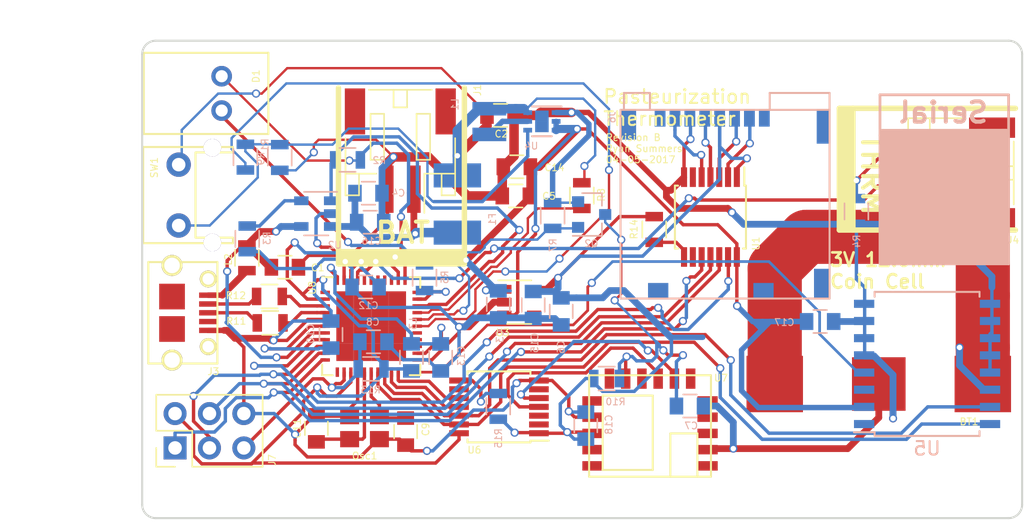
<source format=kicad_pcb>
(kicad_pcb (version 4) (host pcbnew 4.0.6-e0-6349~53~ubuntu16.04.1)

  (general
    (links 149)
    (no_connects 0)
    (area 56.424999 116.424999 121.575001 151.875001)
    (thickness 1.6)
    (drawings 31)
    (tracks 950)
    (zones 0)
    (modules 54)
    (nets 48)
  )

  (page A4)
  (layers
    (0 F.Cu signal)
    (31 B.Cu signal)
    (32 B.Adhes user)
    (33 F.Adhes user)
    (34 B.Paste user)
    (35 F.Paste user)
    (36 B.SilkS user)
    (37 F.SilkS user)
    (38 B.Mask user)
    (39 F.Mask user)
    (40 Dwgs.User user)
    (41 Cmts.User user)
    (42 Eco1.User user)
    (43 Eco2.User user)
    (44 Edge.Cuts user)
    (45 Margin user)
    (46 B.CrtYd user)
    (47 F.CrtYd user)
    (48 B.Fab user hide)
    (49 F.Fab user hide)
  )

  (setup
    (last_trace_width 0.175)
    (trace_clearance 0.175)
    (zone_clearance 0.508)
    (zone_45_only no)
    (trace_min 0.15)
    (segment_width 0.2)
    (edge_width 0.2)
    (via_size 0.6)
    (via_drill 0.4)
    (via_min_size 0.4)
    (via_min_drill 0.3)
    (uvia_size 0.3)
    (uvia_drill 0.1)
    (uvias_allowed no)
    (uvia_min_size 0.2)
    (uvia_min_drill 0.1)
    (pcb_text_width 0.3)
    (pcb_text_size 1.5 1.5)
    (mod_edge_width 0.15)
    (mod_text_size 1 1)
    (mod_text_width 0.15)
    (pad_size 1.524 1.524)
    (pad_drill 0.762)
    (pad_to_mask_clearance 0)
    (aux_axis_origin 0 0)
    (visible_elements FFFFFF7F)
    (pcbplotparams
      (layerselection 0x00030_80000001)
      (usegerberextensions false)
      (excludeedgelayer true)
      (linewidth 0.100000)
      (plotframeref false)
      (viasonmask false)
      (mode 1)
      (useauxorigin false)
      (hpglpennumber 1)
      (hpglpenspeed 20)
      (hpglpendiameter 15)
      (hpglpenoverlay 2)
      (psnegative false)
      (psa4output false)
      (plotreference true)
      (plotvalue true)
      (plotinvisibletext false)
      (padsonsilk false)
      (subtractmaskfromsilk false)
      (outputformat 1)
      (mirror false)
      (drillshape 1)
      (scaleselection 1)
      (outputdirectory ""))
  )

  (net 0 "")
  (net 1 "Net-(BT1-Pad1)")
  (net 2 GND)
  (net 3 /Vusb)
  (net 4 /Vbatt)
  (net 5 +5V)
  (net 6 /Vbatt_r)
  (net 7 +3V3)
  (net 8 "Net-(C7-Pad1)")
  (net 9 /Microcontroller/~RST)
  (net 10 "Net-(C9-Pad1)")
  (net 11 "Net-(C10-Pad1)")
  (net 12 "Net-(C11-Pad1)")
  (net 13 "Net-(C12-Pad1)")
  (net 14 "Net-(C13-Pad1)")
  (net 15 "Net-(J4-Pad2)")
  (net 16 "Net-(J6-Pad2)")
  (net 17 "Net-(J6-Pad3)")
  (net 18 "Net-(J6-Pad5)")
  (net 19 "Net-(L1-Pad1)")
  (net 20 "Net-(J3-Pad1)")
  (net 21 /SCL_5)
  (net 22 /SDA_5)
  (net 23 /stat)
  (net 24 /LED)
  (net 25 "Net-(R11-Pad1)")
  (net 26 /D+)
  (net 27 "Net-(R12-Pad1)")
  (net 28 /D-)
  (net 29 /~CS)
  (net 30 /MOSI)
  (net 31 /SCK)
  (net 32 /MISO)
  (net 33 /RX_MCU)
  (net 34 /TX_MCU)
  (net 35 "Net-(J6-Pad7)")
  (net 36 "Net-(R3-Pad1)")
  (net 37 "Net-(R14-Pad2)")
  (net 38 "Net-(R15-Pad2)")
  (net 39 /Thermistor)
  (net 40 "Net-(U6-Pad4)")
  (net 41 "Net-(U6-Pad5)")
  (net 42 /RST_RTC)
  (net 43 /RST_BT)
  (net 44 /Microcontroller/ADC13)
  (net 45 "Net-(D1-Pad1)")
  (net 46 /ON)
  (net 47 /keep_alive)

  (net_class Default "This is the default net class."
    (clearance 0.175)
    (trace_width 0.175)
    (via_dia 0.6)
    (via_drill 0.4)
    (uvia_dia 0.3)
    (uvia_drill 0.1)
    (add_net +3V3)
    (add_net +5V)
    (add_net /D+)
    (add_net /D-)
    (add_net /LED)
    (add_net /MISO)
    (add_net /MOSI)
    (add_net /Microcontroller/ADC13)
    (add_net /Microcontroller/~RST)
    (add_net /ON)
    (add_net /RST_BT)
    (add_net /RST_RTC)
    (add_net /RX_MCU)
    (add_net /SCK)
    (add_net /SCL_5)
    (add_net /SDA_5)
    (add_net /TX_MCU)
    (add_net /Thermistor)
    (add_net /Vbatt)
    (add_net /Vbatt_r)
    (add_net /Vusb)
    (add_net /keep_alive)
    (add_net /stat)
    (add_net /~CS)
    (add_net GND)
    (add_net "Net-(BT1-Pad1)")
    (add_net "Net-(C10-Pad1)")
    (add_net "Net-(C11-Pad1)")
    (add_net "Net-(C12-Pad1)")
    (add_net "Net-(C13-Pad1)")
    (add_net "Net-(C7-Pad1)")
    (add_net "Net-(C9-Pad1)")
    (add_net "Net-(D1-Pad1)")
    (add_net "Net-(J3-Pad1)")
    (add_net "Net-(J4-Pad2)")
    (add_net "Net-(J6-Pad2)")
    (add_net "Net-(J6-Pad3)")
    (add_net "Net-(J6-Pad5)")
    (add_net "Net-(J6-Pad7)")
    (add_net "Net-(L1-Pad1)")
    (add_net "Net-(R11-Pad1)")
    (add_net "Net-(R12-Pad1)")
    (add_net "Net-(R14-Pad2)")
    (add_net "Net-(R15-Pad2)")
    (add_net "Net-(R3-Pad1)")
    (add_net "Net-(U6-Pad4)")
    (add_net "Net-(U6-Pad5)")
  )

  (module custom:1503cb-led-ra (layer F.Cu) (tedit 58E19437) (tstamp 58E196B4)
    (at 62.3697 120.396 270)
    (path /58DDA659)
    (fp_text reference D1 (at -1.27 -2.54 270) (layer F.SilkS)
      (effects (font (size 0.508 0.508) (thickness 0.0762)))
    )
    (fp_text value GRN (at -3.81 1.27 360) (layer F.Fab)
      (effects (font (size 1 1) (thickness 0.15)))
    )
    (fp_line (start 3 5.75) (end -3 5.75) (layer F.SilkS) (width 0.15))
    (fp_line (start 3 -3.45) (end -3 -3.45) (layer F.SilkS) (width 0.15))
    (fp_line (start 3 -3.45) (end 3 5.75) (layer F.SilkS) (width 0.15))
    (fp_line (start -3 -3.45) (end -3 5.75) (layer F.SilkS) (width 0.15))
    (pad 2 thru_hole circle (at -1.27 0 270) (size 1.524 1.524) (drill 0.9) (layers *.Cu *.Mask)
      (net 5 +5V))
    (pad 1 thru_hole circle (at 1.27 0 270) (size 1.524 1.524) (drill 0.9) (layers *.Cu *.Mask)
      (net 45 "Net-(D1-Pad1)"))
    (model custom.3dshapes/1503cb-led-ra.wrl
      (at (xyz 0 -0.23 0))
      (scale (xyz 0.4 0.4 0.4))
      (rotate (xyz -90 0 -90))
    )
  )

  (module Housings_SSOP:TSSOP-14_4.4x5mm_Pitch0.65mm (layer F.Cu) (tedit 58C836B1) (tstamp 58C816BA)
    (at 82.8548 143.5735 180)
    (descr "14-Lead Plastic Thin Shrink Small Outline (ST)-4.4 mm Body [TSSOP] (see Microchip Packaging Specification 00000049BS.pdf)")
    (tags "SSOP 0.65")
    (path /58CF3D74)
    (attr smd)
    (fp_text reference U6 (at 1.8161 -3.1877 180) (layer F.SilkS)
      (effects (font (size 0.508 0.508) (thickness 0.0762)))
    )
    (fp_text value NTS0104GT (at 0 3.55 180) (layer F.Fab)
      (effects (font (size 1 1) (thickness 0.15)))
    )
    (fp_line (start -1.2 -2.5) (end 2.2 -2.5) (layer F.Fab) (width 0.15))
    (fp_line (start 2.2 -2.5) (end 2.2 2.5) (layer F.Fab) (width 0.15))
    (fp_line (start 2.2 2.5) (end -2.2 2.5) (layer F.Fab) (width 0.15))
    (fp_line (start -2.2 2.5) (end -2.2 -1.5) (layer F.Fab) (width 0.15))
    (fp_line (start -2.2 -1.5) (end -1.2 -2.5) (layer F.Fab) (width 0.15))
    (fp_line (start -3.95 -2.8) (end -3.95 2.8) (layer F.CrtYd) (width 0.05))
    (fp_line (start 3.95 -2.8) (end 3.95 2.8) (layer F.CrtYd) (width 0.05))
    (fp_line (start -3.95 -2.8) (end 3.95 -2.8) (layer F.CrtYd) (width 0.05))
    (fp_line (start -3.95 2.8) (end 3.95 2.8) (layer F.CrtYd) (width 0.05))
    (fp_line (start -2.325 -2.625) (end -2.325 -2.5) (layer F.SilkS) (width 0.15))
    (fp_line (start 2.325 -2.625) (end 2.325 -2.4) (layer F.SilkS) (width 0.15))
    (fp_line (start 2.325 2.625) (end 2.325 2.4) (layer F.SilkS) (width 0.15))
    (fp_line (start -2.325 2.625) (end -2.325 2.4) (layer F.SilkS) (width 0.15))
    (fp_line (start -2.325 -2.625) (end 2.325 -2.625) (layer F.SilkS) (width 0.15))
    (fp_line (start -2.325 2.625) (end 2.325 2.625) (layer F.SilkS) (width 0.15))
    (fp_line (start -2.325 -2.5) (end -3.675 -2.5) (layer F.SilkS) (width 0.15))
    (pad 1 smd rect (at -2.95 -1.95 180) (size 1.45 0.45) (layers F.Cu F.Paste F.Mask)
      (net 7 +3V3))
    (pad 2 smd rect (at -2.95 -1.3 180) (size 1.45 0.45) (layers F.Cu F.Paste F.Mask))
    (pad 3 smd rect (at -2.95 -0.65 180) (size 1.45 0.45) (layers F.Cu F.Paste F.Mask))
    (pad 4 smd rect (at -2.95 0 180) (size 1.45 0.45) (layers F.Cu F.Paste F.Mask)
      (net 40 "Net-(U6-Pad4)"))
    (pad 5 smd rect (at -2.95 0.65 180) (size 1.45 0.45) (layers F.Cu F.Paste F.Mask)
      (net 41 "Net-(U6-Pad5)"))
    (pad 6 smd rect (at -2.95 1.3 180) (size 1.45 0.45) (layers F.Cu F.Paste F.Mask))
    (pad 7 smd rect (at -2.95 1.95 180) (size 1.45 0.45) (layers F.Cu F.Paste F.Mask)
      (net 2 GND))
    (pad 8 smd rect (at 2.95 1.95 180) (size 1.45 0.45) (layers F.Cu F.Paste F.Mask)
      (net 38 "Net-(R15-Pad2)"))
    (pad 9 smd rect (at 2.95 1.3 180) (size 1.45 0.45) (layers F.Cu F.Paste F.Mask))
    (pad 10 smd rect (at 2.95 0.65 180) (size 1.45 0.45) (layers F.Cu F.Paste F.Mask)
      (net 34 /TX_MCU))
    (pad 11 smd rect (at 2.95 0 180) (size 1.45 0.45) (layers F.Cu F.Paste F.Mask)
      (net 33 /RX_MCU))
    (pad 12 smd rect (at 2.95 -0.65 180) (size 1.45 0.45) (layers F.Cu F.Paste F.Mask)
      (net 22 /SDA_5))
    (pad 13 smd rect (at 2.95 -1.3 180) (size 1.45 0.45) (layers F.Cu F.Paste F.Mask)
      (net 21 /SCL_5))
    (pad 14 smd rect (at 2.95 -1.95 180) (size 1.45 0.45) (layers F.Cu F.Paste F.Mask)
      (net 5 +5V))
  )

  (module custom:BK-885 (layer F.Cu) (tedit 58C838AB) (tstamp 58CA036E)
    (at 110.9106 141.8844 180)
    (path /58CB15CD)
    (fp_text reference BT1 (at -6.666 -2.7813 180) (layer F.SilkS)
      (effects (font (size 0.508 0.508) (thickness 0.0762)))
    )
    (fp_text value Battery_Cell (at 0 -3.81 180) (layer F.Fab)
      (effects (font (size 1 1) (thickness 0.15)))
    )
    (pad 1 smd rect (at -7.685 0 180) (size 4.17 4.17) (layers F.Cu F.Paste F.Mask)
      (net 1 "Net-(BT1-Pad1)"))
    (pad 1 smd rect (at 7.685 0 180) (size 4.17 4.17) (layers F.Cu F.Paste F.Mask)
      (net 1 "Net-(BT1-Pad1)"))
    (pad 2 smd rect (at 0 0 180) (size 3.96 3.96) (layers F.Cu F.Paste F.Mask)
      (net 2 GND))
    (model "custom.3dshapes/User Library-BK-885-TR.wrl"
      (at (xyz 0 0 0))
      (scale (xyz 400 400 400))
      (rotate (xyz -90 0 0))
    )
  )

  (module Capacitors_SMD:C_0805 (layer F.Cu) (tedit 58C83699) (tstamp 58CA037F)
    (at 67.0433 133.2484)
    (descr "Capacitor SMD 0805, reflow soldering, AVX (see smccp.pdf)")
    (tags "capacitor 0805")
    (path /58C6EE8D)
    (attr smd)
    (fp_text reference C1 (at 2.4257 0.0381 180) (layer F.SilkS)
      (effects (font (size 0.508 0.508) (thickness 0.0762)))
    )
    (fp_text value 4.7u (at 0 1.75) (layer F.Fab)
      (effects (font (size 1 1) (thickness 0.15)))
    )
    (fp_text user %R (at 0 -1.5) (layer F.Fab)
      (effects (font (size 1 1) (thickness 0.15)))
    )
    (fp_line (start -1 0.62) (end -1 -0.62) (layer F.Fab) (width 0.1))
    (fp_line (start 1 0.62) (end -1 0.62) (layer F.Fab) (width 0.1))
    (fp_line (start 1 -0.62) (end 1 0.62) (layer F.Fab) (width 0.1))
    (fp_line (start -1 -0.62) (end 1 -0.62) (layer F.Fab) (width 0.1))
    (fp_line (start 0.5 -0.85) (end -0.5 -0.85) (layer F.SilkS) (width 0.12))
    (fp_line (start -0.5 0.85) (end 0.5 0.85) (layer F.SilkS) (width 0.12))
    (fp_line (start -1.75 -0.88) (end 1.75 -0.88) (layer F.CrtYd) (width 0.05))
    (fp_line (start -1.75 -0.88) (end -1.75 0.87) (layer F.CrtYd) (width 0.05))
    (fp_line (start 1.75 0.87) (end 1.75 -0.88) (layer F.CrtYd) (width 0.05))
    (fp_line (start 1.75 0.87) (end -1.75 0.87) (layer F.CrtYd) (width 0.05))
    (pad 1 smd rect (at -1 0) (size 1 1.25) (layers F.Cu F.Paste F.Mask)
      (net 3 /Vusb))
    (pad 2 smd rect (at 1 0) (size 1 1.25) (layers F.Cu F.Paste F.Mask)
      (net 2 GND))
    (model Capacitors_SMD.3dshapes/C_0805.wrl
      (at (xyz 0 0 0))
      (scale (xyz 1 1 1))
      (rotate (xyz 0 0 0))
    )
  )

  (module Capacitors_SMD:C_0805 (layer F.Cu) (tedit 58C83899) (tstamp 58CA0390)
    (at 82.9691 122.0216)
    (descr "Capacitor SMD 0805, reflow soldering, AVX (see smccp.pdf)")
    (tags "capacitor 0805")
    (path /58C8B9F8)
    (attr smd)
    (fp_text reference C2 (at 0.0635 1.3716) (layer F.SilkS)
      (effects (font (size 0.508 0.508) (thickness 0.0762)))
    )
    (fp_text value 4.7u (at 0 1.75) (layer F.Fab)
      (effects (font (size 1 1) (thickness 0.15)))
    )
    (fp_text user %R (at 0 -1.5) (layer F.Fab)
      (effects (font (size 1 1) (thickness 0.15)))
    )
    (fp_line (start -1 0.62) (end -1 -0.62) (layer F.Fab) (width 0.1))
    (fp_line (start 1 0.62) (end -1 0.62) (layer F.Fab) (width 0.1))
    (fp_line (start 1 -0.62) (end 1 0.62) (layer F.Fab) (width 0.1))
    (fp_line (start -1 -0.62) (end 1 -0.62) (layer F.Fab) (width 0.1))
    (fp_line (start 0.5 -0.85) (end -0.5 -0.85) (layer F.SilkS) (width 0.12))
    (fp_line (start -0.5 0.85) (end 0.5 0.85) (layer F.SilkS) (width 0.12))
    (fp_line (start -1.75 -0.88) (end 1.75 -0.88) (layer F.CrtYd) (width 0.05))
    (fp_line (start -1.75 -0.88) (end -1.75 0.87) (layer F.CrtYd) (width 0.05))
    (fp_line (start 1.75 0.87) (end 1.75 -0.88) (layer F.CrtYd) (width 0.05))
    (fp_line (start 1.75 0.87) (end -1.75 0.87) (layer F.CrtYd) (width 0.05))
    (pad 1 smd rect (at -1 0) (size 1 1.25) (layers F.Cu F.Paste F.Mask)
      (net 4 /Vbatt))
    (pad 2 smd rect (at 1 0) (size 1 1.25) (layers F.Cu F.Paste F.Mask)
      (net 2 GND))
    (model Capacitors_SMD.3dshapes/C_0805.wrl
      (at (xyz 0 0 0))
      (scale (xyz 1 1 1))
      (rotate (xyz 0 0 0))
    )
  )

  (module Capacitors_SMD:C_0805 (layer B.Cu) (tedit 58C839ED) (tstamp 58CA03A1)
    (at 82.804 135.9916 270)
    (descr "Capacitor SMD 0805, reflow soldering, AVX (see smccp.pdf)")
    (tags "capacitor 0805")
    (path /58C90F1C)
    (attr smd)
    (fp_text reference C3 (at 2.3622 -0.127 270) (layer B.SilkS)
      (effects (font (size 0.508 0.508) (thickness 0.0762)) (justify mirror))
    )
    (fp_text value 1u (at 0 -1.75 270) (layer B.Fab)
      (effects (font (size 1 1) (thickness 0.15)) (justify mirror))
    )
    (fp_text user %R (at 0 1.5 270) (layer B.Fab)
      (effects (font (size 1 1) (thickness 0.15)) (justify mirror))
    )
    (fp_line (start -1 -0.62) (end -1 0.62) (layer B.Fab) (width 0.1))
    (fp_line (start 1 -0.62) (end -1 -0.62) (layer B.Fab) (width 0.1))
    (fp_line (start 1 0.62) (end 1 -0.62) (layer B.Fab) (width 0.1))
    (fp_line (start -1 0.62) (end 1 0.62) (layer B.Fab) (width 0.1))
    (fp_line (start 0.5 0.85) (end -0.5 0.85) (layer B.SilkS) (width 0.12))
    (fp_line (start -0.5 -0.85) (end 0.5 -0.85) (layer B.SilkS) (width 0.12))
    (fp_line (start -1.75 0.88) (end 1.75 0.88) (layer B.CrtYd) (width 0.05))
    (fp_line (start -1.75 0.88) (end -1.75 -0.87) (layer B.CrtYd) (width 0.05))
    (fp_line (start 1.75 -0.87) (end 1.75 0.88) (layer B.CrtYd) (width 0.05))
    (fp_line (start 1.75 -0.87) (end -1.75 -0.87) (layer B.CrtYd) (width 0.05))
    (pad 1 smd rect (at -1 0 270) (size 1 1.25) (layers B.Cu B.Paste B.Mask)
      (net 5 +5V))
    (pad 2 smd rect (at 1 0 270) (size 1 1.25) (layers B.Cu B.Paste B.Mask)
      (net 2 GND))
    (model Capacitors_SMD.3dshapes/C_0805.wrl
      (at (xyz 0 0 0))
      (scale (xyz 1 1 1))
      (rotate (xyz 0 0 0))
    )
  )

  (module Capacitors_SMD:C_0805 (layer B.Cu) (tedit 58C83982) (tstamp 58CA03B2)
    (at 73.2155 127.7747)
    (descr "Capacitor SMD 0805, reflow soldering, AVX (see smccp.pdf)")
    (tags "capacitor 0805")
    (path /58C6FD4D)
    (attr smd)
    (fp_text reference C4 (at 2.2098 -0.0127) (layer B.SilkS)
      (effects (font (size 0.508 0.508) (thickness 0.0762)) (justify mirror))
    )
    (fp_text value 4.7u (at 0 -1.75) (layer B.Fab)
      (effects (font (size 1 1) (thickness 0.15)) (justify mirror))
    )
    (fp_text user %R (at 0 1.5) (layer B.Fab)
      (effects (font (size 1 1) (thickness 0.15)) (justify mirror))
    )
    (fp_line (start -1 -0.62) (end -1 0.62) (layer B.Fab) (width 0.1))
    (fp_line (start 1 -0.62) (end -1 -0.62) (layer B.Fab) (width 0.1))
    (fp_line (start 1 0.62) (end 1 -0.62) (layer B.Fab) (width 0.1))
    (fp_line (start -1 0.62) (end 1 0.62) (layer B.Fab) (width 0.1))
    (fp_line (start 0.5 0.85) (end -0.5 0.85) (layer B.SilkS) (width 0.12))
    (fp_line (start -0.5 -0.85) (end 0.5 -0.85) (layer B.SilkS) (width 0.12))
    (fp_line (start -1.75 0.88) (end 1.75 0.88) (layer B.CrtYd) (width 0.05))
    (fp_line (start -1.75 0.88) (end -1.75 -0.87) (layer B.CrtYd) (width 0.05))
    (fp_line (start 1.75 -0.87) (end 1.75 0.88) (layer B.CrtYd) (width 0.05))
    (fp_line (start 1.75 -0.87) (end -1.75 -0.87) (layer B.CrtYd) (width 0.05))
    (pad 1 smd rect (at -1 0) (size 1 1.25) (layers B.Cu B.Paste B.Mask)
      (net 6 /Vbatt_r))
    (pad 2 smd rect (at 1 0) (size 1 1.25) (layers B.Cu B.Paste B.Mask)
      (net 2 GND))
    (model Capacitors_SMD.3dshapes/C_0805.wrl
      (at (xyz 0 0 0))
      (scale (xyz 1 1 1))
      (rotate (xyz 0 0 0))
    )
  )

  (module Capacitors_SMD:C_0805 (layer F.Cu) (tedit 58C836CC) (tstamp 58CA03C3)
    (at 84.0994 127.9779 180)
    (descr "Capacitor SMD 0805, reflow soldering, AVX (see smccp.pdf)")
    (tags "capacitor 0805")
    (path /58C8BDBA)
    (attr smd)
    (fp_text reference C5 (at -2.4511 -0.0127 180) (layer F.SilkS)
      (effects (font (size 0.508 0.508) (thickness 0.0762)))
    )
    (fp_text value 4.7u (at 0 1.75 180) (layer F.Fab)
      (effects (font (size 1 1) (thickness 0.15)))
    )
    (fp_text user %R (at 0 -1.5 180) (layer F.Fab)
      (effects (font (size 1 1) (thickness 0.15)))
    )
    (fp_line (start -1 0.62) (end -1 -0.62) (layer F.Fab) (width 0.1))
    (fp_line (start 1 0.62) (end -1 0.62) (layer F.Fab) (width 0.1))
    (fp_line (start 1 -0.62) (end 1 0.62) (layer F.Fab) (width 0.1))
    (fp_line (start -1 -0.62) (end 1 -0.62) (layer F.Fab) (width 0.1))
    (fp_line (start 0.5 -0.85) (end -0.5 -0.85) (layer F.SilkS) (width 0.12))
    (fp_line (start -0.5 0.85) (end 0.5 0.85) (layer F.SilkS) (width 0.12))
    (fp_line (start -1.75 -0.88) (end 1.75 -0.88) (layer F.CrtYd) (width 0.05))
    (fp_line (start -1.75 -0.88) (end -1.75 0.87) (layer F.CrtYd) (width 0.05))
    (fp_line (start 1.75 0.87) (end 1.75 -0.88) (layer F.CrtYd) (width 0.05))
    (fp_line (start 1.75 0.87) (end -1.75 0.87) (layer F.CrtYd) (width 0.05))
    (pad 1 smd rect (at -1 0 180) (size 1 1.25) (layers F.Cu F.Paste F.Mask)
      (net 5 +5V))
    (pad 2 smd rect (at 1 0 180) (size 1 1.25) (layers F.Cu F.Paste F.Mask)
      (net 2 GND))
    (model Capacitors_SMD.3dshapes/C_0805.wrl
      (at (xyz 0 0 0))
      (scale (xyz 1 1 1))
      (rotate (xyz 0 0 0))
    )
  )

  (module Capacitors_SMD:C_0805 (layer B.Cu) (tedit 58C8393F) (tstamp 58CA03D4)
    (at 87.4522 136.5123 270)
    (descr "Capacitor SMD 0805, reflow soldering, AVX (see smccp.pdf)")
    (tags "capacitor 0805")
    (path /58C90928)
    (attr smd)
    (fp_text reference C6 (at 2.6416 0.0127 270) (layer B.SilkS)
      (effects (font (size 0.508 0.508) (thickness 0.0762)) (justify mirror))
    )
    (fp_text value 1u (at 0 -1.75 270) (layer B.Fab)
      (effects (font (size 1 1) (thickness 0.15)) (justify mirror))
    )
    (fp_text user %R (at 0 1.5 270) (layer B.Fab)
      (effects (font (size 1 1) (thickness 0.15)) (justify mirror))
    )
    (fp_line (start -1 -0.62) (end -1 0.62) (layer B.Fab) (width 0.1))
    (fp_line (start 1 -0.62) (end -1 -0.62) (layer B.Fab) (width 0.1))
    (fp_line (start 1 0.62) (end 1 -0.62) (layer B.Fab) (width 0.1))
    (fp_line (start -1 0.62) (end 1 0.62) (layer B.Fab) (width 0.1))
    (fp_line (start 0.5 0.85) (end -0.5 0.85) (layer B.SilkS) (width 0.12))
    (fp_line (start -0.5 -0.85) (end 0.5 -0.85) (layer B.SilkS) (width 0.12))
    (fp_line (start -1.75 0.88) (end 1.75 0.88) (layer B.CrtYd) (width 0.05))
    (fp_line (start -1.75 0.88) (end -1.75 -0.87) (layer B.CrtYd) (width 0.05))
    (fp_line (start 1.75 -0.87) (end 1.75 0.88) (layer B.CrtYd) (width 0.05))
    (fp_line (start 1.75 -0.87) (end -1.75 -0.87) (layer B.CrtYd) (width 0.05))
    (pad 1 smd rect (at -1 0 270) (size 1 1.25) (layers B.Cu B.Paste B.Mask)
      (net 7 +3V3))
    (pad 2 smd rect (at 1 0 270) (size 1 1.25) (layers B.Cu B.Paste B.Mask)
      (net 2 GND))
    (model Capacitors_SMD.3dshapes/C_0805.wrl
      (at (xyz 0 0 0))
      (scale (xyz 1 1 1))
      (rotate (xyz 0 0 0))
    )
  )

  (module Capacitors_SMD:C_0805 (layer B.Cu) (tedit 58C83938) (tstamp 58CA03E5)
    (at 96.9645 143.51)
    (descr "Capacitor SMD 0805, reflow soldering, AVX (see smccp.pdf)")
    (tags "capacitor 0805")
    (path /58C9F5F4)
    (attr smd)
    (fp_text reference C7 (at 0.0889 1.4605) (layer B.SilkS)
      (effects (font (size 0.508 0.508) (thickness 0.0762)) (justify mirror))
    )
    (fp_text value 1u (at 0 -1.75) (layer B.Fab)
      (effects (font (size 1 1) (thickness 0.15)) (justify mirror))
    )
    (fp_text user %R (at 0 1.5) (layer B.Fab)
      (effects (font (size 1 1) (thickness 0.15)) (justify mirror))
    )
    (fp_line (start -1 -0.62) (end -1 0.62) (layer B.Fab) (width 0.1))
    (fp_line (start 1 -0.62) (end -1 -0.62) (layer B.Fab) (width 0.1))
    (fp_line (start 1 0.62) (end 1 -0.62) (layer B.Fab) (width 0.1))
    (fp_line (start -1 0.62) (end 1 0.62) (layer B.Fab) (width 0.1))
    (fp_line (start 0.5 0.85) (end -0.5 0.85) (layer B.SilkS) (width 0.12))
    (fp_line (start -0.5 -0.85) (end 0.5 -0.85) (layer B.SilkS) (width 0.12))
    (fp_line (start -1.75 0.88) (end 1.75 0.88) (layer B.CrtYd) (width 0.05))
    (fp_line (start -1.75 0.88) (end -1.75 -0.87) (layer B.CrtYd) (width 0.05))
    (fp_line (start 1.75 -0.87) (end 1.75 0.88) (layer B.CrtYd) (width 0.05))
    (fp_line (start 1.75 -0.87) (end -1.75 -0.87) (layer B.CrtYd) (width 0.05))
    (pad 1 smd rect (at -1 0) (size 1 1.25) (layers B.Cu B.Paste B.Mask)
      (net 8 "Net-(C7-Pad1)"))
    (pad 2 smd rect (at 1 0) (size 1 1.25) (layers B.Cu B.Paste B.Mask)
      (net 2 GND))
    (model Capacitors_SMD.3dshapes/C_0805.wrl
      (at (xyz 0 0 0))
      (scale (xyz 1 1 1))
      (rotate (xyz 0 0 0))
    )
  )

  (module Capacitors_SMD:C_0805 (layer B.Cu) (tedit 58C8395E) (tstamp 58CA03F6)
    (at 73.5805 138.7602)
    (descr "Capacitor SMD 0805, reflow soldering, AVX (see smccp.pdf)")
    (tags "capacitor 0805")
    (path /58C5EC4B/58C5ED93)
    (attr smd)
    (fp_text reference C8 (at -0.0475 -1.4605) (layer B.SilkS)
      (effects (font (size 0.508 0.508) (thickness 0.0762)) (justify mirror))
    )
    (fp_text value 1u (at 0 -1.75) (layer B.Fab)
      (effects (font (size 1 1) (thickness 0.15)) (justify mirror))
    )
    (fp_text user %R (at 0 1.5) (layer B.Fab)
      (effects (font (size 1 1) (thickness 0.15)) (justify mirror))
    )
    (fp_line (start -1 -0.62) (end -1 0.62) (layer B.Fab) (width 0.1))
    (fp_line (start 1 -0.62) (end -1 -0.62) (layer B.Fab) (width 0.1))
    (fp_line (start 1 0.62) (end 1 -0.62) (layer B.Fab) (width 0.1))
    (fp_line (start -1 0.62) (end 1 0.62) (layer B.Fab) (width 0.1))
    (fp_line (start 0.5 0.85) (end -0.5 0.85) (layer B.SilkS) (width 0.12))
    (fp_line (start -0.5 -0.85) (end 0.5 -0.85) (layer B.SilkS) (width 0.12))
    (fp_line (start -1.75 0.88) (end 1.75 0.88) (layer B.CrtYd) (width 0.05))
    (fp_line (start -1.75 0.88) (end -1.75 -0.87) (layer B.CrtYd) (width 0.05))
    (fp_line (start 1.75 -0.87) (end 1.75 0.88) (layer B.CrtYd) (width 0.05))
    (fp_line (start 1.75 -0.87) (end -1.75 -0.87) (layer B.CrtYd) (width 0.05))
    (pad 1 smd rect (at -1 0) (size 1 1.25) (layers B.Cu B.Paste B.Mask)
      (net 9 /Microcontroller/~RST))
    (pad 2 smd rect (at 1 0) (size 1 1.25) (layers B.Cu B.Paste B.Mask)
      (net 2 GND))
    (model Capacitors_SMD.3dshapes/C_0805.wrl
      (at (xyz 0 0 0))
      (scale (xyz 1 1 1))
      (rotate (xyz 0 0 0))
    )
  )

  (module Capacitors_SMD:C_0805 (layer F.Cu) (tedit 58C836AD) (tstamp 58CA0407)
    (at 75.9587 145.4023 270)
    (descr "Capacitor SMD 0805, reflow soldering, AVX (see smccp.pdf)")
    (tags "capacitor 0805")
    (path /58C5EC4B/58C5F204)
    (attr smd)
    (fp_text reference C9 (at -0.1651 -1.4859 270) (layer F.SilkS)
      (effects (font (size 0.508 0.508) (thickness 0.0762)))
    )
    (fp_text value 13p (at 0 1.75 270) (layer F.Fab)
      (effects (font (size 1 1) (thickness 0.15)))
    )
    (fp_text user %R (at 0 -1.5 270) (layer F.Fab)
      (effects (font (size 1 1) (thickness 0.15)))
    )
    (fp_line (start -1 0.62) (end -1 -0.62) (layer F.Fab) (width 0.1))
    (fp_line (start 1 0.62) (end -1 0.62) (layer F.Fab) (width 0.1))
    (fp_line (start 1 -0.62) (end 1 0.62) (layer F.Fab) (width 0.1))
    (fp_line (start -1 -0.62) (end 1 -0.62) (layer F.Fab) (width 0.1))
    (fp_line (start 0.5 -0.85) (end -0.5 -0.85) (layer F.SilkS) (width 0.12))
    (fp_line (start -0.5 0.85) (end 0.5 0.85) (layer F.SilkS) (width 0.12))
    (fp_line (start -1.75 -0.88) (end 1.75 -0.88) (layer F.CrtYd) (width 0.05))
    (fp_line (start -1.75 -0.88) (end -1.75 0.87) (layer F.CrtYd) (width 0.05))
    (fp_line (start 1.75 0.87) (end 1.75 -0.88) (layer F.CrtYd) (width 0.05))
    (fp_line (start 1.75 0.87) (end -1.75 0.87) (layer F.CrtYd) (width 0.05))
    (pad 1 smd rect (at -1 0 270) (size 1 1.25) (layers F.Cu F.Paste F.Mask)
      (net 10 "Net-(C9-Pad1)"))
    (pad 2 smd rect (at 1 0 270) (size 1 1.25) (layers F.Cu F.Paste F.Mask)
      (net 2 GND))
    (model Capacitors_SMD.3dshapes/C_0805.wrl
      (at (xyz 0 0 0))
      (scale (xyz 1 1 1))
      (rotate (xyz 0 0 0))
    )
  )

  (module Capacitors_SMD:C_0805 (layer B.Cu) (tedit 58C83964) (tstamp 58CA0418)
    (at 70.4469 138.2268 90)
    (descr "Capacitor SMD 0805, reflow soldering, AVX (see smccp.pdf)")
    (tags "capacitor 0805")
    (path /58C5EC4B/58C61159)
    (attr smd)
    (fp_text reference C10 (at 0.0635 -1.5113 90) (layer B.SilkS)
      (effects (font (size 0.508 0.508) (thickness 0.0762)) (justify mirror))
    )
    (fp_text value 1u (at 0 -1.75 90) (layer B.Fab)
      (effects (font (size 1 1) (thickness 0.15)) (justify mirror))
    )
    (fp_text user %R (at 0 1.5 90) (layer B.Fab)
      (effects (font (size 1 1) (thickness 0.15)) (justify mirror))
    )
    (fp_line (start -1 -0.62) (end -1 0.62) (layer B.Fab) (width 0.1))
    (fp_line (start 1 -0.62) (end -1 -0.62) (layer B.Fab) (width 0.1))
    (fp_line (start 1 0.62) (end 1 -0.62) (layer B.Fab) (width 0.1))
    (fp_line (start -1 0.62) (end 1 0.62) (layer B.Fab) (width 0.1))
    (fp_line (start 0.5 0.85) (end -0.5 0.85) (layer B.SilkS) (width 0.12))
    (fp_line (start -0.5 -0.85) (end 0.5 -0.85) (layer B.SilkS) (width 0.12))
    (fp_line (start -1.75 0.88) (end 1.75 0.88) (layer B.CrtYd) (width 0.05))
    (fp_line (start -1.75 0.88) (end -1.75 -0.87) (layer B.CrtYd) (width 0.05))
    (fp_line (start 1.75 -0.87) (end 1.75 0.88) (layer B.CrtYd) (width 0.05))
    (fp_line (start 1.75 -0.87) (end -1.75 -0.87) (layer B.CrtYd) (width 0.05))
    (pad 1 smd rect (at -1 0 90) (size 1 1.25) (layers B.Cu B.Paste B.Mask)
      (net 11 "Net-(C10-Pad1)"))
    (pad 2 smd rect (at 1 0 90) (size 1 1.25) (layers B.Cu B.Paste B.Mask)
      (net 2 GND))
    (model Capacitors_SMD.3dshapes/C_0805.wrl
      (at (xyz 0 0 0))
      (scale (xyz 1 1 1))
      (rotate (xyz 0 0 0))
    )
  )

  (module Capacitors_SMD:C_0805 (layer F.Cu) (tedit 58C836A9) (tstamp 58CA0429)
    (at 69.3674 145.161 90)
    (descr "Capacitor SMD 0805, reflow soldering, AVX (see smccp.pdf)")
    (tags "capacitor 0805")
    (path /58C5EC4B/58C5F2A8)
    (attr smd)
    (fp_text reference C11 (at 0 -1.4097 90) (layer F.SilkS)
      (effects (font (size 0.508 0.508) (thickness 0.0762)))
    )
    (fp_text value 13p (at 0 1.75 90) (layer F.Fab)
      (effects (font (size 1 1) (thickness 0.15)))
    )
    (fp_text user %R (at 0 -1.5 90) (layer F.Fab)
      (effects (font (size 1 1) (thickness 0.15)))
    )
    (fp_line (start -1 0.62) (end -1 -0.62) (layer F.Fab) (width 0.1))
    (fp_line (start 1 0.62) (end -1 0.62) (layer F.Fab) (width 0.1))
    (fp_line (start 1 -0.62) (end 1 0.62) (layer F.Fab) (width 0.1))
    (fp_line (start -1 -0.62) (end 1 -0.62) (layer F.Fab) (width 0.1))
    (fp_line (start 0.5 -0.85) (end -0.5 -0.85) (layer F.SilkS) (width 0.12))
    (fp_line (start -0.5 0.85) (end 0.5 0.85) (layer F.SilkS) (width 0.12))
    (fp_line (start -1.75 -0.88) (end 1.75 -0.88) (layer F.CrtYd) (width 0.05))
    (fp_line (start -1.75 -0.88) (end -1.75 0.87) (layer F.CrtYd) (width 0.05))
    (fp_line (start 1.75 0.87) (end 1.75 -0.88) (layer F.CrtYd) (width 0.05))
    (fp_line (start 1.75 0.87) (end -1.75 0.87) (layer F.CrtYd) (width 0.05))
    (pad 1 smd rect (at -1 0 90) (size 1 1.25) (layers F.Cu F.Paste F.Mask)
      (net 12 "Net-(C11-Pad1)"))
    (pad 2 smd rect (at 1 0 90) (size 1 1.25) (layers F.Cu F.Paste F.Mask)
      (net 2 GND))
    (model Capacitors_SMD.3dshapes/C_0805.wrl
      (at (xyz 0 0 0))
      (scale (xyz 1 1 1))
      (rotate (xyz 0 0 0))
    )
  )

  (module Capacitors_SMD:C_0805 (layer B.Cu) (tedit 58C839E2) (tstamp 58CA043A)
    (at 73.0029 134.7089 180)
    (descr "Capacitor SMD 0805, reflow soldering, AVX (see smccp.pdf)")
    (tags "capacitor 0805")
    (path /58C5EC4B/58C613EC)
    (attr smd)
    (fp_text reference C12 (at -0.2126 -1.3716 180) (layer B.SilkS)
      (effects (font (size 0.508 0.508) (thickness 0.0762)) (justify mirror))
    )
    (fp_text value 100n (at 0 -1.75 180) (layer B.Fab)
      (effects (font (size 1 1) (thickness 0.15)) (justify mirror))
    )
    (fp_text user %R (at 0 1.5 180) (layer B.Fab)
      (effects (font (size 1 1) (thickness 0.15)) (justify mirror))
    )
    (fp_line (start -1 -0.62) (end -1 0.62) (layer B.Fab) (width 0.1))
    (fp_line (start 1 -0.62) (end -1 -0.62) (layer B.Fab) (width 0.1))
    (fp_line (start 1 0.62) (end 1 -0.62) (layer B.Fab) (width 0.1))
    (fp_line (start -1 0.62) (end 1 0.62) (layer B.Fab) (width 0.1))
    (fp_line (start 0.5 0.85) (end -0.5 0.85) (layer B.SilkS) (width 0.12))
    (fp_line (start -0.5 -0.85) (end 0.5 -0.85) (layer B.SilkS) (width 0.12))
    (fp_line (start -1.75 0.88) (end 1.75 0.88) (layer B.CrtYd) (width 0.05))
    (fp_line (start -1.75 0.88) (end -1.75 -0.87) (layer B.CrtYd) (width 0.05))
    (fp_line (start 1.75 -0.87) (end 1.75 0.88) (layer B.CrtYd) (width 0.05))
    (fp_line (start 1.75 -0.87) (end -1.75 -0.87) (layer B.CrtYd) (width 0.05))
    (pad 1 smd rect (at -1 0 180) (size 1 1.25) (layers B.Cu B.Paste B.Mask)
      (net 13 "Net-(C12-Pad1)"))
    (pad 2 smd rect (at 1 0 180) (size 1 1.25) (layers B.Cu B.Paste B.Mask)
      (net 2 GND))
    (model Capacitors_SMD.3dshapes/C_0805.wrl
      (at (xyz 0 0 0))
      (scale (xyz 1 1 1))
      (rotate (xyz 0 0 0))
    )
  )

  (module Capacitors_SMD:C_0805 (layer B.Cu) (tedit 58C836B5) (tstamp 58CA044B)
    (at 78.5495 139.9159 270)
    (descr "Capacitor SMD 0805, reflow soldering, AVX (see smccp.pdf)")
    (tags "capacitor 0805")
    (path /58C5EC4B/58C5FCCB)
    (attr smd)
    (fp_text reference C13 (at -0.1143 -1.524 270) (layer B.SilkS)
      (effects (font (size 0.508 0.508) (thickness 0.0762)) (justify mirror))
    )
    (fp_text value 1u (at 0 -1.75 270) (layer B.Fab)
      (effects (font (size 1 1) (thickness 0.15)) (justify mirror))
    )
    (fp_text user %R (at 0 1.5 270) (layer B.Fab)
      (effects (font (size 1 1) (thickness 0.15)) (justify mirror))
    )
    (fp_line (start -1 -0.62) (end -1 0.62) (layer B.Fab) (width 0.1))
    (fp_line (start 1 -0.62) (end -1 -0.62) (layer B.Fab) (width 0.1))
    (fp_line (start 1 0.62) (end 1 -0.62) (layer B.Fab) (width 0.1))
    (fp_line (start -1 0.62) (end 1 0.62) (layer B.Fab) (width 0.1))
    (fp_line (start 0.5 0.85) (end -0.5 0.85) (layer B.SilkS) (width 0.12))
    (fp_line (start -0.5 -0.85) (end 0.5 -0.85) (layer B.SilkS) (width 0.12))
    (fp_line (start -1.75 0.88) (end 1.75 0.88) (layer B.CrtYd) (width 0.05))
    (fp_line (start -1.75 0.88) (end -1.75 -0.87) (layer B.CrtYd) (width 0.05))
    (fp_line (start 1.75 -0.87) (end 1.75 0.88) (layer B.CrtYd) (width 0.05))
    (fp_line (start 1.75 -0.87) (end -1.75 -0.87) (layer B.CrtYd) (width 0.05))
    (pad 1 smd rect (at -1 0 270) (size 1 1.25) (layers B.Cu B.Paste B.Mask)
      (net 14 "Net-(C13-Pad1)"))
    (pad 2 smd rect (at 1 0 270) (size 1 1.25) (layers B.Cu B.Paste B.Mask)
      (net 2 GND))
    (model Capacitors_SMD.3dshapes/C_0805.wrl
      (at (xyz 0 0 0))
      (scale (xyz 1 1 1))
      (rotate (xyz 0 0 0))
    )
  )

  (module Capacitors_SMD:C_0805 (layer F.Cu) (tedit 58C836CF) (tstamp 58CA045C)
    (at 84.1756 125.8189 180)
    (descr "Capacitor SMD 0805, reflow soldering, AVX (see smccp.pdf)")
    (tags "capacitor 0805")
    (path /58CA0794)
    (attr smd)
    (fp_text reference C14 (at -2.7813 -0.0635 180) (layer F.SilkS)
      (effects (font (size 0.508 0.508) (thickness 0.0762)))
    )
    (fp_text value 100n (at 0 1.75 180) (layer F.Fab)
      (effects (font (size 1 1) (thickness 0.15)))
    )
    (fp_text user %R (at 0 -1.5 180) (layer F.Fab)
      (effects (font (size 1 1) (thickness 0.15)))
    )
    (fp_line (start -1 0.62) (end -1 -0.62) (layer F.Fab) (width 0.1))
    (fp_line (start 1 0.62) (end -1 0.62) (layer F.Fab) (width 0.1))
    (fp_line (start 1 -0.62) (end 1 0.62) (layer F.Fab) (width 0.1))
    (fp_line (start -1 -0.62) (end 1 -0.62) (layer F.Fab) (width 0.1))
    (fp_line (start 0.5 -0.85) (end -0.5 -0.85) (layer F.SilkS) (width 0.12))
    (fp_line (start -0.5 0.85) (end 0.5 0.85) (layer F.SilkS) (width 0.12))
    (fp_line (start -1.75 -0.88) (end 1.75 -0.88) (layer F.CrtYd) (width 0.05))
    (fp_line (start -1.75 -0.88) (end -1.75 0.87) (layer F.CrtYd) (width 0.05))
    (fp_line (start 1.75 0.87) (end 1.75 -0.88) (layer F.CrtYd) (width 0.05))
    (fp_line (start 1.75 0.87) (end -1.75 0.87) (layer F.CrtYd) (width 0.05))
    (pad 1 smd rect (at -1 0 180) (size 1 1.25) (layers F.Cu F.Paste F.Mask)
      (net 5 +5V))
    (pad 2 smd rect (at 1 0 180) (size 1 1.25) (layers F.Cu F.Paste F.Mask)
      (net 2 GND))
    (model Capacitors_SMD.3dshapes/C_0805.wrl
      (at (xyz 0 0 0))
      (scale (xyz 1 1 1))
      (rotate (xyz 0 0 0))
    )
  )

  (module Capacitors_SMD:C_0805 (layer B.Cu) (tedit 58C83943) (tstamp 58CA046D)
    (at 85.3821 136.0424 270)
    (descr "Capacitor SMD 0805, reflow soldering, AVX (see smccp.pdf)")
    (tags "capacitor 0805")
    (path /58CECB7A)
    (attr smd)
    (fp_text reference C15 (at 2.8067 -0.1143 270) (layer B.SilkS)
      (effects (font (size 0.508 0.508) (thickness 0.0762)) (justify mirror))
    )
    (fp_text value 100n (at 0 -1.75 270) (layer B.Fab)
      (effects (font (size 1 1) (thickness 0.15)) (justify mirror))
    )
    (fp_text user %R (at 0 1.5 270) (layer B.Fab)
      (effects (font (size 1 1) (thickness 0.15)) (justify mirror))
    )
    (fp_line (start -1 -0.62) (end -1 0.62) (layer B.Fab) (width 0.1))
    (fp_line (start 1 -0.62) (end -1 -0.62) (layer B.Fab) (width 0.1))
    (fp_line (start 1 0.62) (end 1 -0.62) (layer B.Fab) (width 0.1))
    (fp_line (start -1 0.62) (end 1 0.62) (layer B.Fab) (width 0.1))
    (fp_line (start 0.5 0.85) (end -0.5 0.85) (layer B.SilkS) (width 0.12))
    (fp_line (start -0.5 -0.85) (end 0.5 -0.85) (layer B.SilkS) (width 0.12))
    (fp_line (start -1.75 0.88) (end 1.75 0.88) (layer B.CrtYd) (width 0.05))
    (fp_line (start -1.75 0.88) (end -1.75 -0.87) (layer B.CrtYd) (width 0.05))
    (fp_line (start 1.75 -0.87) (end 1.75 0.88) (layer B.CrtYd) (width 0.05))
    (fp_line (start 1.75 -0.87) (end -1.75 -0.87) (layer B.CrtYd) (width 0.05))
    (pad 1 smd rect (at -1 0 270) (size 1 1.25) (layers B.Cu B.Paste B.Mask)
      (net 7 +3V3))
    (pad 2 smd rect (at 1 0 270) (size 1 1.25) (layers B.Cu B.Paste B.Mask)
      (net 2 GND))
    (model Capacitors_SMD.3dshapes/C_0805.wrl
      (at (xyz 0 0 0))
      (scale (xyz 1 1 1))
      (rotate (xyz 0 0 0))
    )
  )

  (module Capacitors_SMD:C_0805 (layer B.Cu) (tedit 58C8398C) (tstamp 58CA047E)
    (at 73.3425 129.921)
    (descr "Capacitor SMD 0805, reflow soldering, AVX (see smccp.pdf)")
    (tags "capacitor 0805")
    (path /58CA41B2)
    (attr smd)
    (fp_text reference C16 (at 0.1016 1.3843) (layer B.SilkS)
      (effects (font (size 0.508 0.508) (thickness 0.0762)) (justify mirror))
    )
    (fp_text value 100n (at 0 -1.75) (layer B.Fab)
      (effects (font (size 1 1) (thickness 0.15)) (justify mirror))
    )
    (fp_text user %R (at 0 1.5) (layer B.Fab)
      (effects (font (size 1 1) (thickness 0.15)) (justify mirror))
    )
    (fp_line (start -1 -0.62) (end -1 0.62) (layer B.Fab) (width 0.1))
    (fp_line (start 1 -0.62) (end -1 -0.62) (layer B.Fab) (width 0.1))
    (fp_line (start 1 0.62) (end 1 -0.62) (layer B.Fab) (width 0.1))
    (fp_line (start -1 0.62) (end 1 0.62) (layer B.Fab) (width 0.1))
    (fp_line (start 0.5 0.85) (end -0.5 0.85) (layer B.SilkS) (width 0.12))
    (fp_line (start -0.5 -0.85) (end 0.5 -0.85) (layer B.SilkS) (width 0.12))
    (fp_line (start -1.75 0.88) (end 1.75 0.88) (layer B.CrtYd) (width 0.05))
    (fp_line (start -1.75 0.88) (end -1.75 -0.87) (layer B.CrtYd) (width 0.05))
    (fp_line (start 1.75 -0.87) (end 1.75 0.88) (layer B.CrtYd) (width 0.05))
    (fp_line (start 1.75 -0.87) (end -1.75 -0.87) (layer B.CrtYd) (width 0.05))
    (pad 1 smd rect (at -1 0) (size 1 1.25) (layers B.Cu B.Paste B.Mask)
      (net 6 /Vbatt_r))
    (pad 2 smd rect (at 1 0) (size 1 1.25) (layers B.Cu B.Paste B.Mask)
      (net 2 GND))
    (model Capacitors_SMD.3dshapes/C_0805.wrl
      (at (xyz 0 0 0))
      (scale (xyz 1 1 1))
      (rotate (xyz 0 0 0))
    )
  )

  (module tinkercad:0ZCG (layer B.Cu) (tedit 58C839D5) (tstamp 58CA0484)
    (at 79.7814 128.5748 270)
    (path /58C6FA0D)
    (fp_text reference F1 (at 1.1303 -2.5908 270) (layer B.SilkS)
      (effects (font (size 0.508 0.508) (thickness 0.0762)) (justify mirror))
    )
    (fp_text value Fuse (at 0 2.54 270) (layer B.Fab)
      (effects (font (size 1 1) (thickness 0.15)) (justify mirror))
    )
    (pad 1 smd rect (at -2.115 0 270) (size 1.78 3.5) (layers B.Cu B.Paste B.Mask)
      (net 4 /Vbatt))
    (pad 2 smd rect (at 2.115 0 270) (size 1.78 3.5) (layers B.Cu B.Paste B.Mask)
      (net 6 /Vbatt_r))
    (model "custom.3dshapes/User Library-0ZCG-0_70mm.wrl"
      (at (xyz 0 0 0.016))
      (scale (xyz 400 400 400))
      (rotate (xyz -90 0 0))
    )
  )

  (module Resistors_SMD:R_0805 (layer F.Cu) (tedit 58C8389F) (tstamp 58CA04E8)
    (at 64.2366 132.5499 270)
    (descr "Resistor SMD 0805, reflow soldering, Vishay (see dcrcw.pdf)")
    (tags "resistor 0805")
    (path /58C688FB)
    (attr smd)
    (fp_text reference L2 (at 0.127 1.3716 270) (layer F.SilkS)
      (effects (font (size 0.508 0.508) (thickness 0.0762)))
    )
    (fp_text value Ferrite_Bead (at 0 1.75 270) (layer F.Fab)
      (effects (font (size 1 1) (thickness 0.15)))
    )
    (fp_text user %R (at 0 -1.65 270) (layer F.Fab)
      (effects (font (size 1 1) (thickness 0.15)))
    )
    (fp_line (start -1 0.62) (end -1 -0.62) (layer F.Fab) (width 0.1))
    (fp_line (start 1 0.62) (end -1 0.62) (layer F.Fab) (width 0.1))
    (fp_line (start 1 -0.62) (end 1 0.62) (layer F.Fab) (width 0.1))
    (fp_line (start -1 -0.62) (end 1 -0.62) (layer F.Fab) (width 0.1))
    (fp_line (start 0.6 0.88) (end -0.6 0.88) (layer F.SilkS) (width 0.12))
    (fp_line (start -0.6 -0.88) (end 0.6 -0.88) (layer F.SilkS) (width 0.12))
    (fp_line (start -1.55 -0.9) (end 1.55 -0.9) (layer F.CrtYd) (width 0.05))
    (fp_line (start -1.55 -0.9) (end -1.55 0.9) (layer F.CrtYd) (width 0.05))
    (fp_line (start 1.55 0.9) (end 1.55 -0.9) (layer F.CrtYd) (width 0.05))
    (fp_line (start 1.55 0.9) (end -1.55 0.9) (layer F.CrtYd) (width 0.05))
    (pad 1 smd rect (at -0.95 0 270) (size 0.7 1.3) (layers F.Cu F.Paste F.Mask)
      (net 3 /Vusb))
    (pad 2 smd rect (at 0.95 0 270) (size 0.7 1.3) (layers F.Cu F.Paste F.Mask)
      (net 20 "Net-(J3-Pad1)"))
    (model Resistors_SMD.3dshapes/R_0805.wrl
      (at (xyz 0 0 0))
      (scale (xyz 1 1 1))
      (rotate (xyz 0 0 0))
    )
  )

  (module Capacitors_SMD:C_0805 (layer B.Cu) (tedit 58C83958) (tstamp 58CA04F9)
    (at 76.3905 139.9126 270)
    (descr "Capacitor SMD 0805, reflow soldering, AVX (see smccp.pdf)")
    (tags "capacitor 0805")
    (path /58C5EC4B/58C5FB93)
    (attr smd)
    (fp_text reference L3 (at -2.4859 -0.1143 270) (layer B.SilkS)
      (effects (font (size 0.508 0.508) (thickness 0.0762)) (justify mirror))
    )
    (fp_text value 100u (at 0 -1.75 270) (layer B.Fab)
      (effects (font (size 1 1) (thickness 0.15)) (justify mirror))
    )
    (fp_text user %R (at 0 1.5 270) (layer B.Fab)
      (effects (font (size 1 1) (thickness 0.15)) (justify mirror))
    )
    (fp_line (start -1 -0.62) (end -1 0.62) (layer B.Fab) (width 0.1))
    (fp_line (start 1 -0.62) (end -1 -0.62) (layer B.Fab) (width 0.1))
    (fp_line (start 1 0.62) (end 1 -0.62) (layer B.Fab) (width 0.1))
    (fp_line (start -1 0.62) (end 1 0.62) (layer B.Fab) (width 0.1))
    (fp_line (start 0.5 0.85) (end -0.5 0.85) (layer B.SilkS) (width 0.12))
    (fp_line (start -0.5 -0.85) (end 0.5 -0.85) (layer B.SilkS) (width 0.12))
    (fp_line (start -1.75 0.88) (end 1.75 0.88) (layer B.CrtYd) (width 0.05))
    (fp_line (start -1.75 0.88) (end -1.75 -0.87) (layer B.CrtYd) (width 0.05))
    (fp_line (start 1.75 -0.87) (end 1.75 0.88) (layer B.CrtYd) (width 0.05))
    (fp_line (start 1.75 -0.87) (end -1.75 -0.87) (layer B.CrtYd) (width 0.05))
    (pad 1 smd rect (at -1 0 270) (size 1 1.25) (layers B.Cu B.Paste B.Mask)
      (net 14 "Net-(C13-Pad1)"))
    (pad 2 smd rect (at 1 0 270) (size 1 1.25) (layers B.Cu B.Paste B.Mask)
      (net 5 +5V))
    (model Capacitors_SMD.3dshapes/C_0805.wrl
      (at (xyz 0 0 0))
      (scale (xyz 1 1 1))
      (rotate (xyz 0 0 0))
    )
  )

  (module robosub_footprints:DFN-4 (layer F.Cu) (tedit 58C836A5) (tstamp 58CA0501)
    (at 72.9234 145.1102 180)
    (path /58C5EC4B/58C5F03D)
    (fp_text reference Osc1 (at -0.0127 -2.0828 180) (layer F.SilkS)
      (effects (font (size 0.508 0.508) (thickness 0.0762)))
    )
    (fp_text value Osc (at 0 -2.286 180) (layer F.Fab)
      (effects (font (size 1 1) (thickness 0.15)))
    )
    (pad 2 smd rect (at 1.1 0.85 180) (size 1.4 1.2) (layers F.Cu F.Paste F.Mask)
      (net 2 GND))
    (pad 1 smd rect (at -1.1 0.85 180) (size 1.4 1.2) (layers F.Cu F.Paste F.Mask)
      (net 10 "Net-(C9-Pad1)"))
    (pad 4 smd rect (at -1.1 -0.85 180) (size 1.4 1.2) (layers F.Cu F.Paste F.Mask)
      (net 2 GND))
    (pad 3 smd rect (at 1.1 -0.85 180) (size 1.4 1.2) (layers F.Cu F.Paste F.Mask)
      (net 12 "Net-(C11-Pad1)"))
    (model robosub.3dshapes/ABM8G.wrl
      (at (xyz 0 0 0))
      (scale (xyz 400 400 400))
      (rotate (xyz 0 0 0))
    )
  )

  (module Resistors_SMD:R_0805 (layer B.Cu) (tedit 58C8399A) (tstamp 58CA053A)
    (at 64.1223 125.1077 270)
    (descr "Resistor SMD 0805, reflow soldering, Vishay (see dcrcw.pdf)")
    (tags "resistor 0805")
    (path /58E49632)
    (attr smd)
    (fp_text reference R1 (at -0.889 -1.4478 270) (layer B.SilkS)
      (effects (font (size 0.508 0.508) (thickness 0.0762)) (justify mirror))
    )
    (fp_text value 330 (at 0 -1.75 270) (layer B.Fab)
      (effects (font (size 1 1) (thickness 0.15)) (justify mirror))
    )
    (fp_text user %R (at 0 1.65 270) (layer B.Fab)
      (effects (font (size 1 1) (thickness 0.15)) (justify mirror))
    )
    (fp_line (start -1 -0.62) (end -1 0.62) (layer B.Fab) (width 0.1))
    (fp_line (start 1 -0.62) (end -1 -0.62) (layer B.Fab) (width 0.1))
    (fp_line (start 1 0.62) (end 1 -0.62) (layer B.Fab) (width 0.1))
    (fp_line (start -1 0.62) (end 1 0.62) (layer B.Fab) (width 0.1))
    (fp_line (start 0.6 -0.88) (end -0.6 -0.88) (layer B.SilkS) (width 0.12))
    (fp_line (start -0.6 0.88) (end 0.6 0.88) (layer B.SilkS) (width 0.12))
    (fp_line (start -1.55 0.9) (end 1.55 0.9) (layer B.CrtYd) (width 0.05))
    (fp_line (start -1.55 0.9) (end -1.55 -0.9) (layer B.CrtYd) (width 0.05))
    (fp_line (start 1.55 -0.9) (end 1.55 0.9) (layer B.CrtYd) (width 0.05))
    (fp_line (start 1.55 -0.9) (end -1.55 -0.9) (layer B.CrtYd) (width 0.05))
    (pad 1 smd rect (at -0.95 0 270) (size 0.7 1.3) (layers B.Cu B.Paste B.Mask)
      (net 46 /ON))
    (pad 2 smd rect (at 0.95 0 270) (size 0.7 1.3) (layers B.Cu B.Paste B.Mask)
      (net 47 /keep_alive))
    (model Resistors_SMD.3dshapes/R_0805.wrl
      (at (xyz 0 0 0))
      (scale (xyz 1 1 1))
      (rotate (xyz 0 0 0))
    )
  )

  (module Resistors_SMD:R_0805 (layer B.Cu) (tedit 58C83994) (tstamp 58CA054B)
    (at 71.6661 125.3109 180)
    (descr "Resistor SMD 0805, reflow soldering, Vishay (see dcrcw.pdf)")
    (tags "resistor 0805")
    (path /58CE093B)
    (attr smd)
    (fp_text reference R2 (at -2.3495 -0.0381 180) (layer B.SilkS)
      (effects (font (size 0.508 0.508) (thickness 0.0762)) (justify mirror))
    )
    (fp_text value 10k (at 0 -1.75 180) (layer B.Fab)
      (effects (font (size 1 1) (thickness 0.15)) (justify mirror))
    )
    (fp_text user %R (at 0 1.65 180) (layer B.Fab)
      (effects (font (size 1 1) (thickness 0.15)) (justify mirror))
    )
    (fp_line (start -1 -0.62) (end -1 0.62) (layer B.Fab) (width 0.1))
    (fp_line (start 1 -0.62) (end -1 -0.62) (layer B.Fab) (width 0.1))
    (fp_line (start 1 0.62) (end 1 -0.62) (layer B.Fab) (width 0.1))
    (fp_line (start -1 0.62) (end 1 0.62) (layer B.Fab) (width 0.1))
    (fp_line (start 0.6 -0.88) (end -0.6 -0.88) (layer B.SilkS) (width 0.12))
    (fp_line (start -0.6 0.88) (end 0.6 0.88) (layer B.SilkS) (width 0.12))
    (fp_line (start -1.55 0.9) (end 1.55 0.9) (layer B.CrtYd) (width 0.05))
    (fp_line (start -1.55 0.9) (end -1.55 -0.9) (layer B.CrtYd) (width 0.05))
    (fp_line (start 1.55 -0.9) (end 1.55 0.9) (layer B.CrtYd) (width 0.05))
    (fp_line (start 1.55 -0.9) (end -1.55 -0.9) (layer B.CrtYd) (width 0.05))
    (pad 1 smd rect (at -0.95 0 180) (size 0.7 1.3) (layers B.Cu B.Paste B.Mask)
      (net 5 +5V))
    (pad 2 smd rect (at 0.95 0 180) (size 0.7 1.3) (layers B.Cu B.Paste B.Mask)
      (net 23 /stat))
    (model Resistors_SMD.3dshapes/R_0805.wrl
      (at (xyz 0 0 0))
      (scale (xyz 1 1 1))
      (rotate (xyz 0 0 0))
    )
  )

  (module Resistors_SMD:R_0805 (layer B.Cu) (tedit 58C83973) (tstamp 58CA055C)
    (at 64.262 131.1504 270)
    (descr "Resistor SMD 0805, reflow soldering, Vishay (see dcrcw.pdf)")
    (tags "resistor 0805")
    (path /58C6DEE8)
    (attr smd)
    (fp_text reference R3 (at -0.0483 -1.4605 270) (layer B.SilkS)
      (effects (font (size 0.508 0.508) (thickness 0.0762)) (justify mirror))
    )
    (fp_text value 5k (at 0 -1.75 270) (layer B.Fab)
      (effects (font (size 1 1) (thickness 0.15)) (justify mirror))
    )
    (fp_text user %R (at 0 1.65 270) (layer B.Fab)
      (effects (font (size 1 1) (thickness 0.15)) (justify mirror))
    )
    (fp_line (start -1 -0.62) (end -1 0.62) (layer B.Fab) (width 0.1))
    (fp_line (start 1 -0.62) (end -1 -0.62) (layer B.Fab) (width 0.1))
    (fp_line (start 1 0.62) (end 1 -0.62) (layer B.Fab) (width 0.1))
    (fp_line (start -1 0.62) (end 1 0.62) (layer B.Fab) (width 0.1))
    (fp_line (start 0.6 -0.88) (end -0.6 -0.88) (layer B.SilkS) (width 0.12))
    (fp_line (start -0.6 0.88) (end 0.6 0.88) (layer B.SilkS) (width 0.12))
    (fp_line (start -1.55 0.9) (end 1.55 0.9) (layer B.CrtYd) (width 0.05))
    (fp_line (start -1.55 0.9) (end -1.55 -0.9) (layer B.CrtYd) (width 0.05))
    (fp_line (start 1.55 -0.9) (end 1.55 0.9) (layer B.CrtYd) (width 0.05))
    (fp_line (start 1.55 -0.9) (end -1.55 -0.9) (layer B.CrtYd) (width 0.05))
    (pad 1 smd rect (at -0.95 0 270) (size 0.7 1.3) (layers B.Cu B.Paste B.Mask)
      (net 36 "Net-(R3-Pad1)"))
    (pad 2 smd rect (at 0.95 0 270) (size 0.7 1.3) (layers B.Cu B.Paste B.Mask)
      (net 2 GND))
    (model Resistors_SMD.3dshapes/R_0805.wrl
      (at (xyz 0 0 0))
      (scale (xyz 1 1 1))
      (rotate (xyz 0 0 0))
    )
  )

  (module Resistors_SMD:R_0805 (layer B.Cu) (tedit 58C836DF) (tstamp 58CA056D)
    (at 109.2581 129.1209 90)
    (descr "Resistor SMD 0805, reflow soldering, Vishay (see dcrcw.pdf)")
    (tags "resistor 0805")
    (path /58DF6B9F)
    (attr smd)
    (fp_text reference R4 (at -2.2098 0.0254 90) (layer B.SilkS)
      (effects (font (size 0.508 0.508) (thickness 0.0762)) (justify mirror))
    )
    (fp_text value 10k (at 0 -1.75 90) (layer B.Fab)
      (effects (font (size 1 1) (thickness 0.15)) (justify mirror))
    )
    (fp_text user %R (at 0 1.65 90) (layer B.Fab)
      (effects (font (size 1 1) (thickness 0.15)) (justify mirror))
    )
    (fp_line (start -1 -0.62) (end -1 0.62) (layer B.Fab) (width 0.1))
    (fp_line (start 1 -0.62) (end -1 -0.62) (layer B.Fab) (width 0.1))
    (fp_line (start 1 0.62) (end 1 -0.62) (layer B.Fab) (width 0.1))
    (fp_line (start -1 0.62) (end 1 0.62) (layer B.Fab) (width 0.1))
    (fp_line (start 0.6 -0.88) (end -0.6 -0.88) (layer B.SilkS) (width 0.12))
    (fp_line (start -0.6 0.88) (end 0.6 0.88) (layer B.SilkS) (width 0.12))
    (fp_line (start -1.55 0.9) (end 1.55 0.9) (layer B.CrtYd) (width 0.05))
    (fp_line (start -1.55 0.9) (end -1.55 -0.9) (layer B.CrtYd) (width 0.05))
    (fp_line (start 1.55 -0.9) (end 1.55 0.9) (layer B.CrtYd) (width 0.05))
    (fp_line (start 1.55 -0.9) (end -1.55 -0.9) (layer B.CrtYd) (width 0.05))
    (pad 1 smd rect (at -0.95 0 90) (size 0.7 1.3) (layers B.Cu B.Paste B.Mask)
      (net 2 GND))
    (pad 2 smd rect (at 0.95 0 90) (size 0.7 1.3) (layers B.Cu B.Paste B.Mask)
      (net 15 "Net-(J4-Pad2)"))
    (model Resistors_SMD.3dshapes/R_0805.wrl
      (at (xyz 0 0 0))
      (scale (xyz 1 1 1))
      (rotate (xyz 0 0 0))
    )
  )

  (module Resistors_SMD:R_0805 (layer B.Cu) (tedit 58C839DE) (tstamp 58CA057E)
    (at 77.3557 134.0231 90)
    (descr "Resistor SMD 0805, reflow soldering, Vishay (see dcrcw.pdf)")
    (tags "resistor 0805")
    (path /58C76F67)
    (attr smd)
    (fp_text reference R5 (at 0.0381 1.4986 90) (layer B.SilkS)
      (effects (font (size 0.508 0.508) (thickness 0.0762)) (justify mirror))
    )
    (fp_text value 330 (at 0 -1.75 90) (layer B.Fab)
      (effects (font (size 1 1) (thickness 0.15)) (justify mirror))
    )
    (fp_text user %R (at 0 1.65 90) (layer B.Fab)
      (effects (font (size 1 1) (thickness 0.15)) (justify mirror))
    )
    (fp_line (start -1 -0.62) (end -1 0.62) (layer B.Fab) (width 0.1))
    (fp_line (start 1 -0.62) (end -1 -0.62) (layer B.Fab) (width 0.1))
    (fp_line (start 1 0.62) (end 1 -0.62) (layer B.Fab) (width 0.1))
    (fp_line (start -1 0.62) (end 1 0.62) (layer B.Fab) (width 0.1))
    (fp_line (start 0.6 -0.88) (end -0.6 -0.88) (layer B.SilkS) (width 0.12))
    (fp_line (start -0.6 0.88) (end 0.6 0.88) (layer B.SilkS) (width 0.12))
    (fp_line (start -1.55 0.9) (end 1.55 0.9) (layer B.CrtYd) (width 0.05))
    (fp_line (start -1.55 0.9) (end -1.55 -0.9) (layer B.CrtYd) (width 0.05))
    (fp_line (start 1.55 -0.9) (end 1.55 0.9) (layer B.CrtYd) (width 0.05))
    (fp_line (start 1.55 -0.9) (end -1.55 -0.9) (layer B.CrtYd) (width 0.05))
    (pad 1 smd rect (at -0.95 0 90) (size 0.7 1.3) (layers B.Cu B.Paste B.Mask)
      (net 24 /LED))
    (pad 2 smd rect (at 0.95 0 90) (size 0.7 1.3) (layers B.Cu B.Paste B.Mask)
      (net 45 "Net-(D1-Pad1)"))
    (model Resistors_SMD.3dshapes/R_0805.wrl
      (at (xyz 0 0 0))
      (scale (xyz 1 1 1))
      (rotate (xyz 0 0 0))
    )
  )

  (module Resistors_SMD:R_0805 (layer B.Cu) (tedit 58C8392B) (tstamp 58CA05D3)
    (at 90.805 141.478)
    (descr "Resistor SMD 0805, reflow soldering, Vishay (see dcrcw.pdf)")
    (tags "resistor 0805")
    (path /58CA02A3)
    (attr smd)
    (fp_text reference R10 (at 0.6604 1.7145) (layer B.SilkS)
      (effects (font (size 0.508 0.508) (thickness 0.0762)) (justify mirror))
    )
    (fp_text value 5k (at 0 -1.75) (layer B.Fab)
      (effects (font (size 1 1) (thickness 0.15)) (justify mirror))
    )
    (fp_text user %R (at 0 1.65) (layer B.Fab)
      (effects (font (size 1 1) (thickness 0.15)) (justify mirror))
    )
    (fp_line (start -1 -0.62) (end -1 0.62) (layer B.Fab) (width 0.1))
    (fp_line (start 1 -0.62) (end -1 -0.62) (layer B.Fab) (width 0.1))
    (fp_line (start 1 0.62) (end 1 -0.62) (layer B.Fab) (width 0.1))
    (fp_line (start -1 0.62) (end 1 0.62) (layer B.Fab) (width 0.1))
    (fp_line (start 0.6 -0.88) (end -0.6 -0.88) (layer B.SilkS) (width 0.12))
    (fp_line (start -0.6 0.88) (end 0.6 0.88) (layer B.SilkS) (width 0.12))
    (fp_line (start -1.55 0.9) (end 1.55 0.9) (layer B.CrtYd) (width 0.05))
    (fp_line (start -1.55 0.9) (end -1.55 -0.9) (layer B.CrtYd) (width 0.05))
    (fp_line (start 1.55 -0.9) (end 1.55 0.9) (layer B.CrtYd) (width 0.05))
    (fp_line (start 1.55 -0.9) (end -1.55 -0.9) (layer B.CrtYd) (width 0.05))
    (pad 1 smd rect (at -0.95 0) (size 0.7 1.3) (layers B.Cu B.Paste B.Mask)
      (net 7 +3V3))
    (pad 2 smd rect (at 0.95 0) (size 0.7 1.3) (layers B.Cu B.Paste B.Mask)
      (net 8 "Net-(C7-Pad1)"))
    (model Resistors_SMD.3dshapes/R_0805.wrl
      (at (xyz 0 0 0))
      (scale (xyz 1 1 1))
      (rotate (xyz 0 0 0))
    )
  )

  (module Resistors_SMD:R_0805 (layer F.Cu) (tedit 58C83693) (tstamp 58CA05E4)
    (at 65.9511 137.3632 180)
    (descr "Resistor SMD 0805, reflow soldering, Vishay (see dcrcw.pdf)")
    (tags "resistor 0805")
    (path /58C5EC4B/58C680AE)
    (attr smd)
    (fp_text reference R11 (at 2.5019 0.127 180) (layer F.SilkS)
      (effects (font (size 0.508 0.508) (thickness 0.0762)))
    )
    (fp_text value 22 (at 0 1.75 180) (layer F.Fab)
      (effects (font (size 1 1) (thickness 0.15)))
    )
    (fp_text user %R (at 0 -1.65 180) (layer F.Fab)
      (effects (font (size 1 1) (thickness 0.15)))
    )
    (fp_line (start -1 0.62) (end -1 -0.62) (layer F.Fab) (width 0.1))
    (fp_line (start 1 0.62) (end -1 0.62) (layer F.Fab) (width 0.1))
    (fp_line (start 1 -0.62) (end 1 0.62) (layer F.Fab) (width 0.1))
    (fp_line (start -1 -0.62) (end 1 -0.62) (layer F.Fab) (width 0.1))
    (fp_line (start 0.6 0.88) (end -0.6 0.88) (layer F.SilkS) (width 0.12))
    (fp_line (start -0.6 -0.88) (end 0.6 -0.88) (layer F.SilkS) (width 0.12))
    (fp_line (start -1.55 -0.9) (end 1.55 -0.9) (layer F.CrtYd) (width 0.05))
    (fp_line (start -1.55 -0.9) (end -1.55 0.9) (layer F.CrtYd) (width 0.05))
    (fp_line (start 1.55 0.9) (end 1.55 -0.9) (layer F.CrtYd) (width 0.05))
    (fp_line (start 1.55 0.9) (end -1.55 0.9) (layer F.CrtYd) (width 0.05))
    (pad 1 smd rect (at -0.95 0 180) (size 0.7 1.3) (layers F.Cu F.Paste F.Mask)
      (net 25 "Net-(R11-Pad1)"))
    (pad 2 smd rect (at 0.95 0 180) (size 0.7 1.3) (layers F.Cu F.Paste F.Mask)
      (net 26 /D+))
    (model Resistors_SMD.3dshapes/R_0805.wrl
      (at (xyz 0 0 0))
      (scale (xyz 1 1 1))
      (rotate (xyz 0 0 0))
    )
  )

  (module Resistors_SMD:R_0805 (layer F.Cu) (tedit 58C8368F) (tstamp 58CA05F5)
    (at 65.9003 135.4074 180)
    (descr "Resistor SMD 0805, reflow soldering, Vishay (see dcrcw.pdf)")
    (tags "resistor 0805")
    (path /58C5EC4B/58C68014)
    (attr smd)
    (fp_text reference R12 (at 2.4765 0.0635 180) (layer F.SilkS)
      (effects (font (size 0.508 0.508) (thickness 0.0762)))
    )
    (fp_text value 22 (at 0 1.75 180) (layer F.Fab)
      (effects (font (size 1 1) (thickness 0.15)))
    )
    (fp_text user %R (at 0 -1.65 180) (layer F.Fab)
      (effects (font (size 1 1) (thickness 0.15)))
    )
    (fp_line (start -1 0.62) (end -1 -0.62) (layer F.Fab) (width 0.1))
    (fp_line (start 1 0.62) (end -1 0.62) (layer F.Fab) (width 0.1))
    (fp_line (start 1 -0.62) (end 1 0.62) (layer F.Fab) (width 0.1))
    (fp_line (start -1 -0.62) (end 1 -0.62) (layer F.Fab) (width 0.1))
    (fp_line (start 0.6 0.88) (end -0.6 0.88) (layer F.SilkS) (width 0.12))
    (fp_line (start -0.6 -0.88) (end 0.6 -0.88) (layer F.SilkS) (width 0.12))
    (fp_line (start -1.55 -0.9) (end 1.55 -0.9) (layer F.CrtYd) (width 0.05))
    (fp_line (start -1.55 -0.9) (end -1.55 0.9) (layer F.CrtYd) (width 0.05))
    (fp_line (start 1.55 0.9) (end 1.55 -0.9) (layer F.CrtYd) (width 0.05))
    (fp_line (start 1.55 0.9) (end -1.55 0.9) (layer F.CrtYd) (width 0.05))
    (pad 1 smd rect (at -0.95 0 180) (size 0.7 1.3) (layers F.Cu F.Paste F.Mask)
      (net 27 "Net-(R12-Pad1)"))
    (pad 2 smd rect (at 0.95 0 180) (size 0.7 1.3) (layers F.Cu F.Paste F.Mask)
      (net 28 /D-))
    (model Resistors_SMD.3dshapes/R_0805.wrl
      (at (xyz 0 0 0))
      (scale (xyz 1 1 1))
      (rotate (xyz 0 0 0))
    )
  )

  (module Resistors_SMD:R_0805 (layer B.Cu) (tedit 58C8396A) (tstamp 58CA0606)
    (at 73.4085 140.7668)
    (descr "Resistor SMD 0805, reflow soldering, Vishay (see dcrcw.pdf)")
    (tags "resistor 0805")
    (path /58C5EC4B/58C5EDCA)
    (attr smd)
    (fp_text reference R13 (at -0.0279 1.5494) (layer B.SilkS)
      (effects (font (size 0.508 0.508) (thickness 0.0762)) (justify mirror))
    )
    (fp_text value 10k (at 0 -1.75) (layer B.Fab)
      (effects (font (size 1 1) (thickness 0.15)) (justify mirror))
    )
    (fp_text user %R (at 0 1.65) (layer B.Fab)
      (effects (font (size 1 1) (thickness 0.15)) (justify mirror))
    )
    (fp_line (start -1 -0.62) (end -1 0.62) (layer B.Fab) (width 0.1))
    (fp_line (start 1 -0.62) (end -1 -0.62) (layer B.Fab) (width 0.1))
    (fp_line (start 1 0.62) (end 1 -0.62) (layer B.Fab) (width 0.1))
    (fp_line (start -1 0.62) (end 1 0.62) (layer B.Fab) (width 0.1))
    (fp_line (start 0.6 -0.88) (end -0.6 -0.88) (layer B.SilkS) (width 0.12))
    (fp_line (start -0.6 0.88) (end 0.6 0.88) (layer B.SilkS) (width 0.12))
    (fp_line (start -1.55 0.9) (end 1.55 0.9) (layer B.CrtYd) (width 0.05))
    (fp_line (start -1.55 0.9) (end -1.55 -0.9) (layer B.CrtYd) (width 0.05))
    (fp_line (start 1.55 -0.9) (end 1.55 0.9) (layer B.CrtYd) (width 0.05))
    (fp_line (start 1.55 -0.9) (end -1.55 -0.9) (layer B.CrtYd) (width 0.05))
    (pad 1 smd rect (at -0.95 0) (size 0.7 1.3) (layers B.Cu B.Paste B.Mask)
      (net 9 /Microcontroller/~RST))
    (pad 2 smd rect (at 0.95 0) (size 0.7 1.3) (layers B.Cu B.Paste B.Mask)
      (net 5 +5V))
    (model Resistors_SMD.3dshapes/R_0805.wrl
      (at (xyz 0 0 0))
      (scale (xyz 1 1 1))
      (rotate (xyz 0 0 0))
    )
  )

  (module TO_SOT_Packages_SMD:SOT-23-5 (layer B.Cu) (tedit 58C8397A) (tstamp 58CA063C)
    (at 69.3547 129.286 180)
    (descr "5-pin SOT23 package")
    (tags SOT-23-5)
    (path /58C882B5)
    (attr smd)
    (fp_text reference U2 (at -1.3716 -2.3241 180) (layer B.SilkS)
      (effects (font (size 0.508 0.508) (thickness 0.0762)) (justify mirror))
    )
    (fp_text value Mcp73831 (at 0 -2.9 180) (layer B.Fab)
      (effects (font (size 1 1) (thickness 0.15)) (justify mirror))
    )
    (fp_line (start -0.9 -1.61) (end 0.9 -1.61) (layer B.SilkS) (width 0.12))
    (fp_line (start 0.9 1.61) (end -1.55 1.61) (layer B.SilkS) (width 0.12))
    (fp_line (start -1.9 1.8) (end 1.9 1.8) (layer B.CrtYd) (width 0.05))
    (fp_line (start 1.9 1.8) (end 1.9 -1.8) (layer B.CrtYd) (width 0.05))
    (fp_line (start 1.9 -1.8) (end -1.9 -1.8) (layer B.CrtYd) (width 0.05))
    (fp_line (start -1.9 -1.8) (end -1.9 1.8) (layer B.CrtYd) (width 0.05))
    (fp_line (start -0.9 0.9) (end -0.25 1.55) (layer B.Fab) (width 0.1))
    (fp_line (start 0.9 1.55) (end -0.25 1.55) (layer B.Fab) (width 0.1))
    (fp_line (start -0.9 0.9) (end -0.9 -1.55) (layer B.Fab) (width 0.1))
    (fp_line (start 0.9 -1.55) (end -0.9 -1.55) (layer B.Fab) (width 0.1))
    (fp_line (start 0.9 1.55) (end 0.9 -1.55) (layer B.Fab) (width 0.1))
    (pad 1 smd rect (at -1.1 0.95 180) (size 1.06 0.65) (layers B.Cu B.Paste B.Mask)
      (net 23 /stat))
    (pad 2 smd rect (at -1.1 0 180) (size 1.06 0.65) (layers B.Cu B.Paste B.Mask)
      (net 2 GND))
    (pad 3 smd rect (at -1.1 -0.95 180) (size 1.06 0.65) (layers B.Cu B.Paste B.Mask)
      (net 6 /Vbatt_r))
    (pad 4 smd rect (at 1.1 -0.95 180) (size 1.06 0.65) (layers B.Cu B.Paste B.Mask)
      (net 3 /Vusb))
    (pad 5 smd rect (at 1.1 0.95 180) (size 1.06 0.65) (layers B.Cu B.Paste B.Mask)
      (net 36 "Net-(R3-Pad1)"))
    (model TO_SOT_Packages_SMD.3dshapes/SOT-23-5.wrl
      (at (xyz 0 0 0))
      (scale (xyz 1 1 1))
      (rotate (xyz 0 0 0))
    )
  )

  (module TO_SOT_Packages_SMD:SOT-23-5 (layer F.Cu) (tedit 58C836C7) (tstamp 58CA0650)
    (at 84.3485 135.829)
    (descr "5-pin SOT23 package")
    (tags SOT-23-5)
    (path /58C8F6F4)
    (attr smd)
    (fp_text reference U3 (at -1.2143 2.2581) (layer F.SilkS)
      (effects (font (size 0.508 0.508) (thickness 0.0762)))
    )
    (fp_text value AP2112 (at 0 2.9) (layer F.Fab)
      (effects (font (size 1 1) (thickness 0.15)))
    )
    (fp_line (start -0.9 1.61) (end 0.9 1.61) (layer F.SilkS) (width 0.12))
    (fp_line (start 0.9 -1.61) (end -1.55 -1.61) (layer F.SilkS) (width 0.12))
    (fp_line (start -1.9 -1.8) (end 1.9 -1.8) (layer F.CrtYd) (width 0.05))
    (fp_line (start 1.9 -1.8) (end 1.9 1.8) (layer F.CrtYd) (width 0.05))
    (fp_line (start 1.9 1.8) (end -1.9 1.8) (layer F.CrtYd) (width 0.05))
    (fp_line (start -1.9 1.8) (end -1.9 -1.8) (layer F.CrtYd) (width 0.05))
    (fp_line (start -0.9 -0.9) (end -0.25 -1.55) (layer F.Fab) (width 0.1))
    (fp_line (start 0.9 -1.55) (end -0.25 -1.55) (layer F.Fab) (width 0.1))
    (fp_line (start -0.9 -0.9) (end -0.9 1.55) (layer F.Fab) (width 0.1))
    (fp_line (start 0.9 1.55) (end -0.9 1.55) (layer F.Fab) (width 0.1))
    (fp_line (start 0.9 -1.55) (end 0.9 1.55) (layer F.Fab) (width 0.1))
    (pad 1 smd rect (at -1.1 -0.95) (size 1.06 0.65) (layers F.Cu F.Paste F.Mask)
      (net 5 +5V))
    (pad 2 smd rect (at -1.1 0) (size 1.06 0.65) (layers F.Cu F.Paste F.Mask)
      (net 2 GND))
    (pad 3 smd rect (at -1.1 0.95) (size 1.06 0.65) (layers F.Cu F.Paste F.Mask)
      (net 5 +5V))
    (pad 4 smd rect (at 1.1 0.95) (size 1.06 0.65) (layers F.Cu F.Paste F.Mask))
    (pad 5 smd rect (at 1.1 -0.95) (size 1.06 0.65) (layers F.Cu F.Paste F.Mask)
      (net 7 +3V3))
    (model TO_SOT_Packages_SMD.3dshapes/SOT-23-5.wrl
      (at (xyz 0 0 0))
      (scale (xyz 1 1 1))
      (rotate (xyz 0 0 0))
    )
  )

  (module Housings_DFN_QFN:DFN-6-1EP_2x2mm_Pitch0.65mm (layer B.Cu) (tedit 58C839AC) (tstamp 58CA0667)
    (at 86.0257 122.4638 180)
    (descr "6-Lead Plastic Dual Flat, No Lead Package (MA) - 2x2x0.9 mm Body [DFN] (see Microchip Packaging Specification 00000049BS.pdf)")
    (tags "DFN 0.65")
    (path /58C8AEC2)
    (attr smd)
    (fp_text reference U4 (at 0.7833 -1.8184 180) (layer B.SilkS)
      (effects (font (size 0.508 0.508) (thickness 0.0762)) (justify mirror))
    )
    (fp_text value TPS61240 (at 0 -2.025 180) (layer B.Fab)
      (effects (font (size 1 1) (thickness 0.15)) (justify mirror))
    )
    (fp_line (start 0 1) (end 1 1) (layer B.Fab) (width 0.15))
    (fp_line (start 1 1) (end 1 -1) (layer B.Fab) (width 0.15))
    (fp_line (start 1 -1) (end -1 -1) (layer B.Fab) (width 0.15))
    (fp_line (start -1 -1) (end -1 0) (layer B.Fab) (width 0.15))
    (fp_line (start -1 0) (end 0 1) (layer B.Fab) (width 0.15))
    (fp_line (start -1.65 1.25) (end -1.65 -1.25) (layer B.CrtYd) (width 0.05))
    (fp_line (start 1.65 1.25) (end 1.65 -1.25) (layer B.CrtYd) (width 0.05))
    (fp_line (start -1.65 1.25) (end 1.65 1.25) (layer B.CrtYd) (width 0.05))
    (fp_line (start -1.65 -1.25) (end 1.65 -1.25) (layer B.CrtYd) (width 0.05))
    (fp_line (start -0.725 -1.1) (end 0.725 -1.1) (layer B.SilkS) (width 0.15))
    (fp_line (start -1.45 1.1) (end 0.725 1.1) (layer B.SilkS) (width 0.15))
    (pad 1 smd rect (at -1.05 0.65 180) (size 0.65 0.35) (layers B.Cu B.Paste B.Mask)
      (net 2 GND))
    (pad 2 smd rect (at -1.05 0 180) (size 0.65 0.35) (layers B.Cu B.Paste B.Mask)
      (net 5 +5V))
    (pad 3 smd rect (at -1.05 -0.65 180) (size 0.65 0.35) (layers B.Cu B.Paste B.Mask)
      (net 5 +5V))
    (pad 4 smd rect (at 1.05 -0.65 180) (size 0.65 0.35) (layers B.Cu B.Paste B.Mask)
      (net 46 /ON))
    (pad 5 smd rect (at 1.05 0 180) (size 0.65 0.35) (layers B.Cu B.Paste B.Mask)
      (net 19 "Net-(L1-Pad1)"))
    (pad 6 smd rect (at 1.05 0.65 180) (size 0.65 0.35) (layers B.Cu B.Paste B.Mask)
      (net 4 /Vbatt))
    (pad 7 smd rect (at 0 -0.4 180) (size 1 0.8) (layers B.Cu B.Paste B.Mask)
      (solder_paste_margin_ratio -0.2))
    (pad 7 smd rect (at 0 0.4 180) (size 1 0.8) (layers B.Cu B.Paste B.Mask)
      (solder_paste_margin_ratio -0.2))
    (model Housings_DFN_QFN.3dshapes/DFN-6-1EP_2x2mm_Pitch0.65mm.wrl
      (at (xyz 0 0 0))
      (scale (xyz 1 1 1))
      (rotate (xyz 0 0 0))
    )
  )

  (module Housings_DFN_QFN:QFN-44-1EP_7x7mm_Pitch0.5mm (layer F.Cu) (tedit 58C836BB) (tstamp 58CA06E9)
    (at 73.4151 137.6064)
    (descr "UK Package; 44-Lead Plastic QFN (7mm x 7mm); (see Linear Technology QFN_44_05-08-1763.pdf)")
    (tags "QFN 0.5")
    (path /58C5EC4B/58C5EC57)
    (attr smd)
    (fp_text reference U8 (at -4.3525 -2.834 90) (layer F.SilkS)
      (effects (font (size 0.508 0.508) (thickness 0.0762)))
    )
    (fp_text value ATMEGA32U4-MU (at 0 4.75) (layer F.Fab)
      (effects (font (size 1 1) (thickness 0.15)))
    )
    (fp_line (start -2.5 -3.5) (end 3.5 -3.5) (layer F.Fab) (width 0.15))
    (fp_line (start 3.5 -3.5) (end 3.5 3.5) (layer F.Fab) (width 0.15))
    (fp_line (start 3.5 3.5) (end -3.5 3.5) (layer F.Fab) (width 0.15))
    (fp_line (start -3.5 3.5) (end -3.5 -2.5) (layer F.Fab) (width 0.15))
    (fp_line (start -3.5 -2.5) (end -2.5 -3.5) (layer F.Fab) (width 0.15))
    (fp_line (start -4 -4) (end -4 4) (layer F.CrtYd) (width 0.05))
    (fp_line (start 4 -4) (end 4 4) (layer F.CrtYd) (width 0.05))
    (fp_line (start -4 -4) (end 4 -4) (layer F.CrtYd) (width 0.05))
    (fp_line (start -4 4) (end 4 4) (layer F.CrtYd) (width 0.05))
    (fp_line (start 3.625 -3.625) (end 3.625 -2.85) (layer F.SilkS) (width 0.15))
    (fp_line (start -3.625 3.625) (end -3.625 2.85) (layer F.SilkS) (width 0.15))
    (fp_line (start 3.625 3.625) (end 3.625 2.85) (layer F.SilkS) (width 0.15))
    (fp_line (start -3.625 -3.625) (end -2.85 -3.625) (layer F.SilkS) (width 0.15))
    (fp_line (start -3.625 3.625) (end -2.85 3.625) (layer F.SilkS) (width 0.15))
    (fp_line (start 3.625 3.625) (end 2.85 3.625) (layer F.SilkS) (width 0.15))
    (fp_line (start 3.625 -3.625) (end 2.85 -3.625) (layer F.SilkS) (width 0.15))
    (pad 1 smd rect (at -3.4 -2.5) (size 0.7 0.25) (layers F.Cu F.Paste F.Mask))
    (pad 2 smd rect (at -3.4 -2) (size 0.7 0.25) (layers F.Cu F.Paste F.Mask)
      (net 5 +5V))
    (pad 3 smd rect (at -3.4 -1.5) (size 0.7 0.25) (layers F.Cu F.Paste F.Mask)
      (net 27 "Net-(R12-Pad1)"))
    (pad 4 smd rect (at -3.4 -1) (size 0.7 0.25) (layers F.Cu F.Paste F.Mask)
      (net 25 "Net-(R11-Pad1)"))
    (pad 5 smd rect (at -3.4 -0.5) (size 0.7 0.25) (layers F.Cu F.Paste F.Mask)
      (net 2 GND))
    (pad 6 smd rect (at -3.4 0) (size 0.7 0.25) (layers F.Cu F.Paste F.Mask)
      (net 11 "Net-(C10-Pad1)"))
    (pad 7 smd rect (at -3.4 0.5) (size 0.7 0.25) (layers F.Cu F.Paste F.Mask)
      (net 3 /Vusb))
    (pad 8 smd rect (at -3.4 1) (size 0.7 0.25) (layers F.Cu F.Paste F.Mask)
      (net 29 /~CS))
    (pad 9 smd rect (at -3.4 1.5) (size 0.7 0.25) (layers F.Cu F.Paste F.Mask)
      (net 31 /SCK))
    (pad 10 smd rect (at -3.4 2) (size 0.7 0.25) (layers F.Cu F.Paste F.Mask)
      (net 30 /MOSI))
    (pad 11 smd rect (at -3.4 2.5) (size 0.7 0.25) (layers F.Cu F.Paste F.Mask)
      (net 32 /MISO))
    (pad 12 smd rect (at -2.5 3.4 90) (size 0.7 0.25) (layers F.Cu F.Paste F.Mask))
    (pad 13 smd rect (at -2 3.4 90) (size 0.7 0.25) (layers F.Cu F.Paste F.Mask)
      (net 9 /Microcontroller/~RST))
    (pad 14 smd rect (at -1.5 3.4 90) (size 0.7 0.25) (layers F.Cu F.Paste F.Mask)
      (net 5 +5V))
    (pad 15 smd rect (at -1 3.4 90) (size 0.7 0.25) (layers F.Cu F.Paste F.Mask)
      (net 2 GND))
    (pad 16 smd rect (at -0.5 3.4 90) (size 0.7 0.25) (layers F.Cu F.Paste F.Mask)
      (net 12 "Net-(C11-Pad1)"))
    (pad 17 smd rect (at 0 3.4 90) (size 0.7 0.25) (layers F.Cu F.Paste F.Mask)
      (net 10 "Net-(C9-Pad1)"))
    (pad 18 smd rect (at 0.5 3.4 90) (size 0.7 0.25) (layers F.Cu F.Paste F.Mask)
      (net 21 /SCL_5))
    (pad 19 smd rect (at 1 3.4 90) (size 0.7 0.25) (layers F.Cu F.Paste F.Mask)
      (net 22 /SDA_5))
    (pad 20 smd rect (at 1.5 3.4 90) (size 0.7 0.25) (layers F.Cu F.Paste F.Mask)
      (net 33 /RX_MCU))
    (pad 21 smd rect (at 2 3.4 90) (size 0.7 0.25) (layers F.Cu F.Paste F.Mask)
      (net 34 /TX_MCU))
    (pad 22 smd rect (at 2.5 3.4 90) (size 0.7 0.25) (layers F.Cu F.Paste F.Mask)
      (net 42 /RST_RTC))
    (pad 23 smd rect (at 3.4 2.5) (size 0.7 0.25) (layers F.Cu F.Paste F.Mask)
      (net 2 GND))
    (pad 24 smd rect (at 3.4 2) (size 0.7 0.25) (layers F.Cu F.Paste F.Mask)
      (net 14 "Net-(C13-Pad1)"))
    (pad 25 smd rect (at 3.4 1.5) (size 0.7 0.25) (layers F.Cu F.Paste F.Mask))
    (pad 26 smd rect (at 3.4 1) (size 0.7 0.25) (layers F.Cu F.Paste F.Mask))
    (pad 27 smd rect (at 3.4 0.5) (size 0.7 0.25) (layers F.Cu F.Paste F.Mask))
    (pad 28 smd rect (at 3.4 0) (size 0.7 0.25) (layers F.Cu F.Paste F.Mask)
      (net 47 /keep_alive))
    (pad 29 smd rect (at 3.4 -0.5) (size 0.7 0.25) (layers F.Cu F.Paste F.Mask)
      (net 43 /RST_BT))
    (pad 30 smd rect (at 3.4 -1) (size 0.7 0.25) (layers F.Cu F.Paste F.Mask)
      (net 44 /Microcontroller/ADC13))
    (pad 31 smd rect (at 3.4 -1.5) (size 0.7 0.25) (layers F.Cu F.Paste F.Mask)
      (net 23 /stat))
    (pad 32 smd rect (at 3.4 -2) (size 0.7 0.25) (layers F.Cu F.Paste F.Mask)
      (net 24 /LED))
    (pad 33 smd rect (at 3.4 -2.5) (size 0.7 0.25) (layers F.Cu F.Paste F.Mask))
    (pad 34 smd rect (at 2.5 -3.4 90) (size 0.7 0.25) (layers F.Cu F.Paste F.Mask)
      (net 5 +5V))
    (pad 35 smd rect (at 2 -3.4 90) (size 0.7 0.25) (layers F.Cu F.Paste F.Mask)
      (net 2 GND))
    (pad 36 smd rect (at 1.5 -3.4 90) (size 0.7 0.25) (layers F.Cu F.Paste F.Mask))
    (pad 37 smd rect (at 1 -3.4 90) (size 0.7 0.25) (layers F.Cu F.Paste F.Mask))
    (pad 38 smd rect (at 0.5 -3.4 90) (size 0.7 0.25) (layers F.Cu F.Paste F.Mask))
    (pad 39 smd rect (at 0 -3.4 90) (size 0.7 0.25) (layers F.Cu F.Paste F.Mask))
    (pad 40 smd rect (at -0.5 -3.4 90) (size 0.7 0.25) (layers F.Cu F.Paste F.Mask))
    (pad 41 smd rect (at -1 -3.4 90) (size 0.7 0.25) (layers F.Cu F.Paste F.Mask)
      (net 39 /Thermistor))
    (pad 42 smd rect (at -1.5 -3.4 90) (size 0.7 0.25) (layers F.Cu F.Paste F.Mask)
      (net 13 "Net-(C12-Pad1)"))
    (pad 43 smd rect (at -2 -3.4 90) (size 0.7 0.25) (layers F.Cu F.Paste F.Mask)
      (net 2 GND))
    (pad 44 smd rect (at -2.5 -3.4 90) (size 0.7 0.25) (layers F.Cu F.Paste F.Mask)
      (net 14 "Net-(C13-Pad1)"))
    (pad 45 smd rect (at 1.93125 1.93125) (size 1.2875 1.2875) (layers F.Cu F.Paste F.Mask)
      (solder_paste_margin_ratio -0.2))
    (pad 45 smd rect (at 1.93125 0.64375) (size 1.2875 1.2875) (layers F.Cu F.Paste F.Mask)
      (solder_paste_margin_ratio -0.2))
    (pad 45 smd rect (at 1.93125 -0.64375) (size 1.2875 1.2875) (layers F.Cu F.Paste F.Mask)
      (solder_paste_margin_ratio -0.2))
    (pad 45 smd rect (at 1.93125 -1.93125) (size 1.2875 1.2875) (layers F.Cu F.Paste F.Mask)
      (solder_paste_margin_ratio -0.2))
    (pad 45 smd rect (at 0.64375 1.93125) (size 1.2875 1.2875) (layers F.Cu F.Paste F.Mask)
      (solder_paste_margin_ratio -0.2))
    (pad 45 smd rect (at 0.64375 0.64375) (size 1.2875 1.2875) (layers F.Cu F.Paste F.Mask)
      (solder_paste_margin_ratio -0.2))
    (pad 45 smd rect (at 0.64375 -0.64375) (size 1.2875 1.2875) (layers F.Cu F.Paste F.Mask)
      (solder_paste_margin_ratio -0.2))
    (pad 45 smd rect (at 0.64375 -1.93125) (size 1.2875 1.2875) (layers F.Cu F.Paste F.Mask)
      (solder_paste_margin_ratio -0.2))
    (pad 45 smd rect (at -0.64375 1.93125) (size 1.2875 1.2875) (layers F.Cu F.Paste F.Mask)
      (solder_paste_margin_ratio -0.2))
    (pad 45 smd rect (at -0.64375 0.64375) (size 1.2875 1.2875) (layers F.Cu F.Paste F.Mask)
      (solder_paste_margin_ratio -0.2))
    (pad 45 smd rect (at -0.64375 -0.64375) (size 1.2875 1.2875) (layers F.Cu F.Paste F.Mask)
      (solder_paste_margin_ratio -0.2))
    (pad 45 smd rect (at -0.64375 -1.93125) (size 1.2875 1.2875) (layers F.Cu F.Paste F.Mask)
      (solder_paste_margin_ratio -0.2))
    (pad 45 smd rect (at -1.93125 1.93125) (size 1.2875 1.2875) (layers F.Cu F.Paste F.Mask)
      (solder_paste_margin_ratio -0.2))
    (pad 45 smd rect (at -1.93125 0.64375) (size 1.2875 1.2875) (layers F.Cu F.Paste F.Mask)
      (solder_paste_margin_ratio -0.2))
    (pad 45 smd rect (at -1.93125 -0.64375) (size 1.2875 1.2875) (layers F.Cu F.Paste F.Mask)
      (solder_paste_margin_ratio -0.2))
    (pad 45 smd rect (at -1.93125 -1.93125) (size 1.2875 1.2875) (layers F.Cu F.Paste F.Mask)
      (solder_paste_margin_ratio -0.2))
    (model Housings_DFN_QFN.3dshapes/QFN-44-1EP_7x7mm_Pitch0.5mm.wrl
      (at (xyz 0 0 0))
      (scale (xyz 1 1 1))
      (rotate (xyz 0 0 0))
    )
  )

  (module robosub_footprints:USB-Micro-B-TH (layer F.Cu) (tedit 58C83689) (tstamp 58CA0EF0)
    (at 62.0541 136.6162 270)
    (path /58C68880)
    (fp_text reference J3 (at 4.3411 0.294 360) (layer F.SilkS)
      (effects (font (size 0.508 0.508) (thickness 0.0762)))
    )
    (fp_text value USB_OTG (at -0.254 5.842 270) (layer F.Fab)
      (effects (font (size 1 1) (thickness 0.15)))
    )
    (fp_line (start 3.75 5.1) (end -3.75 5.1) (layer F.SilkS) (width 0.15))
    (fp_line (start 3.75 0) (end 3.75 5.1) (layer F.SilkS) (width 0.15))
    (fp_line (start 3.75 0) (end -3.75 0) (layer F.SilkS) (width 0.15))
    (fp_line (start -3.75 0) (end -3.75 5.1) (layer F.SilkS) (width 0.15))
    (pad 3 smd rect (at 0 0.675 270) (size 0.4 1.35) (layers F.Cu F.Paste F.Mask)
      (net 26 /D+))
    (pad 2 smd rect (at -0.65 0.675 270) (size 0.4 1.35) (layers F.Cu F.Paste F.Mask)
      (net 28 /D-))
    (pad 4 smd rect (at 0.65 0.675 270) (size 0.4 1.35) (layers F.Cu F.Paste F.Mask))
    (pad 5 smd rect (at 1.3 0.675 270) (size 0.4 1.35) (layers F.Cu F.Paste F.Mask)
      (net 2 GND))
    (pad 1 smd rect (at -1.3 0.675 270) (size 0.4 1.35) (layers F.Cu F.Paste F.Mask)
      (net 20 "Net-(J3-Pad1)"))
    (pad "" smd rect (at 1.2 3.35 270) (size 1.9 1.9) (layers F.Cu F.Paste F.Mask))
    (pad "" smd rect (at -1.2 3.35 270) (size 1.9 1.9) (layers F.Cu F.Paste F.Mask))
    (pad "" thru_hole circle (at -2.5 0.675 270) (size 1.25 1.25) (drill 0.85) (layers *.Cu *.Mask F.SilkS))
    (pad "" thru_hole circle (at 2.5 0.675 270) (size 1.25 1.25) (drill 0.85) (layers *.Cu *.Mask F.SilkS))
    (pad "" thru_hole circle (at -3.5 3.35 270) (size 1.55 1.55) (drill 1.15) (layers *.Cu *.Mask F.SilkS))
    (pad "" thru_hole circle (at 3.5 3.35 270) (size 1.55 1.55) (drill 1.15) (layers *.Cu *.Mask F.SilkS))
    (model robosub.3dshapes/microUSB-TH.wrl
      (at (xyz 0 -0.125 0.05))
      (scale (xyz 400 400 400))
      (rotate (xyz -90 0 0))
    )
  )

  (module Pin_Headers:Pin_Header_Straight_2x03_Pitch2.54mm (layer F.Cu) (tedit 58C8369F) (tstamp 58CA0F0A)
    (at 58.928 146.6088 90)
    (descr "Through hole straight pin header, 2x03, 2.54mm pitch, double rows")
    (tags "Through hole pin header THT 2x03 2.54mm double row")
    (path /58C5EC4B/58C6724D)
    (fp_text reference J7 (at -0.9017 7.1755 90) (layer F.SilkS)
      (effects (font (size 0.508 0.508) (thickness 0.0762)))
    )
    (fp_text value CONN_02X03 (at 1.27 7.47 90) (layer F.Fab)
      (effects (font (size 1 1) (thickness 0.15)))
    )
    (fp_line (start -1.27 -1.27) (end -1.27 6.35) (layer F.Fab) (width 0.1))
    (fp_line (start -1.27 6.35) (end 3.81 6.35) (layer F.Fab) (width 0.1))
    (fp_line (start 3.81 6.35) (end 3.81 -1.27) (layer F.Fab) (width 0.1))
    (fp_line (start 3.81 -1.27) (end -1.27 -1.27) (layer F.Fab) (width 0.1))
    (fp_line (start -1.39 1.27) (end -1.39 6.47) (layer F.SilkS) (width 0.12))
    (fp_line (start -1.39 6.47) (end 3.93 6.47) (layer F.SilkS) (width 0.12))
    (fp_line (start 3.93 6.47) (end 3.93 -1.39) (layer F.SilkS) (width 0.12))
    (fp_line (start 3.93 -1.39) (end 1.27 -1.39) (layer F.SilkS) (width 0.12))
    (fp_line (start 1.27 -1.39) (end 1.27 1.27) (layer F.SilkS) (width 0.12))
    (fp_line (start 1.27 1.27) (end -1.39 1.27) (layer F.SilkS) (width 0.12))
    (fp_line (start -1.39 0) (end -1.39 -1.39) (layer F.SilkS) (width 0.12))
    (fp_line (start -1.39 -1.39) (end 0 -1.39) (layer F.SilkS) (width 0.12))
    (fp_line (start -1.6 -1.6) (end -1.6 6.6) (layer F.CrtYd) (width 0.05))
    (fp_line (start -1.6 6.6) (end 4.1 6.6) (layer F.CrtYd) (width 0.05))
    (fp_line (start 4.1 6.6) (end 4.1 -1.6) (layer F.CrtYd) (width 0.05))
    (fp_line (start 4.1 -1.6) (end -1.6 -1.6) (layer F.CrtYd) (width 0.05))
    (pad 1 thru_hole rect (at 0 0 90) (size 1.7 1.7) (drill 1) (layers *.Cu *.Mask)
      (net 32 /MISO))
    (pad 2 thru_hole oval (at 2.54 0 90) (size 1.7 1.7) (drill 1) (layers *.Cu *.Mask)
      (net 5 +5V))
    (pad 3 thru_hole oval (at 0 2.54 90) (size 1.7 1.7) (drill 1) (layers *.Cu *.Mask)
      (net 31 /SCK))
    (pad 4 thru_hole oval (at 2.54 2.54 90) (size 1.7 1.7) (drill 1) (layers *.Cu *.Mask)
      (net 30 /MOSI))
    (pad 5 thru_hole oval (at 0 5.08 90) (size 1.7 1.7) (drill 1) (layers *.Cu *.Mask)
      (net 9 /Microcontroller/~RST))
    (pad 6 thru_hole oval (at 2.54 5.08 90) (size 1.7 1.7) (drill 1) (layers *.Cu *.Mask)
      (net 2 GND))
    (model Pin_Headers.3dshapes/Pin_Header_Straight_2x03_Pitch2.54mm.wrl
      (at (xyz 0.05 -0.1 0))
      (scale (xyz 1 1 1))
      (rotate (xyz 0 0 90))
    )
  )

  (module Capacitors_SMD:C_0805 (layer B.Cu) (tedit 58C836E3) (tstamp 58C81654)
    (at 106.5784 137.2616)
    (descr "Capacitor SMD 0805, reflow soldering, AVX (see smccp.pdf)")
    (tags "capacitor 0805")
    (path /58CA0BAA)
    (attr smd)
    (fp_text reference C17 (at -2.6416 0.0635) (layer B.SilkS)
      (effects (font (size 0.508 0.508) (thickness 0.0762)) (justify mirror))
    )
    (fp_text value 100n (at 0 -1.75) (layer B.Fab)
      (effects (font (size 1 1) (thickness 0.15)) (justify mirror))
    )
    (fp_text user %R (at 0 1.5) (layer B.Fab)
      (effects (font (size 1 1) (thickness 0.15)) (justify mirror))
    )
    (fp_line (start -1 -0.62) (end -1 0.62) (layer B.Fab) (width 0.1))
    (fp_line (start 1 -0.62) (end -1 -0.62) (layer B.Fab) (width 0.1))
    (fp_line (start 1 0.62) (end 1 -0.62) (layer B.Fab) (width 0.1))
    (fp_line (start -1 0.62) (end 1 0.62) (layer B.Fab) (width 0.1))
    (fp_line (start 0.5 0.85) (end -0.5 0.85) (layer B.SilkS) (width 0.12))
    (fp_line (start -0.5 -0.85) (end 0.5 -0.85) (layer B.SilkS) (width 0.12))
    (fp_line (start -1.75 0.88) (end 1.75 0.88) (layer B.CrtYd) (width 0.05))
    (fp_line (start -1.75 0.88) (end -1.75 -0.87) (layer B.CrtYd) (width 0.05))
    (fp_line (start 1.75 -0.87) (end 1.75 0.88) (layer B.CrtYd) (width 0.05))
    (fp_line (start 1.75 -0.87) (end -1.75 -0.87) (layer B.CrtYd) (width 0.05))
    (pad 1 smd rect (at -1 0) (size 1 1.25) (layers B.Cu B.Paste B.Mask)
      (net 5 +5V))
    (pad 2 smd rect (at 1 0) (size 1 1.25) (layers B.Cu B.Paste B.Mask)
      (net 2 GND))
    (model Capacitors_SMD.3dshapes/C_0805.wrl
      (at (xyz 0 0 0))
      (scale (xyz 1 1 1))
      (rotate (xyz 0 0 0))
    )
  )

  (module Capacitors_SMD:C_0805 (layer B.Cu) (tedit 58C83933) (tstamp 58C81665)
    (at 89.2683 144.9578 90)
    (descr "Capacitor SMD 0805, reflow soldering, AVX (see smccp.pdf)")
    (tags "capacitor 0805")
    (path /58CC38B2)
    (attr smd)
    (fp_text reference C18 (at 0.0762 1.7018 90) (layer B.SilkS)
      (effects (font (size 0.508 0.508) (thickness 0.0762)) (justify mirror))
    )
    (fp_text value 100n (at 0 -1.75 90) (layer B.Fab)
      (effects (font (size 1 1) (thickness 0.15)) (justify mirror))
    )
    (fp_text user %R (at 0 1.5 90) (layer B.Fab)
      (effects (font (size 1 1) (thickness 0.15)) (justify mirror))
    )
    (fp_line (start -1 -0.62) (end -1 0.62) (layer B.Fab) (width 0.1))
    (fp_line (start 1 -0.62) (end -1 -0.62) (layer B.Fab) (width 0.1))
    (fp_line (start 1 0.62) (end 1 -0.62) (layer B.Fab) (width 0.1))
    (fp_line (start -1 0.62) (end 1 0.62) (layer B.Fab) (width 0.1))
    (fp_line (start 0.5 0.85) (end -0.5 0.85) (layer B.SilkS) (width 0.12))
    (fp_line (start -0.5 -0.85) (end 0.5 -0.85) (layer B.SilkS) (width 0.12))
    (fp_line (start -1.75 0.88) (end 1.75 0.88) (layer B.CrtYd) (width 0.05))
    (fp_line (start -1.75 0.88) (end -1.75 -0.87) (layer B.CrtYd) (width 0.05))
    (fp_line (start 1.75 -0.87) (end 1.75 0.88) (layer B.CrtYd) (width 0.05))
    (fp_line (start 1.75 -0.87) (end -1.75 -0.87) (layer B.CrtYd) (width 0.05))
    (pad 1 smd rect (at -1 0 90) (size 1 1.25) (layers B.Cu B.Paste B.Mask)
      (net 7 +3V3))
    (pad 2 smd rect (at 1 0 90) (size 1 1.25) (layers B.Cu B.Paste B.Mask)
      (net 2 GND))
    (model Capacitors_SMD.3dshapes/C_0805.wrl
      (at (xyz 0 0 0))
      (scale (xyz 1 1 1))
      (rotate (xyz 0 0 0))
    )
  )

  (module Resistors_SMD:R_0805 (layer F.Cu) (tedit 58C836D5) (tstamp 58C81676)
    (at 94.3229 130.4569 270)
    (descr "Resistor SMD 0805, reflow soldering, Vishay (see dcrcw.pdf)")
    (tags "resistor 0805")
    (path /58CAFEEC)
    (attr smd)
    (fp_text reference R14 (at -0.0152 1.4986 270) (layer F.SilkS)
      (effects (font (size 0.508 0.508) (thickness 0.0762)))
    )
    (fp_text value 10k (at 0 1.75 270) (layer F.Fab)
      (effects (font (size 1 1) (thickness 0.15)))
    )
    (fp_text user %R (at 0 -1.65 270) (layer F.Fab)
      (effects (font (size 1 1) (thickness 0.15)))
    )
    (fp_line (start -1 0.62) (end -1 -0.62) (layer F.Fab) (width 0.1))
    (fp_line (start 1 0.62) (end -1 0.62) (layer F.Fab) (width 0.1))
    (fp_line (start 1 -0.62) (end 1 0.62) (layer F.Fab) (width 0.1))
    (fp_line (start -1 -0.62) (end 1 -0.62) (layer F.Fab) (width 0.1))
    (fp_line (start 0.6 0.88) (end -0.6 0.88) (layer F.SilkS) (width 0.12))
    (fp_line (start -0.6 -0.88) (end 0.6 -0.88) (layer F.SilkS) (width 0.12))
    (fp_line (start -1.55 -0.9) (end 1.55 -0.9) (layer F.CrtYd) (width 0.05))
    (fp_line (start -1.55 -0.9) (end -1.55 0.9) (layer F.CrtYd) (width 0.05))
    (fp_line (start 1.55 0.9) (end 1.55 -0.9) (layer F.CrtYd) (width 0.05))
    (fp_line (start 1.55 0.9) (end -1.55 0.9) (layer F.CrtYd) (width 0.05))
    (pad 1 smd rect (at -0.95 0 270) (size 0.7 1.3) (layers F.Cu F.Paste F.Mask)
      (net 7 +3V3))
    (pad 2 smd rect (at 0.95 0 270) (size 0.7 1.3) (layers F.Cu F.Paste F.Mask)
      (net 37 "Net-(R14-Pad2)"))
    (model Resistors_SMD.3dshapes/R_0805.wrl
      (at (xyz 0 0 0))
      (scale (xyz 1 1 1))
      (rotate (xyz 0 0 0))
    )
  )

  (module Resistors_SMD:R_0805 (layer B.Cu) (tedit 58C8394B) (tstamp 58C81687)
    (at 82.804 143.5354 90)
    (descr "Resistor SMD 0805, reflow soldering, Vishay (see dcrcw.pdf)")
    (tags "resistor 0805")
    (path /58CB8609)
    (attr smd)
    (fp_text reference R15 (at -2.3622 0.0127 90) (layer B.SilkS)
      (effects (font (size 0.508 0.508) (thickness 0.0762)) (justify mirror))
    )
    (fp_text value 10k (at 0 -1.75 90) (layer B.Fab)
      (effects (font (size 1 1) (thickness 0.15)) (justify mirror))
    )
    (fp_text user %R (at 0 1.65 90) (layer B.Fab)
      (effects (font (size 1 1) (thickness 0.15)) (justify mirror))
    )
    (fp_line (start -1 -0.62) (end -1 0.62) (layer B.Fab) (width 0.1))
    (fp_line (start 1 -0.62) (end -1 -0.62) (layer B.Fab) (width 0.1))
    (fp_line (start 1 0.62) (end 1 -0.62) (layer B.Fab) (width 0.1))
    (fp_line (start -1 0.62) (end 1 0.62) (layer B.Fab) (width 0.1))
    (fp_line (start 0.6 -0.88) (end -0.6 -0.88) (layer B.SilkS) (width 0.12))
    (fp_line (start -0.6 0.88) (end 0.6 0.88) (layer B.SilkS) (width 0.12))
    (fp_line (start -1.55 0.9) (end 1.55 0.9) (layer B.CrtYd) (width 0.05))
    (fp_line (start -1.55 0.9) (end -1.55 -0.9) (layer B.CrtYd) (width 0.05))
    (fp_line (start 1.55 -0.9) (end 1.55 0.9) (layer B.CrtYd) (width 0.05))
    (fp_line (start 1.55 -0.9) (end -1.55 -0.9) (layer B.CrtYd) (width 0.05))
    (pad 1 smd rect (at -0.95 0 90) (size 0.7 1.3) (layers B.Cu B.Paste B.Mask)
      (net 7 +3V3))
    (pad 2 smd rect (at 0.95 0 90) (size 0.7 1.3) (layers B.Cu B.Paste B.Mask)
      (net 38 "Net-(R15-Pad2)"))
    (model Resistors_SMD.3dshapes/R_0805.wrl
      (at (xyz 0 0 0))
      (scale (xyz 1 1 1))
      (rotate (xyz 0 0 0))
    )
  )

  (module Housings_SSOP:TSSOP-14_4.4x5mm_Pitch0.65mm (layer F.Cu) (tedit 58C836DA) (tstamp 58C81699)
    (at 98.4758 129.54 270)
    (descr "14-Lead Plastic Thin Shrink Small Outline (ST)-4.4 mm Body [TSSOP] (see Microchip Packaging Specification 00000049BS.pdf)")
    (tags "SSOP 0.65")
    (path /58CF3995)
    (attr smd)
    (fp_text reference U1 (at 1.9558 -3.3655 270) (layer F.SilkS)
      (effects (font (size 0.508 0.508) (thickness 0.0762)))
    )
    (fp_text value NTS0104GT (at 0 3.55 270) (layer F.Fab)
      (effects (font (size 1 1) (thickness 0.15)))
    )
    (fp_line (start -1.2 -2.5) (end 2.2 -2.5) (layer F.Fab) (width 0.15))
    (fp_line (start 2.2 -2.5) (end 2.2 2.5) (layer F.Fab) (width 0.15))
    (fp_line (start 2.2 2.5) (end -2.2 2.5) (layer F.Fab) (width 0.15))
    (fp_line (start -2.2 2.5) (end -2.2 -1.5) (layer F.Fab) (width 0.15))
    (fp_line (start -2.2 -1.5) (end -1.2 -2.5) (layer F.Fab) (width 0.15))
    (fp_line (start -3.95 -2.8) (end -3.95 2.8) (layer F.CrtYd) (width 0.05))
    (fp_line (start 3.95 -2.8) (end 3.95 2.8) (layer F.CrtYd) (width 0.05))
    (fp_line (start -3.95 -2.8) (end 3.95 -2.8) (layer F.CrtYd) (width 0.05))
    (fp_line (start -3.95 2.8) (end 3.95 2.8) (layer F.CrtYd) (width 0.05))
    (fp_line (start -2.325 -2.625) (end -2.325 -2.5) (layer F.SilkS) (width 0.15))
    (fp_line (start 2.325 -2.625) (end 2.325 -2.4) (layer F.SilkS) (width 0.15))
    (fp_line (start 2.325 2.625) (end 2.325 2.4) (layer F.SilkS) (width 0.15))
    (fp_line (start -2.325 2.625) (end -2.325 2.4) (layer F.SilkS) (width 0.15))
    (fp_line (start -2.325 -2.625) (end 2.325 -2.625) (layer F.SilkS) (width 0.15))
    (fp_line (start -2.325 2.625) (end 2.325 2.625) (layer F.SilkS) (width 0.15))
    (fp_line (start -2.325 -2.5) (end -3.675 -2.5) (layer F.SilkS) (width 0.15))
    (pad 1 smd rect (at -2.95 -1.95 270) (size 1.45 0.45) (layers F.Cu F.Paste F.Mask)
      (net 7 +3V3))
    (pad 2 smd rect (at -2.95 -1.3 270) (size 1.45 0.45) (layers F.Cu F.Paste F.Mask)
      (net 16 "Net-(J6-Pad2)"))
    (pad 3 smd rect (at -2.95 -0.65 270) (size 1.45 0.45) (layers F.Cu F.Paste F.Mask)
      (net 17 "Net-(J6-Pad3)"))
    (pad 4 smd rect (at -2.95 0 270) (size 1.45 0.45) (layers F.Cu F.Paste F.Mask)
      (net 18 "Net-(J6-Pad5)"))
    (pad 5 smd rect (at -2.95 0.65 270) (size 1.45 0.45) (layers F.Cu F.Paste F.Mask)
      (net 35 "Net-(J6-Pad7)"))
    (pad 6 smd rect (at -2.95 1.3 270) (size 1.45 0.45) (layers F.Cu F.Paste F.Mask))
    (pad 7 smd rect (at -2.95 1.95 270) (size 1.45 0.45) (layers F.Cu F.Paste F.Mask)
      (net 2 GND))
    (pad 8 smd rect (at 2.95 1.95 270) (size 1.45 0.45) (layers F.Cu F.Paste F.Mask)
      (net 37 "Net-(R14-Pad2)"))
    (pad 9 smd rect (at 2.95 1.3 270) (size 1.45 0.45) (layers F.Cu F.Paste F.Mask))
    (pad 10 smd rect (at 2.95 0.65 270) (size 1.45 0.45) (layers F.Cu F.Paste F.Mask)
      (net 32 /MISO))
    (pad 11 smd rect (at 2.95 0 270) (size 1.45 0.45) (layers F.Cu F.Paste F.Mask)
      (net 31 /SCK))
    (pad 12 smd rect (at 2.95 -0.65 270) (size 1.45 0.45) (layers F.Cu F.Paste F.Mask)
      (net 30 /MOSI))
    (pad 13 smd rect (at 2.95 -1.3 270) (size 1.45 0.45) (layers F.Cu F.Paste F.Mask)
      (net 29 /~CS))
    (pad 14 smd rect (at 2.95 -1.95 270) (size 1.45 0.45) (layers F.Cu F.Paste F.Mask)
      (net 5 +5V))
    (model Housings_SSOP.3dshapes/TSSOP-14_4.4x5mm_Pitch0.65mm.wrl
      (at (xyz 0 0 0))
      (scale (xyz 1 1 1))
      (rotate (xyz 0 0 0))
    )
  )

  (module Connectors_JST:JST_PH_S2B-PH-SM4-TB_02x2.00mm_Angled (layer F.Cu) (tedit 58C836C3) (tstamp 58C81FC5)
    (at 75.5678 124.6045 180)
    (descr "JST PH series connector, S2B-PH-SM4-TB, side entry type, surface mount, Datasheet: http://www.jst-mfg.com/product/pdf/eng/ePH.pdf")
    (tags "connector jst ph")
    (path /58CDC98E)
    (attr smd)
    (fp_text reference J1 (at -5.6995 4.4498 450) (layer F.SilkS)
      (effects (font (size 0.508 0.508) (thickness 0.0762)))
    )
    (fp_text value CONN_01X02 (at 0 5.375 180) (layer F.Fab)
      (effects (font (size 1 1) (thickness 0.15)))
    )
    (fp_line (start -3.15 -1.625) (end -3.15 -3.225) (layer F.Fab) (width 0.1))
    (fp_line (start -3.15 -3.225) (end -3.95 -3.225) (layer F.Fab) (width 0.1))
    (fp_line (start -3.95 -3.225) (end -3.95 4.375) (layer F.Fab) (width 0.1))
    (fp_line (start -3.95 4.375) (end 3.95 4.375) (layer F.Fab) (width 0.1))
    (fp_line (start 3.95 4.375) (end 3.95 -3.225) (layer F.Fab) (width 0.1))
    (fp_line (start 3.95 -3.225) (end 3.15 -3.225) (layer F.Fab) (width 0.1))
    (fp_line (start 3.15 -3.225) (end 3.15 -1.625) (layer F.Fab) (width 0.1))
    (fp_line (start 3.15 -1.625) (end -3.15 -1.625) (layer F.Fab) (width 0.1))
    (fp_line (start -1.775 -1.725) (end -3.05 -1.725) (layer F.SilkS) (width 0.12))
    (fp_line (start -3.05 -1.725) (end -3.05 -3.325) (layer F.SilkS) (width 0.12))
    (fp_line (start -3.05 -3.325) (end -4.05 -3.325) (layer F.SilkS) (width 0.12))
    (fp_line (start -4.05 -3.325) (end -4.05 0.9) (layer F.SilkS) (width 0.12))
    (fp_line (start 4.05 0.9) (end 4.05 -3.325) (layer F.SilkS) (width 0.12))
    (fp_line (start 4.05 -3.325) (end 3.05 -3.325) (layer F.SilkS) (width 0.12))
    (fp_line (start 3.05 -3.325) (end 3.05 -1.725) (layer F.SilkS) (width 0.12))
    (fp_line (start 3.05 -1.725) (end 1.775 -1.725) (layer F.SilkS) (width 0.12))
    (fp_line (start -0.5 4.475) (end -0.5 3.175) (layer F.SilkS) (width 0.12))
    (fp_line (start -0.5 3.175) (end 0.5 3.175) (layer F.SilkS) (width 0.12))
    (fp_line (start 0.5 3.175) (end 0.5 4.475) (layer F.SilkS) (width 0.12))
    (fp_line (start -4.05 -1.725) (end -3.05 -1.725) (layer F.SilkS) (width 0.12))
    (fp_line (start 4.05 -1.725) (end 3.05 -1.725) (layer F.SilkS) (width 0.12))
    (fp_line (start -2.325 4.475) (end 2.325 4.475) (layer F.SilkS) (width 0.12))
    (fp_line (start -2.2 -0.7) (end -2.2 2.7) (layer F.SilkS) (width 0.12))
    (fp_line (start -2.2 2.7) (end -1.2 2.7) (layer F.SilkS) (width 0.12))
    (fp_line (start -1.2 2.7) (end -1.2 -0.7) (layer F.SilkS) (width 0.12))
    (fp_line (start -1.2 -0.7) (end -2.2 -0.7) (layer F.SilkS) (width 0.12))
    (fp_line (start 2.2 -0.7) (end 2.2 2.7) (layer F.SilkS) (width 0.12))
    (fp_line (start 2.2 2.7) (end 1.2 2.7) (layer F.SilkS) (width 0.12))
    (fp_line (start 1.2 2.7) (end 1.2 -0.7) (layer F.SilkS) (width 0.12))
    (fp_line (start 1.2 -0.7) (end 2.2 -0.7) (layer F.SilkS) (width 0.12))
    (fp_line (start -1.775 -1.725) (end -1.775 -4.625) (layer F.SilkS) (width 0.12))
    (fp_line (start -2 -1.625) (end -1 -0.625) (layer F.Fab) (width 0.1))
    (fp_line (start -1 -0.625) (end 0 -1.625) (layer F.Fab) (width 0.1))
    (fp_line (start -4.6 -5.13) (end -4.6 5.07) (layer F.CrtYd) (width 0.05))
    (fp_line (start -4.6 5.07) (end 4.6 5.07) (layer F.CrtYd) (width 0.05))
    (fp_line (start 4.6 5.07) (end 4.6 -5.13) (layer F.CrtYd) (width 0.05))
    (fp_line (start 4.6 -5.13) (end -4.6 -5.13) (layer F.CrtYd) (width 0.05))
    (fp_text user %R (at 0 1.5 180) (layer F.Fab)
      (effects (font (size 1 1) (thickness 0.15)))
    )
    (pad 1 smd rect (at -1 -2.875 180) (size 1 3.5) (layers F.Cu F.Paste F.Mask)
      (net 6 /Vbatt_r))
    (pad 2 smd rect (at 1 -2.875 180) (size 1 3.5) (layers F.Cu F.Paste F.Mask)
      (net 2 GND))
    (pad "" smd rect (at -3.35 2.875 180) (size 1.5 3.4) (layers F.Cu F.Paste F.Mask))
    (pad "" smd rect (at 3.35 2.875 180) (size 1.5 3.4) (layers F.Cu F.Paste F.Mask))
    (model custom.3dshapes/s2b-ph-sm4.wrl
      (at (xyz -0.315 0.5 0))
      (scale (xyz 0.4 0.4 0.4))
      (rotate (xyz -90 0 0))
    )
  )

  (module Connectors_JST:JST_PH_S2B-PH-SM4-TB_02x2.00mm_Angled (layer F.Cu) (tedit 58C838B0) (tstamp 58C8201F)
    (at 116.4034 126.2789 90)
    (descr "JST PH series connector, S2B-PH-SM4-TB, side entry type, surface mount, Datasheet: http://www.jst-mfg.com/product/pdf/eng/ePH.pdf")
    (tags "connector jst ph")
    (path /58CDDF03)
    (attr smd)
    (fp_text reference J4 (at -4.9629 4.4371 360) (layer F.SilkS)
      (effects (font (size 0.508 0.508) (thickness 0.0762)))
    )
    (fp_text value CONN_01X02 (at 0 5.375 90) (layer F.Fab)
      (effects (font (size 1 1) (thickness 0.15)))
    )
    (fp_line (start -3.15 -1.625) (end -3.15 -3.225) (layer F.Fab) (width 0.1))
    (fp_line (start -3.15 -3.225) (end -3.95 -3.225) (layer F.Fab) (width 0.1))
    (fp_line (start -3.95 -3.225) (end -3.95 4.375) (layer F.Fab) (width 0.1))
    (fp_line (start -3.95 4.375) (end 3.95 4.375) (layer F.Fab) (width 0.1))
    (fp_line (start 3.95 4.375) (end 3.95 -3.225) (layer F.Fab) (width 0.1))
    (fp_line (start 3.95 -3.225) (end 3.15 -3.225) (layer F.Fab) (width 0.1))
    (fp_line (start 3.15 -3.225) (end 3.15 -1.625) (layer F.Fab) (width 0.1))
    (fp_line (start 3.15 -1.625) (end -3.15 -1.625) (layer F.Fab) (width 0.1))
    (fp_line (start -1.775 -1.725) (end -3.05 -1.725) (layer F.SilkS) (width 0.12))
    (fp_line (start -3.05 -1.725) (end -3.05 -3.325) (layer F.SilkS) (width 0.12))
    (fp_line (start -3.05 -3.325) (end -4.05 -3.325) (layer F.SilkS) (width 0.12))
    (fp_line (start -4.05 -3.325) (end -4.05 0.9) (layer F.SilkS) (width 0.12))
    (fp_line (start 4.05 0.9) (end 4.05 -3.325) (layer F.SilkS) (width 0.12))
    (fp_line (start 4.05 -3.325) (end 3.05 -3.325) (layer F.SilkS) (width 0.12))
    (fp_line (start 3.05 -3.325) (end 3.05 -1.725) (layer F.SilkS) (width 0.12))
    (fp_line (start 3.05 -1.725) (end 1.775 -1.725) (layer F.SilkS) (width 0.12))
    (fp_line (start -0.5 4.475) (end -0.5 3.175) (layer F.SilkS) (width 0.12))
    (fp_line (start -0.5 3.175) (end 0.5 3.175) (layer F.SilkS) (width 0.12))
    (fp_line (start 0.5 3.175) (end 0.5 4.475) (layer F.SilkS) (width 0.12))
    (fp_line (start -4.05 -1.725) (end -3.05 -1.725) (layer F.SilkS) (width 0.12))
    (fp_line (start 4.05 -1.725) (end 3.05 -1.725) (layer F.SilkS) (width 0.12))
    (fp_line (start -2.325 4.475) (end 2.325 4.475) (layer F.SilkS) (width 0.12))
    (fp_line (start -2.2 -0.7) (end -2.2 2.7) (layer F.SilkS) (width 0.12))
    (fp_line (start -2.2 2.7) (end -1.2 2.7) (layer F.SilkS) (width 0.12))
    (fp_line (start -1.2 2.7) (end -1.2 -0.7) (layer F.SilkS) (width 0.12))
    (fp_line (start -1.2 -0.7) (end -2.2 -0.7) (layer F.SilkS) (width 0.12))
    (fp_line (start 2.2 -0.7) (end 2.2 2.7) (layer F.SilkS) (width 0.12))
    (fp_line (start 2.2 2.7) (end 1.2 2.7) (layer F.SilkS) (width 0.12))
    (fp_line (start 1.2 2.7) (end 1.2 -0.7) (layer F.SilkS) (width 0.12))
    (fp_line (start 1.2 -0.7) (end 2.2 -0.7) (layer F.SilkS) (width 0.12))
    (fp_line (start -1.775 -1.725) (end -1.775 -4.625) (layer F.SilkS) (width 0.12))
    (fp_line (start -2 -1.625) (end -1 -0.625) (layer F.Fab) (width 0.1))
    (fp_line (start -1 -0.625) (end 0 -1.625) (layer F.Fab) (width 0.1))
    (fp_line (start -4.6 -5.13) (end -4.6 5.07) (layer F.CrtYd) (width 0.05))
    (fp_line (start -4.6 5.07) (end 4.6 5.07) (layer F.CrtYd) (width 0.05))
    (fp_line (start 4.6 5.07) (end 4.6 -5.13) (layer F.CrtYd) (width 0.05))
    (fp_line (start 4.6 -5.13) (end -4.6 -5.13) (layer F.CrtYd) (width 0.05))
    (fp_text user %R (at 0 1.5 90) (layer F.Fab)
      (effects (font (size 1 1) (thickness 0.15)))
    )
    (pad 1 smd rect (at -1 -2.875 90) (size 1 3.5) (layers F.Cu F.Paste F.Mask)
      (net 39 /Thermistor))
    (pad 2 smd rect (at 1 -2.875 90) (size 1 3.5) (layers F.Cu F.Paste F.Mask)
      (net 15 "Net-(J4-Pad2)"))
    (pad "" smd rect (at -3.35 2.875 90) (size 1.5 3.4) (layers F.Cu F.Paste F.Mask))
    (pad "" smd rect (at 3.35 2.875 90) (size 1.5 3.4) (layers F.Cu F.Paste F.Mask))
    (model custom.3dshapes/s2b-ph-sm4.wrl
      (at (xyz -0.315 0.5 0))
      (scale (xyz 0.4 0.4 0.4))
      (rotate (xyz -90 0 0))
    )
  )

  (module custom:inductor-2520 (layer B.Cu) (tedit 58D3E68D) (tstamp 58C8ED4D)
    (at 82.1436 122.4788 90)
    (path /58C8B0A7)
    (fp_text reference L1 (at 1.27 -2.54 90) (layer B.SilkS)
      (effects (font (size 0.508 0.508) (thickness 0.0762)) (justify mirror))
    )
    (fp_text value 1u (at 0 3.81 90) (layer B.Fab)
      (effects (font (size 1 1) (thickness 0.15)) (justify mirror))
    )
    (pad 2 smd rect (at 0.95 0 90) (size 1 2.5) (layers B.Cu B.Paste B.Mask)
      (net 4 /Vbatt))
    (pad 1 smd rect (at -0.95 0 90) (size 1 2.5) (layers B.Cu B.Paste B.Mask)
      (net 19 "Net-(L1-Pad1)"))
    (model custom.3dshapes/2520.wrl
      (at (xyz 0 0 0))
      (scale (xyz 0.4 0.4 0.4))
      (rotate (xyz 0 0 0))
    )
  )

  (module custom:micro-sd (layer B.Cu) (tedit 58C87FE7) (tstamp 58C8C5EC)
    (at 99.5553 128.5875 180)
    (path /58C7909A)
    (fp_text reference J6 (at 8.3566 6.4262 270) (layer B.SilkS)
      (effects (font (size 0.508 0.508) (thickness 0.0762)) (justify mirror))
    )
    (fp_text value Micro_SD_Card (at 0 0.5 180) (layer B.Fab)
      (effects (font (size 1 1) (thickness 0.15)) (justify mirror))
    )
    (fp_line (start -7.72 8.225) (end -3.3 8.225) (layer B.SilkS) (width 0.15))
    (fp_line (start -7.72 6.975) (end -7.72 8.225) (layer B.SilkS) (width 0.15))
    (fp_line (start -7.72 6.975) (end -7.72 -6.975) (layer B.SilkS) (width 0.15))
    (fp_line (start -7.72 6.975) (end 7.72 6.975) (layer B.SilkS) (width 0.15))
    (fp_line (start -7.72 -6.975) (end 7.72 -6.975) (layer B.SilkS) (width 0.15))
    (fp_line (start 7.72 6.975) (end 7.72 -6.975) (layer B.SilkS) (width 0.15))
    (fp_line (start -3.3 6.975) (end -3.3 8.225) (layer B.SilkS) (width 0.15))
    (fp_line (start 5.55 6.975) (end 5.55 8.225) (layer B.SilkS) (width 0.15))
    (fp_line (start 5.55 8.225) (end 7.47 8.225) (layer B.SilkS) (width 0.15))
    (fp_line (start 7.47 6.975) (end 7.47 8.225) (layer B.SilkS) (width 0.15))
    (pad "" smd rect (at -7.245 5.725 180) (size 0.95 2.5) (layers B.Cu B.Paste B.Mask))
    (pad "" smd rect (at -7.145 -5.875 180) (size 1.15 2.2) (layers B.Cu B.Paste B.Mask))
    (pad "" smd rect (at 4.94 -6.4 180) (size 1.5 1.15) (layers B.Cu B.Paste B.Mask))
    (pad "" smd rect (at -2.84 -6.4 180) (size 1.5 1.15) (layers B.Cu B.Paste B.Mask))
    (pad "" smd rect (at 7.145 5.875 180) (size 1.15 2.2) (layers B.Cu B.Paste B.Mask))
    (pad 1 smd rect (at -2.9 6.355 180) (size 0.8 1.24) (layers B.Cu B.Paste B.Mask))
    (pad 2 smd rect (at -1.8 6.355 180) (size 0.8 1.24) (layers B.Cu B.Paste B.Mask)
      (net 16 "Net-(J6-Pad2)"))
    (pad 4 smd rect (at 0.4 6.355 180) (size 0.8 1.24) (layers B.Cu B.Paste B.Mask)
      (net 7 +3V3))
    (pad 3 smd rect (at -0.7 6.355 180) (size 0.8 1.24) (layers B.Cu B.Paste B.Mask)
      (net 17 "Net-(J6-Pad3)"))
    (pad 5 smd rect (at 1.5 6.355 180) (size 0.8 1.24) (layers B.Cu B.Paste B.Mask)
      (net 18 "Net-(J6-Pad5)"))
    (pad 8 smd rect (at 4.8 6.355 180) (size 0.8 1.24) (layers B.Cu B.Paste B.Mask))
    (pad 6 smd rect (at 2.6 6.355 180) (size 0.8 1.24) (layers B.Cu B.Paste B.Mask)
      (net 2 GND))
    (pad 7 smd rect (at 3.7 6.355 180) (size 0.8 1.24) (layers B.Cu B.Paste B.Mask)
      (net 35 "Net-(J6-Pad7)"))
    (model "custom.3dshapes/User Library-cardholder_5031820852.wrl"
      (at (xyz 0 0.03 0.03))
      (scale (xyz 400 400 400))
      (rotate (xyz 0 0 0))
    )
  )

  (module TO_SOT_Packages_SMD:SOT-23 (layer B.Cu) (tedit 58C87AC2) (tstamp 58C8F47A)
    (at 89.7001 129.3495)
    (descr "SOT-23, Standard")
    (tags SOT-23)
    (path /58D3B59B)
    (attr smd)
    (fp_text reference Q2 (at -0.0254 2.1463) (layer B.SilkS)
      (effects (font (size 0.508 0.508) (thickness 0.0762)) (justify mirror))
    )
    (fp_text value Q_NMOS_GSD (at 0 -2.5) (layer B.Fab)
      (effects (font (size 1 1) (thickness 0.15)) (justify mirror))
    )
    (fp_line (start -0.7 0.95) (end -0.7 -1.5) (layer B.Fab) (width 0.1))
    (fp_line (start -0.15 1.52) (end 0.7 1.52) (layer B.Fab) (width 0.1))
    (fp_line (start -0.7 0.95) (end -0.15 1.52) (layer B.Fab) (width 0.1))
    (fp_line (start 0.7 1.52) (end 0.7 -1.52) (layer B.Fab) (width 0.1))
    (fp_line (start -0.7 -1.52) (end 0.7 -1.52) (layer B.Fab) (width 0.1))
    (fp_line (start 0.76 -1.58) (end 0.76 -0.65) (layer B.SilkS) (width 0.12))
    (fp_line (start 0.76 1.58) (end 0.76 0.65) (layer B.SilkS) (width 0.12))
    (fp_line (start -1.7 1.75) (end 1.7 1.75) (layer B.CrtYd) (width 0.05))
    (fp_line (start 1.7 1.75) (end 1.7 -1.75) (layer B.CrtYd) (width 0.05))
    (fp_line (start 1.7 -1.75) (end -1.7 -1.75) (layer B.CrtYd) (width 0.05))
    (fp_line (start -1.7 -1.75) (end -1.7 1.75) (layer B.CrtYd) (width 0.05))
    (fp_line (start 0.76 1.58) (end -1.4 1.58) (layer B.SilkS) (width 0.12))
    (fp_line (start 0.76 -1.58) (end -0.7 -1.58) (layer B.SilkS) (width 0.12))
    (pad 1 smd rect (at -1 0.95) (size 0.9 0.8) (layers B.Cu B.Paste B.Mask)
      (net 43 /RST_BT))
    (pad 2 smd rect (at -1 -0.95) (size 0.9 0.8) (layers B.Cu B.Paste B.Mask)
      (net 2 GND))
    (pad 3 smd rect (at 1 0) (size 0.9 0.8) (layers B.Cu B.Paste B.Mask)
      (net 8 "Net-(C7-Pad1)"))
    (model TO_SOT_Packages_SMD.3dshapes/SOT-23.wrl
      (at (xyz 0 0 0))
      (scale (xyz 1 1 1))
      (rotate (xyz 0 0 90))
    )
  )

  (module Resistors_SMD:R_0805 (layer B.Cu) (tedit 58C87ABC) (tstamp 58C8F48B)
    (at 86.8172 129.4257 90)
    (descr "Resistor SMD 0805, reflow soldering, Vishay (see dcrcw.pdf)")
    (tags "resistor 0805")
    (path /58D3B5A9)
    (attr smd)
    (fp_text reference R7 (at -2.1844 0.0254 90) (layer B.SilkS)
      (effects (font (size 0.508 0.508) (thickness 0.0762)) (justify mirror))
    )
    (fp_text value 10k (at 0 -1.75 90) (layer B.Fab)
      (effects (font (size 1 1) (thickness 0.15)) (justify mirror))
    )
    (fp_text user %R (at 0 1.65 90) (layer B.Fab)
      (effects (font (size 1 1) (thickness 0.15)) (justify mirror))
    )
    (fp_line (start -1 -0.62) (end -1 0.62) (layer B.Fab) (width 0.1))
    (fp_line (start 1 -0.62) (end -1 -0.62) (layer B.Fab) (width 0.1))
    (fp_line (start 1 0.62) (end 1 -0.62) (layer B.Fab) (width 0.1))
    (fp_line (start -1 0.62) (end 1 0.62) (layer B.Fab) (width 0.1))
    (fp_line (start 0.6 -0.88) (end -0.6 -0.88) (layer B.SilkS) (width 0.12))
    (fp_line (start -0.6 0.88) (end 0.6 0.88) (layer B.SilkS) (width 0.12))
    (fp_line (start -1.55 0.9) (end 1.55 0.9) (layer B.CrtYd) (width 0.05))
    (fp_line (start -1.55 0.9) (end -1.55 -0.9) (layer B.CrtYd) (width 0.05))
    (fp_line (start 1.55 -0.9) (end 1.55 0.9) (layer B.CrtYd) (width 0.05))
    (fp_line (start 1.55 -0.9) (end -1.55 -0.9) (layer B.CrtYd) (width 0.05))
    (pad 1 smd rect (at -0.95 0 90) (size 0.7 1.3) (layers B.Cu B.Paste B.Mask)
      (net 43 /RST_BT))
    (pad 2 smd rect (at 0.95 0 90) (size 0.7 1.3) (layers B.Cu B.Paste B.Mask)
      (net 2 GND))
    (model Resistors_SMD.3dshapes/R_0805.wrl
      (at (xyz 0 0 0))
      (scale (xyz 1 1 1))
      (rotate (xyz 0 0 0))
    )
  )

  (module custom:BM71 (layer F.Cu) (tedit 58C88002) (tstamp 58C8FBD0)
    (at 98.5136 141.2358 180)
    (path /58C9CBF2)
    (fp_text reference U7 (at -0.7369 -0.2041 180) (layer F.SilkS)
      (effects (font (size 0.508 0.508) (thickness 0.0762)))
    )
    (fp_text value BM71 (at 5.08 -2.54 180) (layer F.Fab)
      (effects (font (size 1 1) (thickness 0.15)))
    )
    (fp_line (start 1 -7.5) (end 1 -4.3) (layer F.SilkS) (width 0.15))
    (fp_line (start 8 -1.5) (end 8 -7) (layer F.SilkS) (width 0.15))
    (fp_line (start 0 -7.5) (end 9 -7.5) (layer F.SilkS) (width 0.15))
    (fp_line (start 0 -11.5) (end 0 -7.5) (layer Dwgs.User) (width 0.15))
    (fp_line (start 9 -11.5) (end 0 -11.5) (layer Dwgs.User) (width 0.15))
    (fp_line (start 9 0) (end 9 -7.5) (layer F.SilkS) (width 0.15))
    (fp_line (start 0 0) (end 9 0) (layer F.SilkS) (width 0.15))
    (fp_line (start 4.3 -1.5) (end 4.3 -7) (layer F.SilkS) (width 0.15))
    (fp_line (start 4.3 -7) (end 8 -7) (layer F.SilkS) (width 0.15))
    (fp_line (start 4.3 -1.5) (end 8 -1.5) (layer F.SilkS) (width 0.15))
    (fp_line (start 9 -7.5) (end 9 -11.5) (layer Dwgs.User) (width 0.15))
    (fp_line (start 0 -7.5) (end 0 0) (layer F.SilkS) (width 0.15))
    (fp_line (start 3 -7.5) (end 3 -4.3) (layer F.SilkS) (width 0.15))
    (fp_line (start 1 -4.3) (end 3 -4.3) (layer F.SilkS) (width 0.15))
    (pad 4 smd rect (at 0.25 -3.1 180) (size 1.5 0.7) (layers F.Cu F.Paste F.Mask))
    (pad 7 smd rect (at 2.7 -0.25 270) (size 1.5 0.7) (layers F.Cu F.Paste F.Mask)
      (net 41 "Net-(U6-Pad5)"))
    (pad 5 smd rect (at 0.25 -1.9 180) (size 1.5 0.7) (layers F.Cu F.Paste F.Mask))
    (pad 3 smd rect (at 0.25 -4.3 180) (size 1.5 0.7) (layers F.Cu F.Paste F.Mask))
    (pad 2 smd rect (at 0.25 -5.5 180) (size 1.5 0.7) (layers F.Cu F.Paste F.Mask)
      (net 2 GND))
    (pad 1 smd rect (at 0.25 -6.7 180) (size 1.5 0.7) (layers F.Cu F.Paste F.Mask))
    (pad 13 smd rect (at 8.75 -3.1 180) (size 1.5 0.7) (layers F.Cu F.Paste F.Mask)
      (net 2 GND))
    (pad 14 smd rect (at 8.75 -4.3 180) (size 1.5 0.7) (layers F.Cu F.Paste F.Mask)
      (net 7 +3V3))
    (pad 12 smd rect (at 8.75 -1.9 180) (size 1.5 0.7) (layers F.Cu F.Paste F.Mask))
    (pad 15 smd rect (at 8.75 -5.5 180) (size 1.5 0.7) (layers F.Cu F.Paste F.Mask))
    (pad 16 smd rect (at 8.75 -6.7 180) (size 1.5 0.7) (layers F.Cu F.Paste F.Mask))
    (pad 6 smd rect (at 1.5 -0.25 270) (size 1.5 0.7) (layers F.Cu F.Paste F.Mask))
    (pad 8 smd rect (at 3.9 -0.25 270) (size 1.5 0.7) (layers F.Cu F.Paste F.Mask)
      (net 40 "Net-(U6-Pad4)"))
    (pad 10 smd rect (at 6.3 -0.25 270) (size 1.5 0.7) (layers F.Cu F.Paste F.Mask)
      (net 8 "Net-(C7-Pad1)"))
    (pad 9 smd rect (at 5.1 -0.25 270) (size 1.5 0.7) (layers F.Cu F.Paste F.Mask))
    (pad 11 smd rect (at 7.5 -0.25 270) (size 1.5 0.7) (layers F.Cu F.Paste F.Mask))
  )

  (module Resistors_SMD:R_0805 (layer F.Cu) (tedit 58C96947) (tstamp 58C96BC4)
    (at 88.9762 127.9525 270)
    (descr "Resistor SMD 0805, reflow soldering, Vishay (see dcrcw.pdf)")
    (tags "resistor 0805")
    (path /58CA2EED)
    (attr smd)
    (fp_text reference R8 (at -0.0508 -1.4351 270) (layer F.SilkS)
      (effects (font (size 0.508 0.508) (thickness 0.0762)))
    )
    (fp_text value 5k (at 0 1.75 270) (layer F.Fab)
      (effects (font (size 1 1) (thickness 0.15)))
    )
    (fp_text user %R (at 0 -1.65 270) (layer F.Fab)
      (effects (font (size 1 1) (thickness 0.15)))
    )
    (fp_line (start -1 0.62) (end -1 -0.62) (layer F.Fab) (width 0.1))
    (fp_line (start 1 0.62) (end -1 0.62) (layer F.Fab) (width 0.1))
    (fp_line (start 1 -0.62) (end 1 0.62) (layer F.Fab) (width 0.1))
    (fp_line (start -1 -0.62) (end 1 -0.62) (layer F.Fab) (width 0.1))
    (fp_line (start 0.6 0.88) (end -0.6 0.88) (layer F.SilkS) (width 0.12))
    (fp_line (start -0.6 -0.88) (end 0.6 -0.88) (layer F.SilkS) (width 0.12))
    (fp_line (start -1.55 -0.9) (end 1.55 -0.9) (layer F.CrtYd) (width 0.05))
    (fp_line (start -1.55 -0.9) (end -1.55 0.9) (layer F.CrtYd) (width 0.05))
    (fp_line (start 1.55 0.9) (end 1.55 -0.9) (layer F.CrtYd) (width 0.05))
    (fp_line (start 1.55 0.9) (end -1.55 0.9) (layer F.CrtYd) (width 0.05))
    (pad 1 smd rect (at -0.95 0 270) (size 0.7 1.3) (layers F.Cu F.Paste F.Mask)
      (net 4 /Vbatt))
    (pad 2 smd rect (at 0.95 0 270) (size 0.7 1.3) (layers F.Cu F.Paste F.Mask)
      (net 44 /Microcontroller/ADC13))
    (model Resistors_SMD.3dshapes/R_0805.wrl
      (at (xyz 0 0 0))
      (scale (xyz 1 1 1))
      (rotate (xyz 0 0 0))
    )
  )

  (module Resistors_SMD:R_0805 (layer B.Cu) (tedit 58DE9211) (tstamp 58DE92AB)
    (at 66.6623 125.1331 270)
    (descr "Resistor SMD 0805, reflow soldering, Vishay (see dcrcw.pdf)")
    (tags "resistor 0805")
    (path /58E44D4E)
    (attr smd)
    (fp_text reference R9 (at 0.0889 1.397 270) (layer B.SilkS)
      (effects (font (size 0.508 0.508) (thickness 0.0762)) (justify mirror))
    )
    (fp_text value 10k (at 0 -1.75 270) (layer B.Fab)
      (effects (font (size 1 1) (thickness 0.15)) (justify mirror))
    )
    (fp_text user %R (at 0 1.65 270) (layer B.Fab)
      (effects (font (size 1 1) (thickness 0.15)) (justify mirror))
    )
    (fp_line (start -1 -0.62) (end -1 0.62) (layer B.Fab) (width 0.1))
    (fp_line (start 1 -0.62) (end -1 -0.62) (layer B.Fab) (width 0.1))
    (fp_line (start 1 0.62) (end 1 -0.62) (layer B.Fab) (width 0.1))
    (fp_line (start -1 0.62) (end 1 0.62) (layer B.Fab) (width 0.1))
    (fp_line (start 0.6 -0.88) (end -0.6 -0.88) (layer B.SilkS) (width 0.12))
    (fp_line (start -0.6 0.88) (end 0.6 0.88) (layer B.SilkS) (width 0.12))
    (fp_line (start -1.55 0.9) (end 1.55 0.9) (layer B.CrtYd) (width 0.05))
    (fp_line (start -1.55 0.9) (end -1.55 -0.9) (layer B.CrtYd) (width 0.05))
    (fp_line (start 1.55 -0.9) (end 1.55 0.9) (layer B.CrtYd) (width 0.05))
    (fp_line (start 1.55 -0.9) (end -1.55 -0.9) (layer B.CrtYd) (width 0.05))
    (pad 1 smd rect (at -0.95 0 270) (size 0.7 1.3) (layers B.Cu B.Paste B.Mask)
      (net 46 /ON))
    (pad 2 smd rect (at 0.95 0 270) (size 0.7 1.3) (layers B.Cu B.Paste B.Mask)
      (net 2 GND))
    (model Resistors_SMD.3dshapes/R_0805.wrl
      (at (xyz 0 0 0))
      (scale (xyz 1 1 1))
      (rotate (xyz 0 0 0))
    )
  )

  (module Housings_SOIC:SOIC-16W_7.5x10.3mm_Pitch1.27mm (layer B.Cu) (tedit 58CC8F64) (tstamp 58E1774A)
    (at 114.4778 140.3985)
    (descr "16-Lead Plastic Small Outline (SO) - Wide, 7.50 mm Body [SOIC] (see Microchip Packaging Specification 00000049BS.pdf)")
    (tags "SOIC 1.27")
    (path /58CAD4F0)
    (attr smd)
    (fp_text reference U5 (at 0 6.25) (layer B.SilkS)
      (effects (font (size 1 1) (thickness 0.15)) (justify mirror))
    )
    (fp_text value DS3231 (at 0 -6.25) (layer B.Fab)
      (effects (font (size 1 1) (thickness 0.15)) (justify mirror))
    )
    (fp_text user %R (at 0 0) (layer B.Fab)
      (effects (font (size 1 1) (thickness 0.15)) (justify mirror))
    )
    (fp_line (start -2.75 5.15) (end 3.75 5.15) (layer B.Fab) (width 0.15))
    (fp_line (start 3.75 5.15) (end 3.75 -5.15) (layer B.Fab) (width 0.15))
    (fp_line (start 3.75 -5.15) (end -3.75 -5.15) (layer B.Fab) (width 0.15))
    (fp_line (start -3.75 -5.15) (end -3.75 4.15) (layer B.Fab) (width 0.15))
    (fp_line (start -3.75 4.15) (end -2.75 5.15) (layer B.Fab) (width 0.15))
    (fp_line (start -5.65 5.5) (end -5.65 -5.5) (layer B.CrtYd) (width 0.05))
    (fp_line (start 5.65 5.5) (end 5.65 -5.5) (layer B.CrtYd) (width 0.05))
    (fp_line (start -5.65 5.5) (end 5.65 5.5) (layer B.CrtYd) (width 0.05))
    (fp_line (start -5.65 -5.5) (end 5.65 -5.5) (layer B.CrtYd) (width 0.05))
    (fp_line (start -3.875 5.325) (end -3.875 5.05) (layer B.SilkS) (width 0.15))
    (fp_line (start 3.875 5.325) (end 3.875 4.97) (layer B.SilkS) (width 0.15))
    (fp_line (start 3.875 -5.325) (end 3.875 -4.97) (layer B.SilkS) (width 0.15))
    (fp_line (start -3.875 -5.325) (end -3.875 -4.97) (layer B.SilkS) (width 0.15))
    (fp_line (start -3.875 5.325) (end 3.875 5.325) (layer B.SilkS) (width 0.15))
    (fp_line (start -3.875 -5.325) (end 3.875 -5.325) (layer B.SilkS) (width 0.15))
    (fp_line (start -3.875 5.05) (end -5.4 5.05) (layer B.SilkS) (width 0.15))
    (pad 1 smd rect (at -4.65 4.445) (size 1.5 0.6) (layers B.Cu B.Paste B.Mask))
    (pad 2 smd rect (at -4.65 3.175) (size 1.5 0.6) (layers B.Cu B.Paste B.Mask)
      (net 5 +5V))
    (pad 3 smd rect (at -4.65 1.905) (size 1.5 0.6) (layers B.Cu B.Paste B.Mask))
    (pad 4 smd rect (at -4.65 0.635) (size 1.5 0.6) (layers B.Cu B.Paste B.Mask)
      (net 42 /RST_RTC))
    (pad 5 smd rect (at -4.65 -0.635) (size 1.5 0.6) (layers B.Cu B.Paste B.Mask)
      (net 2 GND))
    (pad 6 smd rect (at -4.65 -1.905) (size 1.5 0.6) (layers B.Cu B.Paste B.Mask)
      (net 2 GND))
    (pad 7 smd rect (at -4.65 -3.175) (size 1.5 0.6) (layers B.Cu B.Paste B.Mask)
      (net 2 GND))
    (pad 8 smd rect (at -4.65 -4.445) (size 1.5 0.6) (layers B.Cu B.Paste B.Mask)
      (net 2 GND))
    (pad 9 smd rect (at 4.65 -4.445) (size 1.5 0.6) (layers B.Cu B.Paste B.Mask)
      (net 2 GND))
    (pad 10 smd rect (at 4.65 -3.175) (size 1.5 0.6) (layers B.Cu B.Paste B.Mask)
      (net 2 GND))
    (pad 11 smd rect (at 4.65 -1.905) (size 1.5 0.6) (layers B.Cu B.Paste B.Mask)
      (net 2 GND))
    (pad 12 smd rect (at 4.65 -0.635) (size 1.5 0.6) (layers B.Cu B.Paste B.Mask)
      (net 2 GND))
    (pad 13 smd rect (at 4.65 0.635) (size 1.5 0.6) (layers B.Cu B.Paste B.Mask)
      (net 2 GND))
    (pad 14 smd rect (at 4.65 1.905) (size 1.5 0.6) (layers B.Cu B.Paste B.Mask)
      (net 1 "Net-(BT1-Pad1)"))
    (pad 15 smd rect (at 4.65 3.175) (size 1.5 0.6) (layers B.Cu B.Paste B.Mask)
      (net 22 /SDA_5))
    (pad 16 smd rect (at 4.65 4.445) (size 1.5 0.6) (layers B.Cu B.Paste B.Mask)
      (net 21 /SCL_5))
    (model Housings_SOIC.3dshapes/SOIC-16W_7.5x10.3mm_Pitch1.27mm.wrl
      (at (xyz 0 0 0))
      (scale (xyz 1 1 1))
      (rotate (xyz 0 0 0))
    )
  )

  (module custom:pb_switch-1825027-5 (layer F.Cu) (tedit 58E19806) (tstamp 58E17244)
    (at 60.4393 127.9144 270)
    (path /58E22E64)
    (fp_text reference SW1 (at -2.032 3.048 450) (layer F.SilkS)
      (effects (font (size 0.508 0.508) (thickness 0.0762)))
    )
    (fp_text value SW_Push (at 0 -0.5 270) (layer F.Fab)
      (effects (font (size 1 1) (thickness 0.15)))
    )
    (fp_line (start -3.555 -2.765) (end -3.555 3.865) (layer F.SilkS) (width 0.15))
    (fp_line (start -3.1 0) (end 3.1 0) (layer F.SilkS) (width 0.15))
    (fp_line (start -3.555 3.865) (end 3.555 3.865) (layer F.SilkS) (width 0.15))
    (fp_line (start 3.555 -2.765) (end 3.555 3.865) (layer F.SilkS) (width 0.15))
    (fp_line (start 3.555 -2.765) (end 3.145 -2.765) (layer F.SilkS) (width 0.15))
    (fp_line (start -3.145 -2.765) (end -3.555 -2.765) (layer F.SilkS) (width 0.15))
    (fp_line (start 3.145 -2.765) (end 3.145 0) (layer F.SilkS) (width 0.15))
    (fp_line (start -3.155 -2.765) (end -3.155 0) (layer F.SilkS) (width 0.15))
    (pad ~ thru_hole circle (at 3.505 -1.245 270) (size 1.3 1.3) (drill 1.3) (layers *.Cu *.Mask))
    (pad ~ thru_hole circle (at -3.505 -1.245 270) (size 1.3 1.3) (drill 1.3) (layers *.Cu *.Mask))
    (pad 1 thru_hole circle (at -2.25 1.245 270) (size 1.8 1.8) (drill 1) (layers *.Cu *.Mask)
      (net 4 /Vbatt))
    (pad 2 thru_hole circle (at 2.25 1.245 270) (size 1.8 1.8) (drill 1) (layers *.Cu *.Mask)
      (net 46 /ON))
    (model custom.3dshapes/pb_switch.wrl
      (at (xyz 0 -0.155 0.16))
      (scale (xyz 0.4 0.4 0.4))
      (rotate (xyz -90 0 0))
    )
  )

  (gr_line (start 121 148.8) (end 85 148.8) (layer Dwgs.User) (width 0.2) (tstamp 58DE889D))
  (gr_line (start 121 119.5) (end 85 119.5) (layer Dwgs.User) (width 0.2))
  (gr_text "3V 12.0mm\nCoin Cell" (at 107.2007 133.5024) (layer F.SilkS)
    (effects (font (size 1 1) (thickness 0.2)) (justify left))
  )
  (gr_text "Revision B\nRyan Summers\n04-05-2017" (at 90.7034 124.4727) (layer F.SilkS)
    (effects (font (size 0.508 0.508) (thickness 0.0762)) (justify left))
  )
  (gr_line (start 111 123.5) (end 120.5 123.5) (layer B.SilkS) (width 0.2) (tstamp 58C8D331))
  (gr_text Serial (at 115.6843 121.8057) (layer B.SilkS)
    (effects (font (size 1.5 1.5) (thickness 0.3)) (justify mirror))
  )
  (gr_line (start 111 133) (end 111 120.5) (layer B.SilkS) (width 0.2))
  (gr_line (start 120.5 133) (end 111 133) (layer B.SilkS) (width 0.2))
  (gr_line (start 120.5 120.5) (end 120.5 133) (layer B.SilkS) (width 0.2))
  (gr_line (start 111 120.5) (end 120.5 120.5) (layer B.SilkS) (width 0.2))
  (gr_text "Pasteurization \nThermometer" (at 90.4748 121.4501) (layer F.SilkS)
    (effects (font (size 1.016 1.016) (thickness 0.1524)) (justify left))
  )
  (gr_line (start 108 121.5) (end 108 130.5) (layer F.SilkS) (width 0.4) (tstamp 58C8D26D))
  (gr_text THRM (at 110.4265 126.4031 270) (layer F.SilkS)
    (effects (font (size 1.5 1.5) (thickness 0.3)))
  )
  (gr_line (start 108 130.5) (end 121 130.5) (layer F.SilkS) (width 0.4))
  (gr_line (start 109 121.5) (end 109 130.5) (layer F.SilkS) (width 0.4))
  (gr_line (start 121 121.5) (end 108 121.5) (layer F.SilkS) (width 0.4))
  (gr_line (start 71 133) (end 80.3 133) (layer F.SilkS) (width 0.4) (tstamp 58C8D23E))
  (gr_text BAT (at 75.7555 130.6957) (layer F.SilkS)
    (effects (font (size 1.5 1.5) (thickness 0.3)))
  )
  (gr_line (start 80.3 133) (end 80.3 120) (layer F.SilkS) (width 0.4))
  (gr_line (start 71 132) (end 80.3 132) (layer F.SilkS) (width 0.2))
  (gr_line (start 71 120) (end 71 133) (layer F.SilkS) (width 0.4))
  (gr_arc (start 120.5 117.5) (end 120.5 116.5) (angle 90) (layer Edge.Cuts) (width 0.15) (tstamp 58C8D139))
  (gr_arc (start 120.5 150.8) (end 121.5 150.8) (angle 90) (layer Edge.Cuts) (width 0.15) (tstamp 58C8D138))
  (gr_arc (start 57.5 150.8) (end 57.5 151.8) (angle 90) (layer Edge.Cuts) (width 0.15) (tstamp 58C8D12C))
  (gr_arc (start 57.5 117.5) (end 56.5 117.5) (angle 90) (layer Edge.Cuts) (width 0.15))
  (dimension 64.998601 (width 0.3) (layer Dwgs.User)
    (gr_text "2.5590 in" (at 89.002412 115.343951 359.988805) (layer Dwgs.User)
      (effects (font (size 1.5 1.5) (thickness 0.3)))
    )
    (feature1 (pts (xy 121.5009 119.507) (xy 121.501976 114.000301)))
    (feature2 (pts (xy 56.5023 119.4943) (xy 56.503376 113.987601)))
    (crossbar (pts (xy 56.502848 116.687601) (xy 121.501448 116.700301)))
    (arrow1a (pts (xy 121.501448 116.700301) (xy 120.37483 117.286502)))
    (arrow1b (pts (xy 121.501448 116.700301) (xy 120.375059 116.11366)))
    (arrow2a (pts (xy 56.502848 116.687601) (xy 57.629237 117.274242)))
    (arrow2b (pts (xy 56.502848 116.687601) (xy 57.629466 116.1014)))
  )
  (dimension 29.2862 (width 0.3) (layer Dwgs.User)
    (gr_text "1.1530 in" (at 52.2821 134.1501 90) (layer Dwgs.User) (tstamp 58C8C6FC)
      (effects (font (size 1.5 1.5) (thickness 0.3)))
    )
    (feature1 (pts (xy 56.515 119.507) (xy 50.9321 119.507)))
    (feature2 (pts (xy 56.515 148.7932) (xy 50.9321 148.7932)))
    (crossbar (pts (xy 53.6321 148.7932) (xy 53.6321 119.507)))
    (arrow1a (pts (xy 53.6321 119.507) (xy 54.218521 120.633504)))
    (arrow1b (pts (xy 53.6321 119.507) (xy 53.045679 120.633504)))
    (arrow2a (pts (xy 53.6321 148.7932) (xy 54.218521 147.666696)))
    (arrow2b (pts (xy 53.6321 148.7932) (xy 53.045679 147.666696)))
  )
  (gr_line (start 57.5 151.8) (end 120.5 151.8) (layer Edge.Cuts) (width 0.15))
  (gr_line (start 56.5 117.5) (end 56.5 150.8) (layer Edge.Cuts) (width 0.15))
  (gr_line (start 57.5 116.5) (end 120.5 116.5) (layer Edge.Cuts) (width 0.15))
  (gr_line (start 121.5 117.5) (end 121.5 150.8) (layer Edge.Cuts) (width 0.15))

  (segment (start 116.8781 139.1793) (end 116.8781 140.5038) (width 0.5) (layer B.Cu) (net 1))
  (segment (start 116.8781 140.5038) (end 118.6778 142.3035) (width 0.5) (layer B.Cu) (net 1))
  (segment (start 118.6778 142.3035) (end 119.1278 142.3035) (width 0.5) (layer B.Cu) (net 1))
  (segment (start 116.8781 139.1793) (end 116.8781 140.1669) (width 0.5) (layer F.Cu) (net 1))
  (segment (start 116.8781 140.1669) (end 118.5956 141.8844) (width 0.5) (layer F.Cu) (net 1))
  (via (at 116.8781 139.1793) (size 0.6) (drill 0.4) (layers F.Cu B.Cu) (net 1))
  (segment (start 118.5956 133.099) (end 118.5956 132.7053) (width 1) (layer F.Cu) (net 1))
  (segment (start 118.5956 132.7053) (end 117.8179 131.9276) (width 1) (layer F.Cu) (net 1))
  (segment (start 118.5956 135.3469) (end 118.5956 133.099) (width 4) (layer F.Cu) (net 1))
  (segment (start 115.1763 131.9276) (end 117.8179 131.9276) (width 2) (layer F.Cu) (net 1))
  (segment (start 114.2492 131.0005) (end 115.1763 131.9276) (width 2) (layer F.Cu) (net 1))
  (segment (start 103.2256 141.8844) (end 103.2256 133.3373) (width 4) (layer F.Cu) (net 1))
  (segment (start 103.2256 133.3373) (end 105.5624 131.0005) (width 4) (layer F.Cu) (net 1))
  (segment (start 105.5624 131.0005) (end 114.2492 131.0005) (width 4) (layer F.Cu) (net 1))
  (segment (start 118.5956 135.3469) (end 118.5956 139.1823) (width 4) (layer F.Cu) (net 1))
  (segment (start 118.5956 139.1823) (end 118.5956 141.8844) (width 4) (layer F.Cu) (net 1))
  (segment (start 119.1278 139.7635) (end 119.1278 141.0335) (width 0.25) (layer B.Cu) (net 2))
  (segment (start 119.2667 138.049) (end 119.2667 137.2743) (width 0.25) (layer B.Cu) (net 2))
  (segment (start 119.2667 138.049) (end 119.1278 138.1879) (width 0.25) (layer B.Cu) (net 2))
  (segment (start 119.2667 138.5443) (end 119.2667 138.049) (width 0.25) (layer B.Cu) (net 2))
  (segment (start 119.1278 138.1879) (end 119.1278 139.7635) (width 0.25) (layer B.Cu) (net 2))
  (segment (start 80.64219 137.65901) (end 80.329296 137.65901) (width 0.5) (layer F.Cu) (net 2))
  (segment (start 82.4722 135.829) (end 80.64219 137.65901) (width 0.5) (layer F.Cu) (net 2))
  (segment (start 83.2485 135.829) (end 82.4722 135.829) (width 0.5) (layer F.Cu) (net 2))
  (segment (start 80.329296 137.65901) (end 79.905032 137.65901) (width 0.5) (layer F.Cu) (net 2))
  (segment (start 78.6745 140.9159) (end 79.905032 139.685368) (width 0.25) (layer B.Cu) (net 2))
  (segment (start 77.881906 140.1064) (end 79.905032 138.083274) (width 0.25) (layer F.Cu) (net 2))
  (segment (start 78.466222 136.2202) (end 79.605033 137.359011) (width 0.25) (layer B.Cu) (net 2))
  (segment (start 78.5495 140.9159) (end 78.6745 140.9159) (width 0.25) (layer B.Cu) (net 2))
  (segment (start 79.605033 137.359011) (end 79.905032 137.65901) (width 0.25) (layer B.Cu) (net 2))
  (segment (start 79.905032 138.083274) (end 79.905032 137.65901) (width 0.25) (layer B.Cu) (net 2))
  (segment (start 82.804 136.9916) (end 80.996706 136.9916) (width 0.5) (layer B.Cu) (net 2))
  (segment (start 73.3892 136.2202) (end 78.466222 136.2202) (width 0.25) (layer B.Cu) (net 2))
  (segment (start 80.329296 137.65901) (end 79.905032 137.65901) (width 0.5) (layer B.Cu) (net 2))
  (segment (start 76.8151 140.1064) (end 77.881906 140.1064) (width 0.25) (layer F.Cu) (net 2))
  (segment (start 72.0029 134.8339) (end 73.3892 136.2202) (width 0.25) (layer B.Cu) (net 2))
  (segment (start 79.905032 138.083274) (end 79.905032 137.65901) (width 0.25) (layer F.Cu) (net 2))
  (segment (start 80.996706 136.9916) (end 80.329296 137.65901) (width 0.5) (layer B.Cu) (net 2))
  (segment (start 72.0029 134.7089) (end 72.0029 134.8339) (width 0.25) (layer B.Cu) (net 2))
  (segment (start 79.905032 139.685368) (end 79.905032 138.083274) (width 0.25) (layer B.Cu) (net 2))
  (via (at 79.905032 137.65901) (size 0.6) (drill 0.4) (layers F.Cu B.Cu) (net 2))
  (segment (start 69.1769 124.7521) (end 67.8459 126.0831) (width 0.175) (layer B.Cu) (net 2))
  (segment (start 67.8459 126.0831) (end 66.6623 126.0831) (width 0.175) (layer B.Cu) (net 2))
  (segment (start 69.5283 123.825) (end 69.1769 124.1764) (width 0.175) (layer F.Cu) (net 2))
  (segment (start 69.1769 124.1764) (end 69.1769 124.7521) (width 0.175) (layer F.Cu) (net 2))
  (via (at 69.1769 124.7521) (size 0.6) (drill 0.4) (layers F.Cu B.Cu) (net 2))
  (segment (start 69.5283 123.825) (end 73.7835 123.825) (width 0.175) (layer F.Cu) (net 2))
  (segment (start 73.7835 123.825) (end 75.0535 125.095) (width 0.175) (layer F.Cu) (net 2))
  (segment (start 69.4309 131.4704) (end 69.730899 131.770399) (width 0.25) (layer F.Cu) (net 2))
  (segment (start 69.730899 131.770399) (end 70.437055 131.770399) (width 0.25) (layer F.Cu) (net 2))
  (segment (start 70.437055 131.770399) (end 71.040056 132.3734) (width 0.25) (layer F.Cu) (net 2))
  (segment (start 69.6747 129.286) (end 69.342 129.6187) (width 0.25) (layer B.Cu) (net 2))
  (segment (start 69.342 129.6187) (end 69.342 131.3815) (width 0.25) (layer B.Cu) (net 2))
  (segment (start 69.342 131.3815) (end 69.4309 131.4704) (width 0.25) (layer B.Cu) (net 2))
  (via (at 69.4309 131.4704) (size 0.6) (drill 0.4) (layers F.Cu B.Cu) (net 2))
  (segment (start 89.4969 123.5075) (end 86.8172 126.1872) (width 0.4) (layer B.Cu) (net 2))
  (segment (start 86.8172 126.1872) (end 86.8172 128.4757) (width 0.4) (layer B.Cu) (net 2))
  (segment (start 89.4969 122.664136) (end 89.4969 123.5075) (width 0.4) (layer B.Cu) (net 2))
  (segment (start 88.2142 121.8057) (end 88.638464 121.8057) (width 0.4) (layer B.Cu) (net 2))
  (segment (start 88.638464 121.8057) (end 89.4969 122.664136) (width 0.4) (layer B.Cu) (net 2))
  (segment (start 86.8172 128.4757) (end 88.6239 128.4757) (width 0.175) (layer B.Cu) (net 2))
  (segment (start 88.6239 128.4757) (end 88.7001 128.3995) (width 0.175) (layer B.Cu) (net 2))
  (segment (start 88.2142 121.8057) (end 89.4715 121.8057) (width 0.4) (layer F.Cu) (net 2))
  (segment (start 89.4715 121.8057) (end 95.2246 127.5588) (width 0.4) (layer F.Cu) (net 2))
  (segment (start 85.7123 122.0216) (end 85.9282 121.8057) (width 0.7) (layer F.Cu) (net 2))
  (segment (start 85.9282 121.8057) (end 88.2142 121.8057) (width 0.7) (layer F.Cu) (net 2))
  (segment (start 87.0757 121.8138) (end 88.2061 121.8138) (width 0.4) (layer B.Cu) (net 2))
  (segment (start 88.2061 121.8138) (end 88.2142 121.8057) (width 0.4) (layer B.Cu) (net 2))
  (via (at 88.2142 121.8057) (size 0.6) (drill 0.4) (layers F.Cu B.Cu) (net 2))
  (segment (start 69.6747 129.286) (end 70.4547 129.286) (width 0.25) (layer B.Cu) (net 2))
  (segment (start 80.518 127.9779) (end 77.6351 125.095) (width 0.7) (layer F.Cu) (net 2))
  (segment (start 77.6351 125.095) (end 75.0535 125.095) (width 0.7) (layer F.Cu) (net 2))
  (segment (start 74.6158 125.5327) (end 74.6158 127.4315) (width 0.7) (layer F.Cu) (net 2))
  (segment (start 74.6158 127.4315) (end 74.5678 127.4795) (width 0.7) (layer F.Cu) (net 2))
  (segment (start 61.3791 137.9162) (end 62.5541 137.9162) (width 0.4) (layer F.Cu) (net 2))
  (segment (start 83.6295 143.344902) (end 83.164003 143.810399) (width 0.25) (layer B.Cu) (net 2))
  (segment (start 83.779001 143.195401) (end 83.6295 143.344902) (width 0.25) (layer B.Cu) (net 2))
  (segment (start 84.1502 141.8209) (end 83.850201 142.120899) (width 0.25) (layer B.Cu) (net 2))
  (segment (start 83.850201 143.124201) (end 83.6295 143.344902) (width 0.25) (layer B.Cu) (net 2))
  (segment (start 83.850201 142.120899) (end 83.850201 143.124201) (width 0.25) (layer B.Cu) (net 2))
  (via (at 84.1502 141.8209) (size 0.6) (drill 0.4) (layers F.Cu B.Cu) (net 2))
  (segment (start 84.4746 141.6235) (end 84.3476 141.6235) (width 0.25) (layer F.Cu) (net 2))
  (segment (start 84.3476 141.6235) (end 84.1502 141.8209) (width 0.25) (layer F.Cu) (net 2))
  (segment (start 107.5784 137.2616) (end 109.854 137.2616) (width 0.5) (layer B.Cu) (net 2))
  (segment (start 109.854 137.2616) (end 109.8667 137.2743) (width 0.5) (layer B.Cu) (net 2))
  (segment (start 119.2667 134.7343) (end 119.2667 133.9343) (width 0.5) (layer B.Cu) (net 2))
  (segment (start 119.2667 133.9343) (end 115.4033 130.0709) (width 0.5) (layer B.Cu) (net 2))
  (segment (start 115.4033 130.0709) (end 110.4081 130.0709) (width 0.5) (layer B.Cu) (net 2))
  (segment (start 110.4081 130.0709) (end 109.2581 130.0709) (width 0.5) (layer B.Cu) (net 2))
  (segment (start 95.2246 127.5588) (end 95.557 127.5588) (width 0.5) (layer F.Cu) (net 2))
  (segment (start 95.557 127.5588) (end 96.500799 126.615001) (width 0.5) (layer F.Cu) (net 2))
  (segment (start 100.0633 129.1971) (end 99.763301 128.897101) (width 0.5) (layer F.Cu) (net 2))
  (segment (start 99.763301 128.897101) (end 96.080301 128.897101) (width 0.5) (layer F.Cu) (net 2))
  (segment (start 95.2246 128.0414) (end 95.2246 127.5588) (width 0.5) (layer F.Cu) (net 2))
  (segment (start 96.080301 128.897101) (end 95.2246 128.0414) (width 0.5) (layer F.Cu) (net 2))
  (segment (start 109.2581 130.0709) (end 100.9371 130.0709) (width 0.5) (layer B.Cu) (net 2))
  (segment (start 100.9371 130.0709) (end 100.0633 129.1971) (width 0.5) (layer B.Cu) (net 2))
  (via (at 100.0633 129.1971) (size 0.6) (drill 0.4) (layers F.Cu B.Cu) (net 2))
  (segment (start 111.9632 144.4244) (end 111.9632 142.937) (width 0.5) (layer F.Cu) (net 2))
  (segment (start 111.9632 142.937) (end 110.9106 141.8844) (width 0.5) (layer F.Cu) (net 2))
  (segment (start 109.8667 139.8143) (end 110.5667 139.8143) (width 0.5) (layer B.Cu) (net 2))
  (segment (start 110.5667 139.8143) (end 111.9632 141.2108) (width 0.5) (layer B.Cu) (net 2))
  (segment (start 111.9632 141.2108) (end 111.9632 144.4244) (width 0.5) (layer B.Cu) (net 2))
  (via (at 111.9632 144.4244) (size 0.6) (drill 0.4) (layers F.Cu B.Cu) (net 2))
  (segment (start 100.1649 146.6596) (end 108.6154 146.6596) (width 0.5) (layer F.Cu) (net 2))
  (segment (start 108.6154 146.6596) (end 110.9106 144.3644) (width 0.5) (layer F.Cu) (net 2))
  (segment (start 110.9106 144.3644) (end 110.9106 141.8844) (width 0.5) (layer F.Cu) (net 2))
  (segment (start 100.1649 146.6596) (end 98.3398 146.6596) (width 0.5) (layer F.Cu) (net 2))
  (segment (start 98.3398 146.6596) (end 98.2636 146.7358) (width 0.5) (layer F.Cu) (net 2))
  (segment (start 100.1649 144.7104) (end 100.1649 146.6596) (width 0.5) (layer B.Cu) (net 2))
  (via (at 100.1649 146.6596) (size 0.6) (drill 0.4) (layers F.Cu B.Cu) (net 2))
  (segment (start 97.9645 143.51) (end 98.9645 143.51) (width 0.5) (layer B.Cu) (net 2))
  (segment (start 98.9645 143.51) (end 100.1649 144.7104) (width 0.5) (layer B.Cu) (net 2))
  (segment (start 109.2581 130.0709) (end 109.2581 134.1257) (width 0.25) (layer B.Cu) (net 2))
  (segment (start 109.2581 134.1257) (end 109.8667 134.7343) (width 0.25) (layer B.Cu) (net 2))
  (segment (start 109.8667 136.0043) (end 109.8667 134.7343) (width 0.25) (layer B.Cu) (net 2))
  (segment (start 109.8667 137.2743) (end 109.8667 136.0043) (width 0.25) (layer B.Cu) (net 2))
  (segment (start 109.8667 138.5443) (end 109.8667 137.2743) (width 0.25) (layer B.Cu) (net 2))
  (segment (start 109.8667 139.8143) (end 109.8667 138.5443) (width 0.25) (layer B.Cu) (net 2))
  (segment (start 119.2667 136.0043) (end 119.2667 134.7343) (width 0.25) (layer B.Cu) (net 2))
  (segment (start 119.2667 137.2743) (end 119.2667 136.0043) (width 0.25) (layer B.Cu) (net 2))
  (segment (start 97.0026 123.7742) (end 97.0026 122.2798) (width 0.25) (layer B.Cu) (net 2))
  (segment (start 97.0026 122.2798) (end 96.9553 122.2325) (width 0.25) (layer B.Cu) (net 2))
  (segment (start 96.5258 126.59) (end 96.5258 124.251) (width 0.25) (layer F.Cu) (net 2))
  (segment (start 96.5258 124.251) (end 97.0026 123.7742) (width 0.25) (layer F.Cu) (net 2))
  (via (at 97.0026 123.7742) (size 0.6) (drill 0.4) (layers F.Cu B.Cu) (net 2))
  (segment (start 67.7926 146.035064) (end 67.7926 145.6108) (width 0.25) (layer F.Cu) (net 2))
  (segment (start 67.7926 146.370589) (end 67.7926 146.035064) (width 0.25) (layer F.Cu) (net 2))
  (segment (start 72.607211 147.276389) (end 68.6984 147.276389) (width 0.25) (layer F.Cu) (net 2))
  (segment (start 73.9234 145.9602) (end 72.607211 147.276389) (width 0.25) (layer F.Cu) (net 2))
  (segment (start 68.6984 147.276389) (end 67.7926 146.370589) (width 0.25) (layer F.Cu) (net 2))
  (segment (start 74.0234 145.9602) (end 73.9234 145.9602) (width 0.25) (layer F.Cu) (net 2))
  (segment (start 77.5335 146.8247) (end 76.3811 146.8247) (width 0.25) (layer F.Cu) (net 2))
  (segment (start 76.3811 146.8247) (end 75.9587 146.4023) (width 0.25) (layer F.Cu) (net 2))
  (segment (start 80.979601 143.810399) (end 77.9653 146.8247) (width 0.25) (layer B.Cu) (net 2))
  (via (at 77.5335 146.8247) (size 0.6) (drill 0.4) (layers F.Cu B.Cu) (net 2))
  (segment (start 77.9653 146.8247) (end 77.5335 146.8247) (width 0.25) (layer B.Cu) (net 2))
  (segment (start 83.164003 143.810399) (end 80.979601 143.810399) (width 0.25) (layer B.Cu) (net 2))
  (segment (start 85.8048 141.6235) (end 84.4746 141.6235) (width 0.25) (layer F.Cu) (net 2))
  (segment (start 84.4746 141.6235) (end 84.4169 141.6812) (width 0.25) (layer F.Cu) (net 2))
  (segment (start 87.7062 137.7663) (end 87.4522 137.5123) (width 0.25) (layer B.Cu) (net 2))
  (segment (start 85.8048 141.6235) (end 86.7798 141.6235) (width 0.25) (layer F.Cu) (net 2))
  (segment (start 86.7798 141.6235) (end 88.011 142.8547) (width 0.25) (layer F.Cu) (net 2))
  (segment (start 88.011 142.8547) (end 88.011 143.479436) (width 0.25) (layer F.Cu) (net 2))
  (segment (start 88.011 143.479436) (end 88.011 143.9037) (width 0.25) (layer F.Cu) (net 2))
  (segment (start 88.4555 144.3482) (end 88.4679 144.3358) (width 0.25) (layer F.Cu) (net 2))
  (segment (start 88.4679 144.3358) (end 89.7636 144.3358) (width 0.25) (layer F.Cu) (net 2))
  (segment (start 88.011 143.9037) (end 88.4555 144.3482) (width 0.25) (layer F.Cu) (net 2))
  (segment (start 88.0651 143.9578) (end 88.011 143.9037) (width 0.25) (layer B.Cu) (net 2))
  (segment (start 89.2683 143.9578) (end 88.0651 143.9578) (width 0.25) (layer B.Cu) (net 2))
  (via (at 88.011 143.9037) (size 0.6) (drill 0.4) (layers F.Cu B.Cu) (net 2))
  (segment (start 85.3821 137.0424) (end 86.9823 137.0424) (width 0.5) (layer B.Cu) (net 2))
  (segment (start 86.9823 137.0424) (end 87.4522 137.5123) (width 0.5) (layer B.Cu) (net 2))
  (segment (start 82.804 136.9916) (end 85.3313 136.9916) (width 0.5) (layer B.Cu) (net 2))
  (segment (start 85.3313 136.9916) (end 85.3821 137.0424) (width 0.5) (layer B.Cu) (net 2))
  (segment (start 64.008 144.0688) (end 64.008 139.165198) (width 0.25) (layer F.Cu) (net 2))
  (segment (start 64.008 139.165198) (end 63.348301 138.505499) (width 0.25) (layer F.Cu) (net 2))
  (segment (start 73.876 132.0673) (end 72.263376 132.0673) (width 0.25) (layer F.Cu) (net 2))
  (segment (start 72.263376 132.0673) (end 71.498666 132.83201) (width 0.25) (layer F.Cu) (net 2))
  (segment (start 75.4151 134.2064) (end 75.4151 133.6064) (width 0.25) (layer F.Cu) (net 2))
  (segment (start 75.4151 133.6064) (end 73.876 132.0673) (width 0.25) (layer F.Cu) (net 2))
  (segment (start 71.498666 132.83201) (end 74.6158 129.714876) (width 0.25) (layer F.Cu) (net 2))
  (segment (start 74.6158 129.714876) (end 74.6158 127.9827) (width 0.25) (layer F.Cu) (net 2))
  (segment (start 64.262 132.1004) (end 65.162 132.1004) (width 0.25) (layer B.Cu) (net 2))
  (segment (start 65.162 132.1004) (end 66.408508 133.346908) (width 0.25) (layer B.Cu) (net 2))
  (segment (start 66.408508 133.346908) (end 69.2277 133.346908) (width 0.25) (layer B.Cu) (net 2))
  (segment (start 71.4151 132.915576) (end 71.498666 132.83201) (width 0.25) (layer F.Cu) (net 2))
  (segment (start 71.074402 132.83201) (end 71.498666 132.83201) (width 0.25) (layer B.Cu) (net 2))
  (segment (start 70.4469 136.4768) (end 69.2277 135.2576) (width 0.25) (layer B.Cu) (net 2))
  (segment (start 69.2277 133.346908) (end 69.917597 132.657011) (width 0.25) (layer B.Cu) (net 2))
  (segment (start 69.917597 132.657011) (end 70.899403 132.657011) (width 0.25) (layer B.Cu) (net 2))
  (segment (start 71.040056 132.3734) (end 71.198667 132.532011) (width 0.25) (layer F.Cu) (net 2))
  (segment (start 69.2277 135.2576) (end 69.2277 133.346908) (width 0.25) (layer B.Cu) (net 2))
  (segment (start 71.4151 134.2064) (end 71.4151 132.915576) (width 0.25) (layer F.Cu) (net 2))
  (segment (start 72.0029 133.336244) (end 71.798665 133.132009) (width 0.25) (layer B.Cu) (net 2))
  (segment (start 71.798665 133.132009) (end 71.498666 132.83201) (width 0.25) (layer B.Cu) (net 2))
  (segment (start 68.7933 132.3734) (end 71.040056 132.3734) (width 0.25) (layer F.Cu) (net 2))
  (segment (start 71.498666 132.667166) (end 71.498666 132.83201) (width 0.25) (layer F.Cu) (net 2))
  (via (at 71.498666 132.83201) (size 0.6) (drill 0.4) (layers F.Cu B.Cu) (net 2))
  (segment (start 70.899403 132.657011) (end 71.074402 132.83201) (width 0.25) (layer B.Cu) (net 2))
  (segment (start 71.198667 132.532011) (end 71.498666 132.83201) (width 0.25) (layer F.Cu) (net 2))
  (segment (start 70.4469 137.2268) (end 70.4469 136.4768) (width 0.25) (layer B.Cu) (net 2))
  (segment (start 68.0433 133.2484) (end 68.0433 133.1234) (width 0.25) (layer F.Cu) (net 2))
  (segment (start 68.0433 133.1234) (end 68.7933 132.3734) (width 0.25) (layer F.Cu) (net 2))
  (segment (start 72.0029 134.7089) (end 72.0029 133.336244) (width 0.25) (layer B.Cu) (net 2))
  (segment (start 74.2155 127.7747) (end 74.2155 125.933) (width 0.5) (layer B.Cu) (net 2))
  (segment (start 74.2155 125.933) (end 75.0535 125.095) (width 0.5) (layer B.Cu) (net 2))
  (via (at 75.0535 125.095) (size 0.6) (drill 0.4) (layers F.Cu B.Cu) (net 2))
  (segment (start 83.0994 127.9779) (end 80.518 127.9779) (width 0.7) (layer F.Cu) (net 2))
  (segment (start 75.0535 125.095) (end 74.6158 125.5327) (width 0.7) (layer F.Cu) (net 2))
  (segment (start 83.9691 122.0216) (end 85.7123 122.0216) (width 0.7) (layer F.Cu) (net 2))
  (segment (start 83.9691 122.0216) (end 83.9691 125.0254) (width 0.7) (layer F.Cu) (net 2))
  (segment (start 83.9691 125.0254) (end 83.1756 125.8189) (width 0.7) (layer F.Cu) (net 2))
  (segment (start 83.0994 127.9779) (end 83.0994 125.8951) (width 0.7) (layer F.Cu) (net 2))
  (segment (start 83.0994 125.8951) (end 83.1756 125.8189) (width 0.7) (layer F.Cu) (net 2))
  (segment (start 74.2155 127.7747) (end 74.2155 129.794) (width 0.5) (layer B.Cu) (net 2))
  (segment (start 74.2155 129.794) (end 74.3425 129.921) (width 0.5) (layer B.Cu) (net 2))
  (segment (start 64.008 144.0688) (end 66.2506 144.0688) (width 0.25) (layer B.Cu) (net 2))
  (segment (start 66.2506 144.0688) (end 67.7926 145.6108) (width 0.25) (layer B.Cu) (net 2))
  (via (at 67.7926 145.6108) (size 0.6) (drill 0.4) (layers F.Cu B.Cu) (net 2))
  (segment (start 63.348301 138.505499) (end 62.759003 137.916201) (width 0.5) (layer F.Cu) (net 2))
  (segment (start 62.759003 137.916201) (end 62.5541 137.9162) (width 0.5) (layer F.Cu) (net 2))
  (segment (start 66.2051 138.6586) (end 66.057802 138.6586) (width 0.5) (layer F.Cu) (net 2))
  (segment (start 66.057802 138.6586) (end 65.904701 138.505499) (width 0.5) (layer F.Cu) (net 2))
  (segment (start 65.904701 138.505499) (end 63.348301 138.505499) (width 0.5) (layer F.Cu) (net 2))
  (segment (start 67.7926 145.6108) (end 69.2424 144.161) (width 0.25) (layer F.Cu) (net 2))
  (segment (start 69.2424 144.161) (end 69.3674 144.161) (width 0.25) (layer F.Cu) (net 2))
  (segment (start 74.0234 145.9602) (end 75.5166 145.9602) (width 0.25) (layer F.Cu) (net 2))
  (segment (start 75.5166 145.9602) (end 75.9587 146.4023) (width 0.25) (layer F.Cu) (net 2))
  (segment (start 71.8234 144.2602) (end 69.4666 144.2602) (width 0.25) (layer F.Cu) (net 2))
  (segment (start 69.4666 144.2602) (end 69.3674 144.161) (width 0.25) (layer F.Cu) (net 2))
  (segment (start 72.4151 141.0064) (end 72.4151 143.1039) (width 0.25) (layer F.Cu) (net 2))
  (segment (start 72.4151 143.1039) (end 71.8234 143.6956) (width 0.25) (layer F.Cu) (net 2))
  (segment (start 71.8234 143.6956) (end 71.8234 144.2602) (width 0.25) (layer F.Cu) (net 2))
  (segment (start 70.4469 137.2268) (end 67.6369 137.2268) (width 0.25) (layer B.Cu) (net 2))
  (segment (start 67.6369 137.2268) (end 66.2051 138.6586) (width 0.25) (layer B.Cu) (net 2))
  (segment (start 70.0151 137.1064) (end 68.742902 137.1064) (width 0.25) (layer F.Cu) (net 2))
  (segment (start 68.742902 137.1064) (end 67.190702 138.6586) (width 0.25) (layer F.Cu) (net 2))
  (segment (start 67.190702 138.6586) (end 66.2051 138.6586) (width 0.25) (layer F.Cu) (net 2))
  (via (at 66.2051 138.6586) (size 0.6) (drill 0.4) (layers F.Cu B.Cu) (net 2))
  (segment (start 74.5805 138.7602) (end 74.5805 138.8852) (width 0.25) (layer B.Cu) (net 2))
  (segment (start 74.5805 138.8852) (end 75.782899 140.087599) (width 0.25) (layer B.Cu) (net 2))
  (segment (start 75.782899 140.087599) (end 77.596199 140.087599) (width 0.25) (layer B.Cu) (net 2))
  (segment (start 77.596199 140.087599) (end 78.4245 140.9159) (width 0.25) (layer B.Cu) (net 2))
  (segment (start 78.4245 140.9159) (end 78.5495 140.9159) (width 0.25) (layer B.Cu) (net 2))
  (segment (start 62.7761 133.5532) (end 62.7761 137.259502) (width 0.25) (layer B.Cu) (net 3))
  (segment (start 62.7761 137.259502) (end 62.6999 137.335702) (width 0.25) (layer B.Cu) (net 3))
  (segment (start 64.2366 131.5999) (end 63.9366 131.5999) (width 0.25) (layer F.Cu) (net 3))
  (segment (start 63.9366 131.5999) (end 62.7761 132.7604) (width 0.25) (layer F.Cu) (net 3))
  (segment (start 62.7761 132.7604) (end 62.7761 133.5532) (width 0.25) (layer F.Cu) (net 3))
  (via (at 62.7761 133.5532) (size 0.6) (drill 0.4) (layers F.Cu B.Cu) (net 3))
  (segment (start 66.421 139.9132) (end 65.996736 139.9132) (width 0.25) (layer B.Cu) (net 3))
  (segment (start 65.996736 139.9132) (end 65.992137 139.908601) (width 0.25) (layer B.Cu) (net 3))
  (segment (start 65.992137 139.908601) (end 65.272799 139.908601) (width 0.25) (layer B.Cu) (net 3))
  (segment (start 67.213521 139.908601) (end 66.425599 139.908601) (width 0.25) (layer F.Cu) (net 3))
  (segment (start 66.425599 139.908601) (end 66.421 139.9132) (width 0.25) (layer F.Cu) (net 3))
  (via (at 66.421 139.9132) (size 0.6) (drill 0.4) (layers F.Cu B.Cu) (net 3))
  (segment (start 66.0433 133.2484) (end 65.8851 133.2484) (width 0.5) (layer F.Cu) (net 3))
  (segment (start 65.8851 133.2484) (end 64.2366 131.5999) (width 0.5) (layer F.Cu) (net 3))
  (segment (start 66.3829 130.6068) (end 65.2297 130.6068) (width 0.5) (layer F.Cu) (net 3))
  (segment (start 65.2297 130.6068) (end 64.2366 131.5999) (width 0.5) (layer F.Cu) (net 3))
  (segment (start 68.2547 130.236) (end 66.7537 130.236) (width 0.5) (layer B.Cu) (net 3))
  (segment (start 66.7537 130.236) (end 66.3829 130.6068) (width 0.5) (layer B.Cu) (net 3))
  (via (at 66.3829 130.6068) (size 0.6) (drill 0.4) (layers F.Cu B.Cu) (net 3))
  (segment (start 64.2137 131.6228) (end 64.2366 131.5999) (width 0.25) (layer F.Cu) (net 3))
  (segment (start 65.272799 139.908601) (end 62.6999 137.335702) (width 0.25) (layer B.Cu) (net 3))
  (segment (start 70.0151 138.1064) (end 69.015722 138.1064) (width 0.25) (layer F.Cu) (net 3))
  (segment (start 69.015722 138.1064) (end 67.213521 139.908601) (width 0.25) (layer F.Cu) (net 3))
  (segment (start 64.9097 120.4087) (end 62.110738 120.4087) (width 0.175) (layer B.Cu) (net 4))
  (segment (start 59.421199 123.098239) (end 59.421199 125.437501) (width 0.175) (layer B.Cu) (net 4))
  (segment (start 62.110738 120.4087) (end 59.421199 123.098239) (width 0.175) (layer B.Cu) (net 4))
  (segment (start 59.421199 125.437501) (end 59.1943 125.6644) (width 0.175) (layer B.Cu) (net 4))
  (segment (start 67.213564 118.5291) (end 78.6016 118.5291) (width 0.175) (layer F.Cu) (net 4))
  (segment (start 78.6016 118.5291) (end 81.9691 121.8966) (width 0.175) (layer F.Cu) (net 4))
  (segment (start 81.9691 121.8966) (end 81.9691 122.0216) (width 0.175) (layer F.Cu) (net 4))
  (segment (start 64.9097 120.4087) (end 65.333964 120.4087) (width 0.175) (layer F.Cu) (net 4))
  (segment (start 65.333964 120.4087) (end 67.213564 118.5291) (width 0.175) (layer F.Cu) (net 4))
  (via (at 64.9097 120.4087) (size 0.6) (drill 0.4) (layers F.Cu B.Cu) (net 4))
  (segment (start 89.1667 125.7681) (end 89.1667 126.812) (width 0.175) (layer F.Cu) (net 4))
  (segment (start 89.1667 126.812) (end 88.9762 127.0025) (width 0.175) (layer F.Cu) (net 4))
  (segment (start 89.959411 124.657889) (end 89.959411 124.975389) (width 0.175) (layer B.Cu) (net 4))
  (via (at 89.1667 125.7681) (size 0.6) (drill 0.4) (layers F.Cu B.Cu) (net 4))
  (segment (start 89.959411 124.975389) (end 89.1667 125.7681) (width 0.175) (layer B.Cu) (net 4))
  (segment (start 84.9757 121.4638) (end 84.9757 121.8138) (width 0.175) (layer B.Cu) (net 4))
  (segment (start 85.655111 120.784389) (end 84.9757 121.4638) (width 0.175) (layer B.Cu) (net 4))
  (segment (start 89.078878 120.784389) (end 85.655111 120.784389) (width 0.175) (layer B.Cu) (net 4))
  (segment (start 89.959411 124.657889) (end 89.959411 121.664922) (width 0.175) (layer B.Cu) (net 4))
  (segment (start 89.959411 121.664922) (end 89.078878 120.784389) (width 0.175) (layer B.Cu) (net 4))
  (segment (start 84.9132 121.5263) (end 84.6882 121.5263) (width 0.175) (layer B.Cu) (net 4))
  (segment (start 79.7814 126.4598) (end 79.7814 125.0061) (width 0.7) (layer B.Cu) (net 4))
  (segment (start 79.7814 125.0061) (end 79.7814 123.141) (width 0.7) (layer B.Cu) (net 4))
  (segment (start 81.9691 122.8184) (end 79.7814 125.0061) (width 0.7) (layer F.Cu) (net 4))
  (via (at 79.7814 125.0061) (size 0.6) (drill 0.4) (layers F.Cu B.Cu) (net 4))
  (segment (start 81.9691 122.0216) (end 81.9691 122.8184) (width 0.7) (layer F.Cu) (net 4))
  (segment (start 84.9757 121.8138) (end 84.6882 121.5263) (width 0.4) (layer B.Cu) (net 4))
  (segment (start 84.0961 121.5263) (end 84.6882 121.5263) (width 0.7) (layer B.Cu) (net 4))
  (segment (start 82.1436 121.5288) (end 84.0936 121.5288) (width 0.7) (layer B.Cu) (net 4))
  (segment (start 84.0936 121.5288) (end 84.0961 121.5263) (width 0.7) (layer B.Cu) (net 4))
  (segment (start 79.7814 123.141) (end 81.3936 121.5288) (width 0.7) (layer B.Cu) (net 4))
  (segment (start 81.3936 121.5288) (end 82.1436 121.5288) (width 0.7) (layer B.Cu) (net 4))
  (segment (start 100.4258 132.49) (end 100.4258 136.0874) (width 0.25) (layer F.Cu) (net 5))
  (segment (start 100.4258 136.0874) (end 100.4443 136.1059) (width 0.25) (layer F.Cu) (net 5))
  (segment (start 101.6889 137.2616) (end 101.6 137.2616) (width 0.4) (layer B.Cu) (net 5))
  (segment (start 101.6 137.2616) (end 100.4443 136.1059) (width 0.4) (layer B.Cu) (net 5))
  (via (at 100.4443 136.1059) (size 0.6) (drill 0.4) (layers F.Cu B.Cu) (net 5))
  (segment (start 62.3697 119.126) (end 68.6054 125.3617) (width 0.175) (layer F.Cu) (net 5))
  (segment (start 68.6054 125.3617) (end 71.8058 125.3617) (width 0.175) (layer F.Cu) (net 5))
  (via (at 71.8058 125.3617) (size 0.6) (drill 0.4) (layers F.Cu B.Cu) (net 5))
  (segment (start 85.55091 130.3909) (end 85.55091 126.09459) (width 0.25) (layer B.Cu) (net 5))
  (segment (start 85.975918 125.669582) (end 88.6206 123.0249) (width 0.25) (layer B.Cu) (net 5))
  (segment (start 85.55091 126.09459) (end 85.975918 125.669582) (width 0.25) (layer B.Cu) (net 5))
  (segment (start 85.8266 125.8189) (end 85.1756 125.8189) (width 0.6) (layer F.Cu) (net 5))
  (via (at 85.55091 130.3909) (size 0.6) (drill 0.4) (layers F.Cu B.Cu) (net 5))
  (segment (start 79.998391 132.725845) (end 80.422655 132.725845) (width 0.25) (layer F.Cu) (net 5))
  (via (at 81.893064 134.954847) (size 0.6) (drill 0.4) (layers F.Cu B.Cu) (net 5))
  (segment (start 82.767247 134.954847) (end 82.317328 134.954847) (width 0.5) (layer B.Cu) (net 5))
  (segment (start 82.804 134.9916) (end 82.767247 134.954847) (width 0.5) (layer B.Cu) (net 5))
  (segment (start 80.422655 132.735255) (end 80.422655 132.725845) (width 0.5) (layer B.Cu) (net 5))
  (segment (start 75.556575 132.73769) (end 75.56842 132.725845) (width 0.25) (layer F.Cu) (net 5))
  (segment (start 85.0994 127.9779) (end 85.0994 128.1029) (width 0.5) (layer F.Cu) (net 5))
  (segment (start 80.476455 132.725845) (end 80.422655 132.725845) (width 0.5) (layer F.Cu) (net 5))
  (segment (start 81.968911 134.879) (end 81.893064 134.954847) (width 0.5) (layer F.Cu) (net 5))
  (segment (start 85.0994 128.1029) (end 80.476455 132.725845) (width 0.5) (layer F.Cu) (net 5))
  (segment (start 75.56842 132.725845) (end 79.998391 132.725845) (width 0.25) (layer F.Cu) (net 5))
  (segment (start 82.317328 134.954847) (end 81.893064 134.954847) (width 0.5) (layer B.Cu) (net 5))
  (via (at 80.422655 132.725845) (size 0.6) (drill 0.4) (layers F.Cu B.Cu) (net 5))
  (segment (start 82.804 134.9916) (end 82.679 134.9916) (width 0.5) (layer B.Cu) (net 5))
  (segment (start 83.2485 134.879) (end 81.968911 134.879) (width 0.5) (layer F.Cu) (net 5))
  (segment (start 82.679 134.9916) (end 80.422655 132.735255) (width 0.5) (layer B.Cu) (net 5))
  (segment (start 71.8058 125.3617) (end 72.5653 125.3617) (width 0.175) (layer B.Cu) (net 5))
  (segment (start 72.5653 125.3617) (end 72.6161 125.3109) (width 0.175) (layer B.Cu) (net 5))
  (segment (start 89.04561 123.0249) (end 88.6206 123.0249) (width 0.25) (layer F.Cu) (net 5))
  (segment (start 99.0177 130.1069) (end 96.462902 130.1069) (width 0.25) (layer F.Cu) (net 5))
  (segment (start 96.462902 130.1069) (end 89.380902 123.0249) (width 0.25) (layer F.Cu) (net 5))
  (segment (start 89.380902 123.0249) (end 89.04561 123.0249) (width 0.25) (layer F.Cu) (net 5))
  (segment (start 76.1746 124.9426) (end 76.1746 127.762) (width 0.25) (layer B.Cu) (net 5))
  (segment (start 75.6158 129.5146) (end 75.6158 129.090336) (width 0.25) (layer B.Cu) (net 5))
  (segment (start 75.6158 129.090336) (end 76.1746 128.531536) (width 0.25) (layer B.Cu) (net 5))
  (segment (start 76.1746 128.531536) (end 76.1746 127.762) (width 0.25) (layer B.Cu) (net 5))
  (segment (start 75.6285 130.2385) (end 75.6285 129.5273) (width 0.25) (layer F.Cu) (net 5))
  (segment (start 75.6285 129.5273) (end 75.6158 129.5146) (width 0.25) (layer F.Cu) (net 5))
  (via (at 75.6158 129.5146) (size 0.6) (drill 0.4) (layers F.Cu B.Cu) (net 5))
  (segment (start 75.311 124.079) (end 76.1746 124.9426) (width 0.25) (layer B.Cu) (net 5))
  (segment (start 100.4258 131.515) (end 100.4258 132.49) (width 0.25) (layer F.Cu) (net 5))
  (segment (start 99.0177 130.1069) (end 100.4258 131.515) (width 0.25) (layer F.Cu) (net 5))
  (segment (start 78.1769 147.7264) (end 64.629402 147.7264) (width 0.25) (layer F.Cu) (net 5))
  (segment (start 64.629402 147.7264) (end 64.572001 147.783801) (width 0.25) (layer F.Cu) (net 5))
  (segment (start 79.9048 145.5235) (end 79.9048 145.9985) (width 0.25) (layer F.Cu) (net 5))
  (segment (start 79.9048 145.9985) (end 78.1769 147.7264) (width 0.25) (layer F.Cu) (net 5))
  (segment (start 83.679 134.9916) (end 82.804 134.9916) (width 0.25) (layer B.Cu) (net 5))
  (segment (start 76.3905 140.9126) (end 76.5155 140.9126) (width 0.25) (layer B.Cu) (net 5))
  (segment (start 79.9625 145.4658) (end 79.9048 145.5235) (width 0.25) (layer F.Cu) (net 5))
  (segment (start 68.691298 135.6064) (end 68.314498 135.2296) (width 0.25) (layer F.Cu) (net 5))
  (segment (start 68.314498 135.2296) (end 67.218299 134.133401) (width 0.25) (layer F.Cu) (net 5))
  (segment (start 69.8754 134.1755) (end 69.451136 134.1755) (width 0.25) (layer F.Cu) (net 5))
  (segment (start 69.451136 134.1755) (end 68.397036 135.2296) (width 0.25) (layer F.Cu) (net 5))
  (segment (start 68.397036 135.2296) (end 68.314498 135.2296) (width 0.25) (layer F.Cu) (net 5))
  (segment (start 69.8373 134.889713) (end 69.8373 134.2136) (width 0.25) (layer B.Cu) (net 5))
  (segment (start 69.8373 134.2136) (end 69.8754 134.1755) (width 0.25) (layer B.Cu) (net 5))
  (via (at 69.8754 134.1755) (size 0.6) (drill 0.4) (layers F.Cu B.Cu) (net 5))
  (segment (start 73.109402 137.5791) (end 72.526687 137.5791) (width 0.25) (layer B.Cu) (net 5))
  (segment (start 72.526687 137.5791) (end 69.8373 134.889713) (width 0.25) (layer B.Cu) (net 5))
  (segment (start 73.5711 139.6794) (end 73.5711 138.040798) (width 0.25) (layer B.Cu) (net 5))
  (segment (start 73.5711 138.040798) (end 73.109402 137.5791) (width 0.25) (layer B.Cu) (net 5))
  (segment (start 74.3585 140.7668) (end 74.3585 140.4668) (width 0.25) (layer B.Cu) (net 5))
  (segment (start 74.3585 140.4668) (end 73.5711 139.6794) (width 0.25) (layer B.Cu) (net 5))
  (segment (start 75.9151 133.096215) (end 75.556575 132.73769) (width 0.25) (layer F.Cu) (net 5))
  (segment (start 67.7672 131.4196) (end 68.5292 132.1816) (width 0.25) (layer B.Cu) (net 5))
  (segment (start 74.886792 132.194193) (end 75.186791 132.494192) (width 0.25) (layer B.Cu) (net 5))
  (segment (start 75.556575 132.73769) (end 75.500074 132.794191) (width 0.25) (layer F.Cu) (net 5))
  (segment (start 75.6285 130.2385) (end 75.6285 132.052483) (width 0.25) (layer F.Cu) (net 5))
  (segment (start 75.48679 132.794191) (end 75.186791 132.494192) (width 0.25) (layer F.Cu) (net 5))
  (segment (start 74.874199 132.1816) (end 74.886792 132.194193) (width 0.25) (layer B.Cu) (net 5))
  (segment (start 68.5292 132.1816) (end 74.874199 132.1816) (width 0.25) (layer B.Cu) (net 5))
  (segment (start 75.500074 132.794191) (end 75.48679 132.794191) (width 0.25) (layer F.Cu) (net 5))
  (via (at 75.186791 132.494192) (size 0.6) (drill 0.4) (layers F.Cu B.Cu) (net 5))
  (segment (start 75.48679 132.194193) (end 75.186791 132.494192) (width 0.25) (layer F.Cu) (net 5))
  (segment (start 75.6285 132.052483) (end 75.48679 132.194193) (width 0.25) (layer F.Cu) (net 5))
  (segment (start 75.9151 134.2064) (end 75.9151 133.096215) (width 0.25) (layer F.Cu) (net 5))
  (segment (start 73.548 124.079) (end 75.311 124.079) (width 0.25) (layer B.Cu) (net 5))
  (segment (start 72.6161 125.3109) (end 72.6161 125.0109) (width 0.25) (layer B.Cu) (net 5))
  (segment (start 72.6161 125.0109) (end 73.548 124.079) (width 0.25) (layer B.Cu) (net 5))
  (segment (start 70.0151 135.6064) (end 68.691298 135.6064) (width 0.25) (layer F.Cu) (net 5))
  (segment (start 67.218299 134.133401) (end 67.218299 131.968501) (width 0.25) (layer F.Cu) (net 5))
  (segment (start 67.218299 131.968501) (end 67.7672 131.4196) (width 0.25) (layer F.Cu) (net 5))
  (via (at 67.7672 131.4196) (size 0.6) (drill 0.4) (layers F.Cu B.Cu) (net 5))
  (segment (start 85.1756 125.8189) (end 85.1756 127.9017) (width 0.6) (layer F.Cu) (net 5))
  (segment (start 85.1756 127.9017) (end 85.0994 127.9779) (width 0.6) (layer F.Cu) (net 5))
  (segment (start 88.6206 123.0249) (end 87.1646 123.0249) (width 0.6) (layer B.Cu) (net 5))
  (segment (start 87.1646 123.0249) (end 87.0757 123.1138) (width 0.6) (layer B.Cu) (net 5))
  (segment (start 87.0757 122.4638) (end 87.0757 123.1138) (width 0.4) (layer B.Cu) (net 5))
  (segment (start 58.928 144.0688) (end 60.292999 145.433799) (width 0.25) (layer F.Cu) (net 5))
  (segment (start 64.572001 147.783801) (end 68.417399 143.938403) (width 0.25) (layer F.Cu) (net 5))
  (segment (start 60.292999 145.433799) (end 60.292999 147.172801) (width 0.25) (layer F.Cu) (net 5))
  (segment (start 60.292999 147.172801) (end 60.903999 147.783801) (width 0.25) (layer F.Cu) (net 5))
  (segment (start 60.903999 147.783801) (end 64.572001 147.783801) (width 0.25) (layer F.Cu) (net 5))
  (segment (start 68.417399 143.938403) (end 68.417399 143.151901) (width 0.25) (layer F.Cu) (net 5))
  (segment (start 68.417399 143.151901) (end 69.130901 142.438399) (width 0.25) (layer F.Cu) (net 5))
  (segment (start 69.130901 142.438399) (end 69.4309 142.1384) (width 0.25) (layer F.Cu) (net 5))
  (segment (start 69.4309 142.1384) (end 69.4309 142.562664) (width 0.25) (layer B.Cu) (net 5))
  (segment (start 69.4309 142.562664) (end 69.644337 142.776101) (width 0.25) (layer B.Cu) (net 5))
  (segment (start 69.644337 142.776101) (end 72.649199 142.776101) (width 0.25) (layer B.Cu) (net 5))
  (segment (start 72.649199 142.776101) (end 74.3585 141.0668) (width 0.25) (layer B.Cu) (net 5))
  (segment (start 74.3585 141.0668) (end 74.3585 140.7668) (width 0.25) (layer B.Cu) (net 5))
  (segment (start 71.9151 141.0064) (end 71.9151 141.74281) (width 0.25) (layer F.Cu) (net 5))
  (segment (start 70.101501 142.776101) (end 69.4638 142.1384) (width 0.25) (layer F.Cu) (net 5))
  (segment (start 71.9151 141.74281) (end 70.881809 142.776101) (width 0.25) (layer F.Cu) (net 5))
  (segment (start 69.4638 142.1384) (end 69.4309 142.1384) (width 0.25) (layer F.Cu) (net 5))
  (segment (start 70.881809 142.776101) (end 70.101501 142.776101) (width 0.25) (layer F.Cu) (net 5))
  (via (at 69.4309 142.1384) (size 0.6) (drill 0.4) (layers F.Cu B.Cu) (net 5))
  (segment (start 74.3585 140.7668) (end 76.2447 140.7668) (width 0.25) (layer B.Cu) (net 5))
  (segment (start 76.2447 140.7668) (end 76.3905 140.9126) (width 0.25) (layer B.Cu) (net 5))
  (segment (start 85.8266 125.8189) (end 88.6206 123.0249) (width 0.6) (layer F.Cu) (net 5))
  (via (at 88.6206 123.0249) (size 0.6) (drill 0.4) (layers F.Cu B.Cu) (net 5))
  (segment (start 85.55091 130.815164) (end 85.55091 130.3909) (width 0.25) (layer F.Cu) (net 5))
  (segment (start 84.2391 136.5684) (end 84.2391 132.126974) (width 0.25) (layer F.Cu) (net 5))
  (segment (start 83.2485 136.779) (end 84.0285 136.779) (width 0.25) (layer F.Cu) (net 5))
  (segment (start 84.0285 136.779) (end 84.2391 136.5684) (width 0.25) (layer F.Cu) (net 5))
  (segment (start 84.2391 132.126974) (end 85.55091 130.815164) (width 0.25) (layer F.Cu) (net 5))
  (segment (start 109.8667 143.6243) (end 102.015909 143.6243) (width 0.4) (layer B.Cu) (net 5))
  (segment (start 102.015909 143.6243) (end 100.7745 142.382891) (width 0.4) (layer B.Cu) (net 5))
  (segment (start 100.7745 142.382891) (end 100.7745 139.3698) (width 0.4) (layer B.Cu) (net 5))
  (segment (start 100.7745 139.3698) (end 102.2858 137.8585) (width 0.4) (layer B.Cu) (net 5))
  (segment (start 105.5784 137.2616) (end 102.3239 137.2616) (width 0.4) (layer B.Cu) (net 5))
  (segment (start 102.3239 137.2616) (end 101.6889 137.2616) (width 0.4) (layer B.Cu) (net 5))
  (segment (start 102.2858 137.8585) (end 102.2858 137.2997) (width 0.4) (layer B.Cu) (net 5))
  (segment (start 102.2858 137.2997) (end 102.3239 137.2616) (width 0.4) (layer B.Cu) (net 5))
  (segment (start 102.2858 137.8585) (end 102.8827 137.2616) (width 0.4) (layer B.Cu) (net 5))
  (segment (start 102.8827 137.2616) (end 105.5784 137.2616) (width 0.4) (layer B.Cu) (net 5))
  (segment (start 102.2858 137.8585) (end 101.6889 137.2616) (width 0.4) (layer B.Cu) (net 5))
  (segment (start 76.5678 127.4795) (end 76.5678 130.6698) (width 0.5) (layer F.Cu) (net 6))
  (segment (start 76.5678 130.6698) (end 76.6699 130.7719) (width 0.5) (layer F.Cu) (net 6))
  (via (at 76.6699 130.7719) (size 0.6) (drill 0.4) (layers F.Cu B.Cu) (net 6))
  (segment (start 72.3425 129.921) (end 72.3425 130.046) (width 0.5) (layer B.Cu) (net 6))
  (segment (start 72.3425 130.046) (end 73.3425 131.046) (width 0.5) (layer B.Cu) (net 6))
  (segment (start 73.3425 131.046) (end 76.3958 131.046) (width 0.5) (layer B.Cu) (net 6))
  (segment (start 72.2155 127.7747) (end 72.2155 129.794) (width 0.5) (layer B.Cu) (net 6))
  (segment (start 72.2155 129.794) (end 72.3425 129.921) (width 0.5) (layer B.Cu) (net 6))
  (segment (start 70.4547 130.236) (end 72.0275 130.236) (width 0.5) (layer B.Cu) (net 6))
  (segment (start 72.0275 130.236) (end 72.3425 129.921) (width 0.5) (layer B.Cu) (net 6))
  (segment (start 76.3958 131.046) (end 76.6699 130.7719) (width 0.5) (layer B.Cu) (net 6))
  (segment (start 76.752 130.6898) (end 76.6699 130.7719) (width 0.7) (layer B.Cu) (net 6))
  (segment (start 79.7814 130.6898) (end 76.752 130.6898) (width 0.7) (layer B.Cu) (net 6))
  (segment (start 95.596001 138.483901) (end 95.5421 138.43) (width 0.25) (layer B.Cu) (net 7))
  (segment (start 95.596001 139.683201) (end 95.596001 138.483901) (width 0.25) (layer B.Cu) (net 7))
  (segment (start 90.505001 142.428001) (end 92.851201 142.428001) (width 0.25) (layer B.Cu) (net 7))
  (segment (start 89.855 141.778) (end 90.505001 142.428001) (width 0.25) (layer B.Cu) (net 7))
  (segment (start 89.855 141.478) (end 89.855 141.778) (width 0.25) (layer B.Cu) (net 7))
  (segment (start 92.851201 142.428001) (end 95.596001 139.683201) (width 0.25) (layer B.Cu) (net 7))
  (segment (start 89.855 141.478) (end 89.855 141.178) (width 0.25) (layer B.Cu) (net 7))
  (segment (start 92.086599 134.974499) (end 91.053899 134.974499) (width 0.5) (layer B.Cu) (net 7))
  (segment (start 95.5421 138.43) (end 92.086599 134.974499) (width 0.5) (layer B.Cu) (net 7))
  (segment (start 90.516098 135.5123) (end 88.5772 135.5123) (width 0.5) (layer B.Cu) (net 7))
  (segment (start 91.053899 134.974499) (end 90.516098 135.5123) (width 0.5) (layer B.Cu) (net 7))
  (segment (start 88.5772 135.5123) (end 87.4522 135.5123) (width 0.5) (layer B.Cu) (net 7))
  (segment (start 94.3229 129.5069) (end 91.7525 129.5069) (width 0.25) (layer F.Cu) (net 7))
  (segment (start 91.7525 129.5069) (end 87.2236 134.0358) (width 0.25) (layer F.Cu) (net 7))
  (segment (start 84.0105 145.4785) (end 85.7598 145.4785) (width 0.25) (layer F.Cu) (net 7))
  (segment (start 85.7598 145.4785) (end 85.8048 145.5235) (width 0.25) (layer F.Cu) (net 7))
  (segment (start 82.804 144.4854) (end 83.0174 144.4854) (width 0.25) (layer B.Cu) (net 7))
  (segment (start 83.0174 144.4854) (end 84.0105 145.4785) (width 0.25) (layer B.Cu) (net 7))
  (via (at 84.0105 145.4785) (size 0.6) (drill 0.4) (layers F.Cu B.Cu) (net 7))
  (segment (start 94.3229 129.5069) (end 94.6229 129.5069) (width 0.25) (layer F.Cu) (net 7))
  (segment (start 82.804 144.4854) (end 82.804 144.5133) (width 0.25) (layer B.Cu) (net 7))
  (segment (start 88.830111 132.429289) (end 87.523599 133.735801) (width 0.25) (layer B.Cu) (net 7))
  (segment (start 93.471411 132.429289) (end 88.830111 132.429289) (width 0.25) (layer B.Cu) (net 7))
  (segment (start 99.1553 126.7454) (end 93.471411 132.429289) (width 0.25) (layer B.Cu) (net 7))
  (segment (start 99.1553 122.2325) (end 99.1553 126.7454) (width 0.25) (layer B.Cu) (net 7))
  (segment (start 87.523599 133.735801) (end 87.2236 134.0358) (width 0.25) (layer B.Cu) (net 7))
  (segment (start 97.9043 138.43) (end 95.5421 138.43) (width 0.4) (layer B.Cu) (net 7))
  (segment (start 100.0252 125.1966) (end 99.1553 124.3267) (width 0.25) (layer B.Cu) (net 7))
  (segment (start 99.1553 124.3267) (end 99.1553 122.2325) (width 0.25) (layer B.Cu) (net 7))
  (segment (start 101.1682 125.1966) (end 100.0252 125.1966) (width 0.25) (layer B.Cu) (net 7))
  (segment (start 100.4258 126.59) (end 100.4258 125.939) (width 0.25) (layer F.Cu) (net 7))
  (segment (start 100.4258 125.939) (end 101.1682 125.1966) (width 0.25) (layer F.Cu) (net 7))
  (via (at 101.1682 125.1966) (size 0.6) (drill 0.4) (layers F.Cu B.Cu) (net 7))
  (segment (start 87.596701 145.140401) (end 87.8967 145.4404) (width 0.25) (layer B.Cu) (net 7))
  (segment (start 87.385998 144.929698) (end 87.596701 145.140401) (width 0.25) (layer B.Cu) (net 7))
  (segment (start 87.385998 143.347002) (end 87.385998 144.929698) (width 0.25) (layer B.Cu) (net 7))
  (segment (start 89.255 141.478) (end 87.385998 143.347002) (width 0.25) (layer B.Cu) (net 7))
  (segment (start 89.855 141.478) (end 89.255 141.478) (width 0.25) (layer B.Cu) (net 7))
  (segment (start 87.2236 134.0358) (end 87.2236 134.8011) (width 0.5) (layer B.Cu) (net 7))
  (segment (start 87.2236 134.8011) (end 86.9823 135.0424) (width 0.5) (layer B.Cu) (net 7))
  (segment (start 85.4485 134.879) (end 86.3804 134.879) (width 0.5) (layer F.Cu) (net 7))
  (segment (start 86.3804 134.879) (end 87.2236 134.0358) (width 0.5) (layer F.Cu) (net 7))
  (via (at 87.2236 134.0358) (size 0.6) (drill 0.4) (layers F.Cu B.Cu) (net 7))
  (segment (start 85.3821 135.0424) (end 86.9823 135.0424) (width 0.5) (layer B.Cu) (net 7))
  (segment (start 86.9823 135.0424) (end 87.4522 135.5123) (width 0.5) (layer B.Cu) (net 7))
  (segment (start 85.8048 145.5235) (end 87.8136 145.5235) (width 0.25) (layer F.Cu) (net 7))
  (segment (start 87.8136 145.5235) (end 87.8967 145.4404) (width 0.25) (layer F.Cu) (net 7))
  (segment (start 87.8967 145.4404) (end 89.6682 145.4404) (width 0.25) (layer F.Cu) (net 7))
  (segment (start 89.6682 145.4404) (end 89.7636 145.5358) (width 0.25) (layer F.Cu) (net 7))
  (segment (start 89.2683 145.9578) (end 88.4141 145.9578) (width 0.25) (layer B.Cu) (net 7))
  (segment (start 88.4141 145.9578) (end 87.8967 145.4404) (width 0.25) (layer B.Cu) (net 7))
  (via (at 87.8967 145.4404) (size 0.6) (drill 0.4) (layers F.Cu B.Cu) (net 7))
  (segment (start 91.4019 135.6995) (end 94.4626 138.7602) (width 0.175) (layer B.Cu) (net 8))
  (segment (start 94.696001 138.993601) (end 94.4626 138.7602) (width 0.25) (layer B.Cu) (net 8))
  (segment (start 94.4626 138.7602) (end 94.5134 138.811) (width 0.175) (layer B.Cu) (net 8))
  (segment (start 94.996 139.3952) (end 94.696001 139.095201) (width 0.25) (layer B.Cu) (net 8))
  (segment (start 94.696001 139.095201) (end 94.696001 138.993601) (width 0.25) (layer B.Cu) (net 8))
  (via (at 94.996 139.3952) (size 0.6) (drill 0.4) (layers F.Cu B.Cu) (net 8))
  (segment (start 96.4438 139.7508) (end 95.3516 139.7508) (width 0.25) (layer F.Cu) (net 8))
  (segment (start 95.3516 139.7508) (end 94.996 139.3952) (width 0.25) (layer F.Cu) (net 8))
  (segment (start 95.9645 143.51) (end 95.9645 140.2301) (width 0.25) (layer B.Cu) (net 8))
  (segment (start 95.9645 140.2301) (end 96.4438 139.7508) (width 0.25) (layer B.Cu) (net 8))
  (via (at 96.4438 139.7508) (size 0.6) (drill 0.4) (layers F.Cu B.Cu) (net 8))
  (segment (start 94.1578 140.1699) (end 94.5134 139.8143) (width 0.25) (layer B.Cu) (net 8))
  (segment (start 94.5134 139.8143) (end 94.5134 138.811) (width 0.25) (layer B.Cu) (net 8))
  (segment (start 93.021471 140.1699) (end 94.1578 140.1699) (width 0.25) (layer B.Cu) (net 8))
  (segment (start 92.282417 139.85511) (end 92.706681 139.85511) (width 0.25) (layer B.Cu) (net 8))
  (segment (start 92.706681 139.85511) (end 93.021471 140.1699) (width 0.25) (layer B.Cu) (net 8))
  (segment (start 91.8845 135.2169) (end 91.4019 135.6995) (width 0.175) (layer F.Cu) (net 8))
  (segment (start 91.8845 131.2164) (end 91.8845 135.2169) (width 0.175) (layer F.Cu) (net 8))
  (via (at 91.4019 135.6995) (size 0.6) (drill 0.4) (layers F.Cu B.Cu) (net 8))
  (segment (start 90.7001 129.3495) (end 90.7001 129.9245) (width 0.175) (layer B.Cu) (net 8))
  (segment (start 90.7001 129.9245) (end 91.8845 131.1089) (width 0.175) (layer B.Cu) (net 8))
  (segment (start 91.8845 131.1089) (end 91.8845 131.2164) (width 0.175) (layer B.Cu) (net 8))
  (via (at 91.8845 131.2164) (size 0.6) (drill 0.4) (layers F.Cu B.Cu) (net 8))
  (segment (start 91.982418 140.155109) (end 92.282417 139.85511) (width 0.25) (layer B.Cu) (net 8))
  (segment (start 91.755 140.382527) (end 91.982418 140.155109) (width 0.25) (layer B.Cu) (net 8))
  (segment (start 92.2136 139.923927) (end 92.282417 139.85511) (width 0.25) (layer F.Cu) (net 8))
  (segment (start 92.2136 141.4858) (end 92.2136 139.923927) (width 0.25) (layer F.Cu) (net 8))
  (via (at 92.282417 139.85511) (size 0.6) (drill 0.4) (layers F.Cu B.Cu) (net 8))
  (segment (start 91.755 141.478) (end 91.755 140.382527) (width 0.25) (layer B.Cu) (net 8))
  (segment (start 95.9645 143.385) (end 95.9645 143.51) (width 0.25) (layer B.Cu) (net 8))
  (segment (start 64.008 146.6088) (end 69.1134 141.5034) (width 0.25) (layer F.Cu) (net 9))
  (segment (start 69.1134 141.5034) (end 69.8627 141.5034) (width 0.25) (layer F.Cu) (net 9))
  (segment (start 69.8627 141.5034) (end 70.210401 141.851101) (width 0.25) (layer F.Cu) (net 9))
  (segment (start 70.210401 141.851101) (end 70.5104 142.1511) (width 0.25) (layer F.Cu) (net 9))
  (segment (start 70.5104 142.1511) (end 70.810399 141.851101) (width 0.25) (layer F.Cu) (net 9))
  (segment (start 70.810399 141.851101) (end 71.170399 141.851101) (width 0.25) (layer F.Cu) (net 9))
  (segment (start 71.170399 141.851101) (end 71.4151 141.6064) (width 0.25) (layer F.Cu) (net 9))
  (segment (start 71.4151 141.6064) (end 71.4151 141.0064) (width 0.25) (layer F.Cu) (net 9))
  (segment (start 72.4585 140.7668) (end 72.4585 141.0668) (width 0.25) (layer B.Cu) (net 9))
  (segment (start 72.4585 141.0668) (end 71.3742 142.1511) (width 0.25) (layer B.Cu) (net 9))
  (segment (start 71.3742 142.1511) (end 70.5104 142.1511) (width 0.25) (layer B.Cu) (net 9))
  (via (at 70.5104 142.1511) (size 0.6) (drill 0.4) (layers F.Cu B.Cu) (net 9))
  (segment (start 72.5805 138.7602) (end 72.5805 140.6448) (width 0.25) (layer B.Cu) (net 9))
  (segment (start 72.5805 140.6448) (end 72.4585 140.7668) (width 0.25) (layer B.Cu) (net 9))
  (segment (start 74.0234 144.2602) (end 74.0234 143.4102) (width 0.25) (layer F.Cu) (net 10))
  (segment (start 74.0234 143.4102) (end 73.4151 142.8019) (width 0.25) (layer F.Cu) (net 10))
  (segment (start 73.4151 142.8019) (end 73.4151 141.6064) (width 0.25) (layer F.Cu) (net 10))
  (segment (start 73.4151 141.6064) (end 73.4151 141.0064) (width 0.25) (layer F.Cu) (net 10))
  (segment (start 75.9587 144.4023) (end 74.1655 144.4023) (width 0.25) (layer F.Cu) (net 10))
  (segment (start 74.1655 144.4023) (end 74.0234 144.2602) (width 0.25) (layer F.Cu) (net 10))
  (segment (start 70.4469 139.2268) (end 69.5719 139.2268) (width 0.25) (layer B.Cu) (net 11))
  (segment (start 69.5719 139.2268) (end 69.515099 139.283601) (width 0.25) (layer B.Cu) (net 11))
  (segment (start 69.515099 139.283601) (end 65.997065 139.283601) (width 0.25) (layer B.Cu) (net 11))
  (segment (start 65.997065 139.283601) (end 65.968964 139.2555) (width 0.25) (layer B.Cu) (net 11))
  (segment (start 65.968964 139.2555) (end 65.5447 139.2555) (width 0.25) (layer B.Cu) (net 11))
  (segment (start 70.0151 137.6064) (end 68.879312 137.6064) (width 0.25) (layer F.Cu) (net 11))
  (segment (start 68.879312 137.6064) (end 67.202111 139.283601) (width 0.25) (layer F.Cu) (net 11))
  (segment (start 67.202111 139.283601) (end 65.572801 139.283601) (width 0.25) (layer F.Cu) (net 11))
  (segment (start 65.572801 139.283601) (end 65.5447 139.2555) (width 0.25) (layer F.Cu) (net 11))
  (via (at 65.5447 139.2555) (size 0.6) (drill 0.4) (layers F.Cu B.Cu) (net 11))
  (segment (start 71.8234 145.9602) (end 69.5682 145.9602) (width 0.25) (layer F.Cu) (net 12))
  (segment (start 69.5682 145.9602) (end 69.3674 146.161) (width 0.25) (layer F.Cu) (net 12))
  (segment (start 72.9151 141.0064) (end 72.9151 145.8185) (width 0.25) (layer F.Cu) (net 12))
  (segment (start 72.9151 145.8185) (end 72.7734 145.9602) (width 0.25) (layer F.Cu) (net 12))
  (segment (start 72.7734 145.9602) (end 71.8234 145.9602) (width 0.25) (layer F.Cu) (net 12))
  (segment (start 71.9151 133.457946) (end 72.541036 132.83201) (width 0.25) (layer F.Cu) (net 13))
  (segment (start 72.675457 133.256457) (end 72.675457 132.83201) (width 0.25) (layer B.Cu) (net 13))
  (segment (start 71.9151 134.2064) (end 71.9151 133.457946) (width 0.25) (layer F.Cu) (net 13))
  (segment (start 74.0029 134.7089) (end 74.0029 134.5839) (width 0.25) (layer B.Cu) (net 13))
  (segment (start 72.541036 132.83201) (end 72.675457 132.83201) (width 0.25) (layer F.Cu) (net 13))
  (via (at 72.675457 132.83201) (size 0.6) (drill 0.4) (layers F.Cu B.Cu) (net 13))
  (segment (start 74.0029 134.5839) (end 72.675457 133.256457) (width 0.25) (layer B.Cu) (net 13))
  (segment (start 77.4151 139.6064) (end 78.595959 138.425541) (width 0.25) (layer F.Cu) (net 14))
  (segment (start 76.8151 139.6064) (end 77.4151 139.6064) (width 0.25) (layer F.Cu) (net 14))
  (segment (start 78.595959 138.425541) (end 78.595959 138.145938) (width 0.25) (layer F.Cu) (net 14))
  (segment (start 78.5495 137.768133) (end 78.595959 137.721674) (width 0.25) (layer B.Cu) (net 14))
  (via (at 78.595959 137.721674) (size 0.6) (drill 0.4) (layers F.Cu B.Cu) (net 14))
  (segment (start 78.5495 138.9159) (end 78.5495 137.768133) (width 0.25) (layer B.Cu) (net 14))
  (segment (start 78.595959 138.145938) (end 78.595959 137.721674) (width 0.25) (layer F.Cu) (net 14))
  (segment (start 70.738162 135.154164) (end 70.738162 133.58202) (width 0.25) (layer B.Cu) (net 14))
  (segment (start 72.655098 137.0711) (end 70.738162 135.154164) (width 0.25) (layer B.Cu) (net 14))
  (segment (start 70.738162 133.58202) (end 70.438163 133.282021) (width 0.25) (layer B.Cu) (net 14))
  (segment (start 75.299 137.0711) (end 72.655098 137.0711) (width 0.25) (layer B.Cu) (net 14))
  (segment (start 76.3905 138.1626) (end 75.299 137.0711) (width 0.25) (layer B.Cu) (net 14))
  (segment (start 76.3905 138.9126) (end 76.3905 138.1626) (width 0.25) (layer B.Cu) (net 14))
  (segment (start 70.9151 133.9814) (end 70.438163 133.504463) (width 0.25) (layer F.Cu) (net 14))
  (segment (start 70.438163 133.504463) (end 70.438163 133.282021) (width 0.25) (layer F.Cu) (net 14))
  (segment (start 70.9151 134.2064) (end 70.9151 133.9814) (width 0.25) (layer F.Cu) (net 14))
  (via (at 70.438163 133.282021) (size 0.6) (drill 0.4) (layers F.Cu B.Cu) (net 14))
  (segment (start 78.5495 138.9159) (end 76.3938 138.9159) (width 0.25) (layer B.Cu) (net 14))
  (segment (start 76.3938 138.9159) (end 76.3905 138.9126) (width 0.25) (layer B.Cu) (net 14))
  (segment (start 109.2581 126.8349) (end 109.2581 128.1709) (width 0.25) (layer B.Cu) (net 15))
  (segment (start 112.8474 125.238) (end 110.855 125.238) (width 0.25) (layer F.Cu) (net 15))
  (segment (start 110.855 125.238) (end 109.2581 126.8349) (width 0.25) (layer F.Cu) (net 15))
  (via (at 109.2581 126.8349) (size 0.6) (drill 0.4) (layers F.Cu B.Cu) (net 15))
  (segment (start 101.3841 124.0917) (end 101.3841 122.2613) (width 0.25) (layer B.Cu) (net 16))
  (segment (start 101.3841 122.2613) (end 101.3553 122.2325) (width 0.25) (layer B.Cu) (net 16))
  (segment (start 99.7758 126.59) (end 99.7758 125.615) (width 0.25) (layer F.Cu) (net 16))
  (segment (start 99.7758 125.615) (end 101.2991 124.0917) (width 0.25) (layer F.Cu) (net 16))
  (segment (start 101.2991 124.0917) (end 101.3841 124.0917) (width 0.25) (layer F.Cu) (net 16))
  (via (at 101.3841 124.0917) (size 0.6) (drill 0.4) (layers F.Cu B.Cu) (net 16))
  (segment (start 100.3808 123.952) (end 100.3808 122.358) (width 0.25) (layer B.Cu) (net 17))
  (segment (start 100.3808 122.358) (end 100.2553 122.2325) (width 0.25) (layer B.Cu) (net 17))
  (segment (start 99.1258 126.59) (end 99.1258 125.207) (width 0.25) (layer F.Cu) (net 17))
  (segment (start 99.1258 125.207) (end 100.3808 123.952) (width 0.25) (layer F.Cu) (net 17))
  (via (at 100.3808 123.952) (size 0.6) (drill 0.4) (layers F.Cu B.Cu) (net 17))
  (segment (start 98.1075 124.0282) (end 98.1075 122.2847) (width 0.25) (layer B.Cu) (net 18))
  (segment (start 98.1075 122.2847) (end 98.0553 122.2325) (width 0.25) (layer B.Cu) (net 18))
  (segment (start 98.4758 126.59) (end 98.4758 124.3965) (width 0.25) (layer F.Cu) (net 18))
  (segment (start 98.4758 124.3965) (end 98.1075 124.0282) (width 0.25) (layer F.Cu) (net 18))
  (via (at 98.1075 124.0282) (size 0.6) (drill 0.4) (layers F.Cu B.Cu) (net 18))
  (segment (start 84.9757 122.4638) (end 83.1086 122.4638) (width 0.4) (layer B.Cu) (net 19))
  (segment (start 83.1086 122.4638) (end 82.1436 123.4288) (width 0.4) (layer B.Cu) (net 19))
  (segment (start 61.3791 135.3162) (end 62.4203 135.3162) (width 0.4) (layer F.Cu) (net 20))
  (segment (start 62.4203 135.3162) (end 64.2366 133.4999) (width 0.5) (layer F.Cu) (net 20))
  (segment (start 97.278899 138.795199) (end 99.1997 140.716) (width 0.25) (layer F.Cu) (net 21))
  (via (at 99.1997 140.716) (size 0.6) (drill 0.4) (layers F.Cu B.Cu) (net 21))
  (segment (start 99.1997 140.716) (end 99.1997 142.875) (width 0.25) (layer B.Cu) (net 21))
  (segment (start 90.947879 138.795199) (end 97.278899 138.795199) (width 0.25) (layer F.Cu) (net 21))
  (segment (start 82.9818 141.1351) (end 83.48571 140.63119) (width 0.25) (layer F.Cu) (net 21))
  (segment (start 83.48571 140.63119) (end 89.111888 140.63119) (width 0.25) (layer F.Cu) (net 21))
  (segment (start 89.111888 140.63119) (end 90.947879 138.795199) (width 0.25) (layer F.Cu) (net 21))
  (segment (start 82.9818 143.208898) (end 82.9818 141.1351) (width 0.25) (layer F.Cu) (net 21))
  (segment (start 79.9048 144.8735) (end 81.317198 144.8735) (width 0.25) (layer F.Cu) (net 21))
  (segment (start 81.317198 144.8735) (end 82.9818 143.208898) (width 0.25) (layer F.Cu) (net 21))
  (segment (start 112.958288 145.969312) (end 114.0841 144.8435) (width 0.25) (layer B.Cu) (net 21))
  (segment (start 114.0841 144.8435) (end 119.1278 144.8435) (width 0.25) (layer B.Cu) (net 21))
  (segment (start 99.1997 142.875) (end 102.294012 145.969312) (width 0.25) (layer B.Cu) (net 21))
  (segment (start 102.294012 145.969312) (end 112.958288 145.969312) (width 0.25) (layer B.Cu) (net 21))
  (segment (start 73.9151 141.0064) (end 73.9151 142.01563) (width 0.25) (layer F.Cu) (net 21))
  (segment (start 73.9151 142.01563) (end 74.930901 143.031431) (width 0.25) (layer F.Cu) (net 21))
  (segment (start 74.930901 143.031431) (end 76.953331 143.031431) (width 0.25) (layer F.Cu) (net 21))
  (segment (start 76.953331 143.031431) (end 78.7954 144.8735) (width 0.25) (layer F.Cu) (net 21))
  (segment (start 78.7954 144.8735) (end 79.9048 144.8735) (width 0.25) (layer F.Cu) (net 21))
  (segment (start 99.9744 140.1191) (end 98.08969 138.23439) (width 0.25) (layer F.Cu) (net 22))
  (segment (start 88.926453 140.109501) (end 82.781701 140.109501) (width 0.25) (layer F.Cu) (net 22))
  (segment (start 98.08969 138.23439) (end 90.801564 138.23439) (width 0.25) (layer F.Cu) (net 22))
  (segment (start 90.801564 138.23439) (end 88.926453 140.109501) (width 0.25) (layer F.Cu) (net 22))
  (segment (start 82.781701 140.109501) (end 82.169 140.722202) (width 0.25) (layer F.Cu) (net 22))
  (segment (start 81.366144 144.2235) (end 80.8798 144.2235) (width 0.25) (layer F.Cu) (net 22))
  (segment (start 80.8798 144.2235) (end 79.9048 144.2235) (width 0.25) (layer F.Cu) (net 22))
  (segment (start 82.169 140.722202) (end 82.169 143.420644) (width 0.25) (layer F.Cu) (net 22))
  (segment (start 82.169 143.420644) (end 81.366144 144.2235) (width 0.25) (layer F.Cu) (net 22))
  (segment (start 99.9744 140.1191) (end 99.9744 142.6972) (width 0.25) (layer B.Cu) (net 22))
  (segment (start 99.9744 142.6972) (end 102.796501 145.519301) (width 0.25) (layer B.Cu) (net 22))
  (segment (start 102.796501 145.519301) (end 112.582799 145.519301) (width 0.25) (layer B.Cu) (net 22))
  (segment (start 112.582799 145.519301) (end 114.5286 143.5735) (width 0.25) (layer B.Cu) (net 22))
  (segment (start 114.5286 143.5735) (end 119.1278 143.5735) (width 0.25) (layer B.Cu) (net 22))
  (via (at 99.9744 140.1191) (size 0.6) (drill 0.4) (layers F.Cu B.Cu) (net 22))
  (segment (start 74.4151 141.0064) (end 74.4151 141.87922) (width 0.25) (layer F.Cu) (net 22))
  (segment (start 74.4151 141.87922) (end 75.117301 142.581421) (width 0.25) (layer F.Cu) (net 22))
  (segment (start 75.117301 142.581421) (end 77.176421 142.581421) (width 0.25) (layer F.Cu) (net 22))
  (segment (start 77.176421 142.581421) (end 78.8185 144.2235) (width 0.25) (layer F.Cu) (net 22))
  (segment (start 78.8185 144.2235) (end 79.9048 144.2235) (width 0.25) (layer F.Cu) (net 22))
  (segment (start 83.124202 131.721698) (end 84.053401 130.792499) (width 0.25) (layer F.Cu) (net 23))
  (segment (start 83.124202 132.164102) (end 83.124202 131.721698) (width 0.25) (layer F.Cu) (net 23))
  (segment (start 78.96232 135.996267) (end 82.130209 132.828378) (width 0.25) (layer F.Cu) (net 23))
  (segment (start 77.71803 135.996267) (end 78.96232 135.996267) (width 0.25) (layer F.Cu) (net 23))
  (segment (start 77.607897 136.1064) (end 77.71803 135.996267) (width 0.25) (layer F.Cu) (net 23))
  (segment (start 82.130209 132.828378) (end 82.459926 132.828378) (width 0.25) (layer F.Cu) (net 23))
  (segment (start 76.8151 136.1064) (end 77.607897 136.1064) (width 0.25) (layer F.Cu) (net 23))
  (segment (start 82.459926 132.828378) (end 83.124202 132.164102) (width 0.25) (layer F.Cu) (net 23))
  (segment (start 84.053401 130.792499) (end 84.3534 130.4925) (width 0.25) (layer F.Cu) (net 23))
  (segment (start 70.7161 125.0109) (end 70.7161 125.3109) (width 0.25) (layer B.Cu) (net 23))
  (segment (start 72.1179 123.6091) (end 70.7161 125.0109) (width 0.25) (layer B.Cu) (net 23))
  (segment (start 76.829489 124.961079) (end 75.47751 123.6091) (width 0.25) (layer B.Cu) (net 23))
  (segment (start 76.829489 127.8087) (end 76.829489 124.961079) (width 0.25) (layer B.Cu) (net 23))
  (segment (start 77.893199 128.872409) (end 76.829489 127.8087) (width 0.25) (layer B.Cu) (net 23))
  (segment (start 82.733309 128.872409) (end 77.893199 128.872409) (width 0.25) (layer B.Cu) (net 23))
  (segment (start 84.3534 130.4925) (end 82.733309 128.872409) (width 0.25) (layer B.Cu) (net 23))
  (segment (start 75.47751 123.6091) (end 72.1179 123.6091) (width 0.25) (layer B.Cu) (net 23))
  (via (at 84.3534 130.4925) (size 0.6) (drill 0.4) (layers F.Cu B.Cu) (net 23))
  (segment (start 70.4547 128.336) (end 70.4547 125.5723) (width 0.25) (layer B.Cu) (net 23))
  (segment (start 70.4547 125.5723) (end 70.7161 125.3109) (width 0.25) (layer B.Cu) (net 23))
  (segment (start 77.957 135.0645) (end 78.493536 135.0645) (width 0.25) (layer F.Cu) (net 24))
  (segment (start 78.493536 135.0645) (end 78.9178 135.0645) (width 0.25) (layer F.Cu) (net 24))
  (segment (start 77.4151 135.6064) (end 77.957 135.0645) (width 0.25) (layer F.Cu) (net 24))
  (segment (start 76.8151 135.6064) (end 77.4151 135.6064) (width 0.25) (layer F.Cu) (net 24))
  (segment (start 78.9178 135.0645) (end 77.4471 135.0645) (width 0.25) (layer B.Cu) (net 24))
  (segment (start 77.4471 135.0645) (end 77.3557 134.9731) (width 0.25) (layer B.Cu) (net 24))
  (via (at 78.9178 135.0645) (size 0.6) (drill 0.4) (layers F.Cu B.Cu) (net 24))
  (segment (start 66.9011 137.3632) (end 67.5011 137.3632) (width 0.25) (layer F.Cu) (net 25))
  (segment (start 69.4151 136.6064) (end 70.0151 136.6064) (width 0.25) (layer F.Cu) (net 25))
  (segment (start 67.5011 137.3632) (end 68.2579 136.6064) (width 0.25) (layer F.Cu) (net 25))
  (segment (start 68.2579 136.6064) (end 69.4151 136.6064) (width 0.25) (layer F.Cu) (net 25))
  (segment (start 61.3791 136.6162) (end 64.2541 136.6162) (width 0.25) (layer F.Cu) (net 26))
  (segment (start 64.2541 136.6162) (end 65.0011 137.3632) (width 0.25) (layer F.Cu) (net 26))
  (segment (start 66.8503 135.4074) (end 67.4503 135.4074) (width 0.25) (layer F.Cu) (net 27))
  (segment (start 67.4503 135.4074) (end 68.1493 136.1064) (width 0.25) (layer F.Cu) (net 27))
  (segment (start 68.1493 136.1064) (end 69.4151 136.1064) (width 0.25) (layer F.Cu) (net 27))
  (segment (start 69.4151 136.1064) (end 70.0151 136.1064) (width 0.25) (layer F.Cu) (net 27))
  (segment (start 61.3791 135.9662) (end 64.3915 135.9662) (width 0.25) (layer F.Cu) (net 28))
  (segment (start 64.3915 135.9662) (end 64.9503 135.4074) (width 0.25) (layer F.Cu) (net 28))
  (segment (start 94.060634 136.375702) (end 94.190736 136.2456) (width 0.25) (layer F.Cu) (net 29))
  (segment (start 94.190736 136.2456) (end 94.615 136.2456) (width 0.25) (layer F.Cu) (net 29))
  (segment (start 82.772291 137.979109) (end 88.546559 137.979109) (width 0.25) (layer F.Cu) (net 29))
  (segment (start 88.546559 137.979109) (end 90.149966 136.375702) (width 0.25) (layer F.Cu) (net 29))
  (segment (start 90.149966 136.375702) (end 94.060634 136.375702) (width 0.25) (layer F.Cu) (net 29))
  (segment (start 81.9531 138.7983) (end 82.772291 137.979109) (width 0.25) (layer F.Cu) (net 29))
  (segment (start 64.77 140.5382) (end 66.770026 140.5382) (width 0.25) (layer B.Cu) (net 29))
  (segment (start 67.220332 140.5382) (end 64.77 140.5382) (width 0.25) (layer F.Cu) (net 29))
  (via (at 64.77 140.5382) (size 0.6) (drill 0.4) (layers F.Cu B.Cu) (net 29))
  (segment (start 66.770026 140.5382) (end 69.457937 143.226111) (width 0.25) (layer B.Cu) (net 29))
  (segment (start 69.457937 143.226111) (end 78.682399 143.226111) (width 0.25) (layer B.Cu) (net 29))
  (segment (start 78.682399 143.226111) (end 80.282209 141.626301) (width 0.25) (layer B.Cu) (net 29))
  (segment (start 80.282209 141.626301) (end 80.282209 140.469191) (width 0.25) (layer B.Cu) (net 29))
  (segment (start 80.282209 140.469191) (end 81.9531 138.7983) (width 0.25) (layer B.Cu) (net 29))
  (segment (start 94.910008 136.972408) (end 94.910008 136.540608) (width 0.25) (layer B.Cu) (net 29))
  (segment (start 94.910008 136.540608) (end 94.615 136.2456) (width 0.25) (layer B.Cu) (net 29))
  (via (at 94.615 136.2456) (size 0.6) (drill 0.4) (layers F.Cu B.Cu) (net 29))
  (via (at 81.9531 138.7983) (size 0.6) (drill 0.4) (layers F.Cu B.Cu) (net 29))
  (segment (start 99.7966 134.701364) (end 99.7966 134.2771) (width 0.25) (layer B.Cu) (net 29))
  (segment (start 94.910008 136.972408) (end 95.792589 137.854989) (width 0.25) (layer B.Cu) (net 29))
  (segment (start 95.792589 137.854989) (end 96.827923 137.854989) (width 0.25) (layer B.Cu) (net 29))
  (segment (start 99.7966 134.886312) (end 99.7966 134.701364) (width 0.25) (layer B.Cu) (net 29))
  (segment (start 96.827923 137.854989) (end 99.7966 134.886312) (width 0.25) (layer B.Cu) (net 29))
  (segment (start 99.7966 134.2771) (end 99.7966 132.5108) (width 0.25) (layer F.Cu) (net 29))
  (segment (start 99.7966 132.5108) (end 99.7758 132.49) (width 0.25) (layer F.Cu) (net 29))
  (via (at 99.7966 134.2771) (size 0.6) (drill 0.4) (layers F.Cu B.Cu) (net 29))
  (segment (start 70.0151 138.6064) (end 69.152132 138.6064) (width 0.25) (layer F.Cu) (net 29))
  (segment (start 69.152132 138.6064) (end 67.220332 140.5382) (width 0.25) (layer F.Cu) (net 29))
  (segment (start 99.1258 133.465) (end 99.1258 132.49) (width 0.25) (layer F.Cu) (net 30))
  (segment (start 88.91399 138.884499) (end 90.43912 137.359369) (width 0.25) (layer F.Cu) (net 30))
  (segment (start 83.444515 139.489343) (end 84.049359 138.884499) (width 0.25) (layer F.Cu) (net 30))
  (segment (start 90.43912 137.359369) (end 95.231431 137.359369) (width 0.25) (layer F.Cu) (net 30))
  (segment (start 95.231431 137.359369) (end 99.1258 133.465) (width 0.25) (layer F.Cu) (net 30))
  (segment (start 84.049359 138.884499) (end 88.91399 138.884499) (width 0.25) (layer F.Cu) (net 30))
  (segment (start 81.182231 141.999101) (end 81.182231 141.882667) (width 0.25) (layer B.Cu) (net 30))
  (segment (start 81.182231 141.882667) (end 83.444515 139.620383) (width 0.25) (layer B.Cu) (net 30))
  (segment (start 83.444515 139.620383) (end 83.444515 139.489343) (width 0.25) (layer B.Cu) (net 30))
  (via (at 83.444515 139.489343) (size 0.6) (drill 0.4) (layers F.Cu B.Cu) (net 30))
  (segment (start 79.055199 144.126133) (end 81.182231 141.999101) (width 0.25) (layer B.Cu) (net 30))
  (segment (start 69.085137 144.126133) (end 79.055199 144.126133) (width 0.25) (layer B.Cu) (net 30))
  (segment (start 65.4812 141.859) (end 66.818006 141.859) (width 0.25) (layer B.Cu) (net 30))
  (segment (start 66.818006 141.859) (end 69.085137 144.126133) (width 0.25) (layer B.Cu) (net 30))
  (segment (start 65.4812 141.859) (end 63.6778 141.859) (width 0.25) (layer B.Cu) (net 30))
  (segment (start 63.6778 141.859) (end 61.468 144.0688) (width 0.25) (layer B.Cu) (net 30))
  (segment (start 70.0151 139.6064) (end 69.55151 139.6064) (width 0.25) (layer F.Cu) (net 30))
  (segment (start 69.55151 139.6064) (end 67.29891 141.859) (width 0.25) (layer F.Cu) (net 30))
  (via (at 65.4812 141.859) (size 0.6) (drill 0.4) (layers F.Cu B.Cu) (net 30))
  (segment (start 67.29891 141.859) (end 65.4812 141.859) (width 0.25) (layer F.Cu) (net 30))
  (segment (start 61.660596 141.4018) (end 60.292999 142.769397) (width 0.25) (layer B.Cu) (net 31))
  (segment (start 61.825696 141.2367) (end 61.660596 141.4018) (width 0.25) (layer B.Cu) (net 31))
  (segment (start 65.178498 141.2367) (end 61.825696 141.2367) (width 0.25) (layer B.Cu) (net 31))
  (segment (start 66.1924 141.1632) (end 65.251998 141.1632) (width 0.25) (layer B.Cu) (net 31))
  (segment (start 65.251998 141.1632) (end 65.178498 141.2367) (width 0.25) (layer B.Cu) (net 31))
  (segment (start 82.1436 139.8524) (end 82.65025 139.34575) (width 0.25) (layer F.Cu) (net 31))
  (segment (start 82.65025 139.34575) (end 82.663106 139.34575) (width 0.25) (layer F.Cu) (net 31))
  (segment (start 80.73222 141.448794) (end 80.73222 141.26378) (width 0.25) (layer B.Cu) (net 31))
  (via (at 82.1436 139.8524) (size 0.6) (drill 0.4) (layers F.Cu B.Cu) (net 31))
  (segment (start 80.73222 141.26378) (end 82.1436 139.8524) (width 0.25) (layer B.Cu) (net 31))
  (segment (start 90.25272 136.909358) (end 95.031442 136.909358) (width 0.25) (layer F.Cu) (net 31))
  (segment (start 95.031442 136.909358) (end 98.4758 133.465) (width 0.25) (layer F.Cu) (net 31))
  (segment (start 98.4758 133.465) (end 98.4758 132.49) (width 0.25) (layer F.Cu) (net 31))
  (segment (start 82.663106 139.34575) (end 83.591556 138.4173) (width 0.25) (layer F.Cu) (net 31))
  (segment (start 88.744778 138.4173) (end 90.25272 136.909358) (width 0.25) (layer F.Cu) (net 31))
  (segment (start 83.591556 138.4173) (end 88.744778 138.4173) (width 0.25) (layer F.Cu) (net 31))
  (segment (start 80.73222 141.812701) (end 80.73222 141.448794) (width 0.25) (layer B.Cu) (net 31))
  (segment (start 69.271537 143.676122) (end 78.868799 143.676122) (width 0.25) (layer B.Cu) (net 31))
  (segment (start 66.758616 141.1632) (end 69.271537 143.676122) (width 0.25) (layer B.Cu) (net 31))
  (segment (start 66.1924 141.1632) (end 66.758616 141.1632) (width 0.25) (layer B.Cu) (net 31))
  (segment (start 78.868799 143.676122) (end 80.73222 141.812701) (width 0.25) (layer B.Cu) (net 31))
  (via (at 60.292999 142.769397) (size 0.6) (drill 0.4) (layers F.Cu B.Cu) (net 31))
  (segment (start 60.292999 144.632801) (end 61.468 145.807802) (width 0.25) (layer F.Cu) (net 31))
  (segment (start 60.292999 142.769397) (end 60.292999 144.632801) (width 0.25) (layer F.Cu) (net 31))
  (segment (start 61.468 145.807802) (end 61.468 146.6088) (width 0.25) (layer F.Cu) (net 31))
  (segment (start 70.0151 139.1064) (end 69.4151 139.1064) (width 0.25) (layer F.Cu) (net 31))
  (segment (start 69.4151 139.1064) (end 67.3583 141.1632) (width 0.25) (layer F.Cu) (net 31))
  (segment (start 67.3583 141.1632) (end 66.1924 141.1632) (width 0.25) (layer F.Cu) (net 31))
  (via (at 66.1924 141.1632) (size 0.6) (drill 0.4) (layers F.Cu B.Cu) (net 31))
  (segment (start 95.859065 137.80938) (end 96.138467 137.529978) (width 0.25) (layer F.Cu) (net 32))
  (segment (start 96.6978 136.970645) (end 96.438466 137.229979) (width 0.25) (layer B.Cu) (net 32))
  (segment (start 88.9254 139.5095) (end 90.62552 137.80938) (width 0.25) (layer F.Cu) (net 32))
  (segment (start 90.62552 137.80938) (end 95.859065 137.80938) (width 0.25) (layer F.Cu) (net 32))
  (segment (start 96.138467 137.529978) (end 96.438466 137.229979) (width 0.25) (layer F.Cu) (net 32))
  (segment (start 96.6978 134.2644) (end 96.6978 136.970645) (width 0.25) (layer B.Cu) (net 32))
  (segment (start 84.4804 139.5095) (end 88.9254 139.5095) (width 0.25) (layer F.Cu) (net 32))
  (via (at 96.438466 137.229979) (size 0.6) (drill 0.4) (layers F.Cu B.Cu) (net 32))
  (segment (start 96.6978 134.2644) (end 96.997799 133.964401) (width 0.25) (layer F.Cu) (net 32))
  (segment (start 96.997799 133.964401) (end 97.326399 133.964401) (width 0.25) (layer F.Cu) (net 32))
  (segment (start 97.326399 133.964401) (end 97.8258 133.465) (width 0.25) (layer F.Cu) (net 32))
  (segment (start 97.8258 133.465) (end 97.8258 132.49) (width 0.25) (layer F.Cu) (net 32))
  (via (at 96.6978 134.2644) (size 0.6) (drill 0.4) (layers F.Cu B.Cu) (net 32))
  (segment (start 81.632242 142.185501) (end 84.308243 139.5095) (width 0.25) (layer B.Cu) (net 32))
  (segment (start 84.308243 139.5095) (end 84.4804 139.5095) (width 0.25) (layer B.Cu) (net 32))
  (via (at 84.4804 139.5095) (size 0.6) (drill 0.4) (layers F.Cu B.Cu) (net 32))
  (segment (start 78.495132 144.5895) (end 79.228243 144.5895) (width 0.25) (layer B.Cu) (net 32))
  (segment (start 79.228243 144.5895) (end 81.632242 142.185501) (width 0.25) (layer B.Cu) (net 32))
  (segment (start 68.912096 144.5895) (end 78.495132 144.5895) (width 0.25) (layer B.Cu) (net 32))
  (segment (start 78.495132 144.5895) (end 78.508493 144.576139) (width 0.25) (layer B.Cu) (net 32))
  (segment (start 66.2178 142.5067) (end 66.829296 142.5067) (width 0.25) (layer B.Cu) (net 32))
  (segment (start 66.829296 142.5067) (end 68.912096 144.5895) (width 0.25) (layer B.Cu) (net 32))
  (segment (start 66.2178 142.5067) (end 65.830701 142.893799) (width 0.25) (layer B.Cu) (net 32))
  (segment (start 59.003001 145.433799) (end 58.928 145.5088) (width 0.25) (layer B.Cu) (net 32))
  (segment (start 65.830701 142.893799) (end 63.443999 142.893799) (width 0.25) (layer B.Cu) (net 32))
  (segment (start 63.443999 142.893799) (end 62.643001 143.694797) (width 0.25) (layer B.Cu) (net 32))
  (segment (start 62.643001 143.694797) (end 62.643001 144.632801) (width 0.25) (layer B.Cu) (net 32))
  (segment (start 62.643001 144.632801) (end 61.842003 145.433799) (width 0.25) (layer B.Cu) (net 32))
  (segment (start 61.842003 145.433799) (end 59.003001 145.433799) (width 0.25) (layer B.Cu) (net 32))
  (segment (start 58.928 145.5088) (end 58.928 146.6088) (width 0.25) (layer B.Cu) (net 32))
  (via (at 66.2178 142.5067) (size 0.6) (drill 0.4) (layers F.Cu B.Cu) (net 32))
  (segment (start 69.7901 140.1064) (end 67.3898 142.5067) (width 0.25) (layer F.Cu) (net 32))
  (segment (start 67.3898 142.5067) (end 66.2178 142.5067) (width 0.25) (layer F.Cu) (net 32))
  (segment (start 70.0151 140.1064) (end 69.7901 140.1064) (width 0.25) (layer F.Cu) (net 32))
  (segment (start 74.9151 141.0064) (end 74.9151 141.74281) (width 0.25) (layer F.Cu) (net 33))
  (segment (start 74.9151 141.74281) (end 75.303701 142.131411) (width 0.25) (layer F.Cu) (net 33))
  (segment (start 75.303701 142.131411) (end 77.424911 142.131411) (width 0.25) (layer F.Cu) (net 33))
  (segment (start 77.424911 142.131411) (end 78.867 143.5735) (width 0.25) (layer F.Cu) (net 33))
  (segment (start 78.867 143.5735) (end 79.9048 143.5735) (width 0.25) (layer F.Cu) (net 33))
  (segment (start 79.9048 142.9235) (end 78.9298 142.9235) (width 0.25) (layer F.Cu) (net 34))
  (segment (start 78.9298 142.9235) (end 77.687701 141.681401) (width 0.25) (layer F.Cu) (net 34))
  (segment (start 77.687701 141.681401) (end 75.490101 141.681401) (width 0.25) (layer F.Cu) (net 34))
  (segment (start 75.490101 141.681401) (end 75.4151 141.6064) (width 0.25) (layer F.Cu) (net 34))
  (segment (start 75.4151 141.6064) (end 75.4151 141.0064) (width 0.25) (layer F.Cu) (net 34))
  (segment (start 95.8553 123.1025) (end 95.8553 122.2325) (width 0.25) (layer B.Cu) (net 35))
  (segment (start 95.8553 123.551902) (end 95.8553 123.1025) (width 0.25) (layer B.Cu) (net 35))
  (segment (start 97.245998 124.9426) (end 95.8553 123.551902) (width 0.25) (layer B.Cu) (net 35))
  (segment (start 97.79 124.9426) (end 97.245998 124.9426) (width 0.25) (layer B.Cu) (net 35))
  (segment (start 97.8258 126.59) (end 97.8258 124.9784) (width 0.25) (layer F.Cu) (net 35))
  (segment (start 97.8258 124.9784) (end 97.79 124.9426) (width 0.25) (layer F.Cu) (net 35))
  (via (at 97.79 124.9426) (size 0.6) (drill 0.4) (layers F.Cu B.Cu) (net 35))
  (segment (start 64.262 130.2004) (end 65.162 130.2004) (width 0.25) (layer B.Cu) (net 36))
  (segment (start 65.162 130.2004) (end 67.0264 128.336) (width 0.25) (layer B.Cu) (net 36))
  (segment (start 67.0264 128.336) (end 67.4747 128.336) (width 0.25) (layer B.Cu) (net 36))
  (segment (start 67.4747 128.336) (end 68.2547 128.336) (width 0.25) (layer B.Cu) (net 36))
  (segment (start 94.3229 131.4069) (end 95.9427 131.4069) (width 0.25) (layer F.Cu) (net 37))
  (segment (start 95.9427 131.4069) (end 96.5258 131.99) (width 0.25) (layer F.Cu) (net 37))
  (segment (start 96.5258 131.99) (end 96.5258 132.49) (width 0.25) (layer F.Cu) (net 37))
  (segment (start 81.904 142.5854) (end 81.518503 142.970897) (width 0.25) (layer B.Cu) (net 38))
  (segment (start 82.804 142.5854) (end 81.904 142.5854) (width 0.25) (layer B.Cu) (net 38))
  (segment (start 80.8798 141.6235) (end 81.518503 142.262203) (width 0.25) (layer F.Cu) (net 38))
  (segment (start 81.518503 142.758875) (end 81.518503 143.183139) (width 0.25) (layer F.Cu) (net 38))
  (via (at 81.518503 143.183139) (size 0.6) (drill 0.4) (layers F.Cu B.Cu) (net 38))
  (segment (start 81.518503 142.970897) (end 81.518503 143.183139) (width 0.25) (layer B.Cu) (net 38))
  (segment (start 79.9048 141.6235) (end 80.8798 141.6235) (width 0.25) (layer F.Cu) (net 38))
  (segment (start 81.518503 142.262203) (end 81.518503 142.758875) (width 0.25) (layer F.Cu) (net 38))
  (segment (start 74.991547 134.066745) (end 79.506034 134.066745) (width 0.25) (layer B.Cu) (net 39))
  (segment (start 81.832944 132.164099) (end 79.930298 134.066745) (width 0.25) (layer F.Cu) (net 39))
  (segment (start 73.75278 132.827978) (end 74.991547 134.066745) (width 0.25) (layer B.Cu) (net 39))
  (segment (start 82.199201 132.164099) (end 81.832944 132.164099) (width 0.25) (layer F.Cu) (net 39))
  (segment (start 82.4992 131.8641) (end 82.199201 132.164099) (width 0.25) (layer F.Cu) (net 39))
  (via (at 79.930298 134.066745) (size 0.6) (drill 0.4) (layers F.Cu B.Cu) (net 39))
  (segment (start 79.506034 134.066745) (end 79.930298 134.066745) (width 0.25) (layer B.Cu) (net 39))
  (segment (start 96.576899 128.44709) (end 96.876898 128.147091) (width 0.25) (layer B.Cu) (net 39))
  (segment (start 97.433434 128.279363) (end 97.301162 128.147091) (width 0.25) (layer F.Cu) (net 39))
  (segment (start 93.159889 131.8641) (end 96.576899 128.44709) (width 0.25) (layer B.Cu) (net 39))
  (segment (start 109.806037 128.279363) (end 97.433434 128.279363) (width 0.25) (layer F.Cu) (net 39))
  (segment (start 110.8474 127.238) (end 109.806037 128.279363) (width 0.25) (layer F.Cu) (net 39))
  (segment (start 82.4992 131.8641) (end 93.159889 131.8641) (width 0.25) (layer B.Cu) (net 39))
  (segment (start 97.301162 128.147091) (end 96.876898 128.147091) (width 0.25) (layer F.Cu) (net 39))
  (segment (start 112.8474 127.238) (end 110.8474 127.238) (width 0.25) (layer F.Cu) (net 39))
  (via (at 96.876898 128.147091) (size 0.6) (drill 0.4) (layers F.Cu B.Cu) (net 39))
  (via (at 82.4992 131.8641) (size 0.6) (drill 0.4) (layers F.Cu B.Cu) (net 39))
  (segment (start 73.123746 133.457012) (end 73.452781 133.127977) (width 0.25) (layer F.Cu) (net 39))
  (segment (start 72.564488 133.457012) (end 73.123746 133.457012) (width 0.25) (layer F.Cu) (net 39))
  (segment (start 72.4151 133.6064) (end 72.564488 133.457012) (width 0.25) (layer F.Cu) (net 39))
  (via (at 73.75278 132.827978) (size 0.6) (drill 0.4) (layers F.Cu B.Cu) (net 39))
  (segment (start 73.452781 133.127977) (end 73.75278 132.827978) (width 0.25) (layer F.Cu) (net 39))
  (segment (start 72.4151 134.2064) (end 72.4151 133.6064) (width 0.25) (layer F.Cu) (net 39))
  (segment (start 83.525198 141.533598) (end 84.002596 141.0562) (width 0.25) (layer F.Cu) (net 40))
  (segment (start 83.525198 142.7305) (end 83.525198 141.533598) (width 0.25) (layer F.Cu) (net 40))
  (segment (start 89.287932 141.0562) (end 91.114032 139.2301) (width 0.25) (layer F.Cu) (net 40))
  (segment (start 84.002596 141.0562) (end 89.287932 141.0562) (width 0.25) (layer F.Cu) (net 40))
  (segment (start 84.368198 143.5735) (end 83.525198 142.7305) (width 0.25) (layer F.Cu) (net 40))
  (segment (start 85.8048 143.5735) (end 84.368198 143.5735) (width 0.25) (layer F.Cu) (net 40))
  (segment (start 92.7579 139.2301) (end 94.6136 141.0858) (width 0.25) (layer F.Cu) (net 40))
  (segment (start 91.114032 139.2301) (end 92.7579 139.2301) (width 0.25) (layer F.Cu) (net 40))
  (segment (start 94.6136 141.0858) (end 94.6136 141.4858) (width 0.25) (layer F.Cu) (net 40))
  (segment (start 88.387725 138.741989) (end 84.77521 142.354504) (width 0.25) (layer B.Cu) (net 41))
  (segment (start 84.744208 142.9235) (end 84.475211 142.654503) (width 0.25) (layer F.Cu) (net 41))
  (segment (start 85.8048 142.9235) (end 84.744208 142.9235) (width 0.25) (layer F.Cu) (net 41))
  (segment (start 84.77521 142.354504) (end 84.475211 142.654503) (width 0.25) (layer B.Cu) (net 41))
  (segment (start 93.189793 138.741989) (end 88.387725 138.741989) (width 0.25) (layer B.Cu) (net 41))
  (segment (start 93.852904 139.4051) (end 93.189793 138.741989) (width 0.25) (layer B.Cu) (net 41))
  (via (at 84.475211 142.654503) (size 0.6) (drill 0.4) (layers F.Cu B.Cu) (net 41))
  (via (at 93.852904 139.4051) (size 0.6) (drill 0.4) (layers F.Cu B.Cu) (net 41))
  (segment (start 94.1329 139.4051) (end 93.852904 139.4051) (width 0.25) (layer F.Cu) (net 41))
  (segment (start 95.8136 141.4858) (end 95.8136 141.0858) (width 0.25) (layer F.Cu) (net 41))
  (segment (start 95.8136 141.0858) (end 94.1329 139.4051) (width 0.25) (layer F.Cu) (net 41))
  (segment (start 89.7128 134.4041) (end 89.7128 134.366) (width 0.2) (layer B.Cu) (net 42))
  (segment (start 89.7128 134.366) (end 91.2495 132.8293) (width 0.2) (layer B.Cu) (net 42))
  (segment (start 102.7938 132.8293) (end 106.5403 136.5758) (width 0.2) (layer B.Cu) (net 42))
  (segment (start 106.5403 138.196) (end 109.3778 141.0335) (width 0.2) (layer B.Cu) (net 42))
  (segment (start 91.2495 132.
... [10340 chars truncated]
</source>
